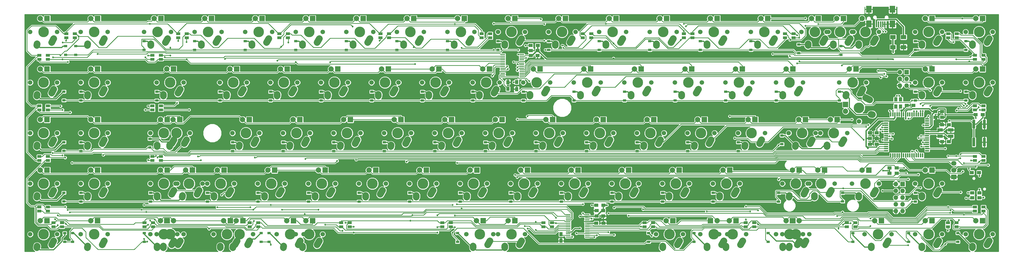
<source format=gbl>
G04 #@! TF.FileFunction,Copper,L2,Bot,Signal*
%FSLAX46Y46*%
G04 Gerber Fmt 4.6, Leading zero omitted, Abs format (unit mm)*
G04 Created by KiCad (PCBNEW 4.0.3-stable) date Saturday, December 24, 2016 'PMt' 05:52:02 PM*
%MOMM*%
%LPD*%
G01*
G04 APERTURE LIST*
%ADD10C,0.150000*%
%ADD11C,0.600000*%
%ADD12R,1.220000X0.910000*%
%ADD13C,3.987810*%
%ADD14C,1.701810*%
%ADD15C,2.500000*%
%ADD16R,2.000000X2.000000*%
%ADD17C,2.000000*%
%ADD18R,1.600000X1.000000*%
%ADD19R,1.750000X0.450000*%
%ADD20R,1.500000X1.250000*%
%ADD21R,0.500380X2.301240*%
%ADD22R,1.998980X2.499360*%
%ADD23R,1.300000X1.500000*%
%ADD24R,1.000000X3.200000*%
%ADD25R,0.550000X1.500000*%
%ADD26R,1.500000X0.550000*%
%ADD27R,2.000000X1.300000*%
%ADD28R,1.500000X1.300000*%
%ADD29R,1.250000X1.500000*%
%ADD30R,2.032000X1.727200*%
%ADD31O,2.032000X1.727200*%
%ADD32R,2.000000X1.600000*%
%ADD33R,1.727200X1.727200*%
%ADD34O,1.727200X1.727200*%
%ADD35C,0.685800*%
%ADD36C,0.254000*%
%ADD37C,0.381000*%
%ADD38C,0.508000*%
%ADD39C,0.203200*%
G04 APERTURE END LIST*
D10*
D11*
X355346000Y-90170000D03*
X307213000Y-87249000D03*
X251460000Y-95377000D03*
X377825000Y-37084000D03*
X353314000Y-74676000D03*
X363474000Y-51562000D03*
X366776000Y-43688000D03*
X348742000Y-36195000D03*
X375920000Y-78994000D03*
D12*
X338455000Y-37195000D03*
X338455000Y-33925000D03*
X339090000Y-92440000D03*
X339090000Y-89170000D03*
D13*
X347662500Y-85725000D03*
D14*
X352742500Y-85725000D03*
X342582500Y-85725000D03*
D15*
X351472953Y-88265046D02*
X350662047Y-89724954D01*
X345162224Y-90225672D02*
X345122776Y-90804328D01*
D16*
X348932500Y-80645000D03*
D17*
X346392500Y-80645000D03*
D13*
X321468750Y-85725000D03*
D14*
X326548750Y-85725000D03*
X316388750Y-85725000D03*
D15*
X325279203Y-88265046D02*
X324468297Y-89724954D01*
X318968474Y-90225672D02*
X318929026Y-90804328D01*
D16*
X322738750Y-80645000D03*
D17*
X320198750Y-80645000D03*
D13*
X328612500Y-28575000D03*
D14*
X333692500Y-28575000D03*
X323532500Y-28575000D03*
D15*
X332422953Y-31115046D02*
X331612047Y-32574954D01*
X326112224Y-33075672D02*
X326072776Y-33654328D01*
D16*
X329882500Y-23495000D03*
D17*
X327342500Y-23495000D03*
D11*
X385826000Y-36830000D03*
X247904000Y-70866000D03*
X273812000Y-71374000D03*
X350774000Y-56642000D03*
X349250000Y-43434000D03*
X383032000Y-49530000D03*
X387858000Y-49784000D03*
X391795000Y-54610000D03*
X396240000Y-66675000D03*
X396240000Y-100965000D03*
X368935000Y-93345000D03*
X381000000Y-109855000D03*
X307213000Y-37211000D03*
X231267000Y-37465000D03*
X222377000Y-57150000D03*
X214503000Y-72263000D03*
X192405000Y-45720000D03*
X196215000Y-45720000D03*
X196215000Y-57785000D03*
X172720000Y-57785000D03*
X191770000Y-57785000D03*
X158115000Y-78740000D03*
X90170000Y-73025000D03*
X97790000Y-94615000D03*
X128905000Y-83185000D03*
X204470000Y-24765000D03*
X354457000Y-59182000D03*
X373507000Y-64643000D03*
X374269000Y-74930000D03*
X361188000Y-77089000D03*
X89662000Y-102997000D03*
X63817500Y-89789000D03*
X64389000Y-41275000D03*
X64389000Y-68707000D03*
X77216000Y-87439500D03*
X78486000Y-80010000D03*
X78486000Y-70548500D03*
X78803500Y-60642500D03*
X78803500Y-49720500D03*
D13*
X83343750Y-66675000D03*
D14*
X88423750Y-66675000D03*
X78263750Y-66675000D03*
D15*
X87154203Y-69215046D02*
X86343297Y-70674954D01*
X80843474Y-71175672D02*
X80804026Y-71754328D01*
D16*
X84613750Y-61595000D03*
D17*
X82073750Y-61595000D03*
D18*
X79045000Y-38850000D03*
X79045000Y-37350000D03*
X82245000Y-38850000D03*
X82245000Y-37350000D03*
X79045000Y-57900000D03*
X79045000Y-56400000D03*
X82245000Y-57900000D03*
X82245000Y-56400000D03*
X79045000Y-76950000D03*
X79045000Y-75450000D03*
X82245000Y-76950000D03*
X82245000Y-75450000D03*
D11*
X163195000Y-57785000D03*
X124460000Y-57150000D03*
X78740000Y-41275000D03*
X34290000Y-44450000D03*
X33655000Y-24765000D03*
X45720000Y-26670000D03*
X34290000Y-102870000D03*
X53340000Y-93980000D03*
X53340000Y-79375000D03*
X53340000Y-57150000D03*
X280035000Y-106680000D03*
X366776000Y-37084000D03*
X342900000Y-25400000D03*
X377825000Y-26035000D03*
X395605000Y-36195000D03*
X381000000Y-63500000D03*
X381000000Y-60960000D03*
X379730000Y-57785000D03*
X380365000Y-71755000D03*
X373380000Y-69850000D03*
X365760000Y-63500000D03*
X332740000Y-57785000D03*
X325755000Y-29845000D03*
X306705000Y-57150000D03*
X258445000Y-57785000D03*
X182880000Y-57785000D03*
X190500000Y-106045000D03*
X153035000Y-106680000D03*
X96520000Y-106680000D03*
X114935000Y-85725000D03*
X133350000Y-85725000D03*
X153035000Y-85725000D03*
X171450000Y-85725000D03*
X190500000Y-85725000D03*
X209550000Y-85725000D03*
X228600000Y-85725000D03*
X285750000Y-87122000D03*
X266700000Y-87122000D03*
X266700000Y-109728000D03*
X221996000Y-109347000D03*
X247650000Y-99187000D03*
X235585000Y-107315000D03*
X242887500Y-95885000D03*
D18*
X388925000Y-96000000D03*
X388925000Y-94500000D03*
X392125000Y-96000000D03*
X392125000Y-94500000D03*
D11*
X391160000Y-72644000D03*
D19*
X218230000Y-37050000D03*
X218230000Y-37700000D03*
X218230000Y-38350000D03*
X218230000Y-39000000D03*
X218230000Y-39650000D03*
X218230000Y-40300000D03*
X218230000Y-40950000D03*
X218230000Y-41600000D03*
X218230000Y-42250000D03*
X218230000Y-42900000D03*
X218230000Y-43550000D03*
X218230000Y-44200000D03*
X218230000Y-44850000D03*
X218230000Y-45500000D03*
X211030000Y-45500000D03*
X211030000Y-44850000D03*
X211030000Y-44200000D03*
X211030000Y-43550000D03*
X211030000Y-42900000D03*
X211030000Y-42250000D03*
X211030000Y-41600000D03*
X211030000Y-40950000D03*
X211030000Y-40300000D03*
X211030000Y-39650000D03*
X211030000Y-39000000D03*
X211030000Y-38350000D03*
X211030000Y-37700000D03*
X211030000Y-37050000D03*
D20*
X221635000Y-37465000D03*
X224135000Y-37465000D03*
X224135000Y-35560000D03*
X221635000Y-35560000D03*
D13*
X38100000Y-28575000D03*
D14*
X43180000Y-28575000D03*
X33020000Y-28575000D03*
D15*
X41910453Y-31115046D02*
X41099547Y-32574954D01*
X35599724Y-33075672D02*
X35560276Y-33654328D01*
D16*
X39370000Y-23495000D03*
D17*
X36830000Y-23495000D03*
D12*
X46355000Y-37195000D03*
X46355000Y-33925000D03*
D13*
X57150000Y-28575000D03*
D14*
X62230000Y-28575000D03*
X52070000Y-28575000D03*
D15*
X60960453Y-31115046D02*
X60149547Y-32574954D01*
X54649724Y-33075672D02*
X54610276Y-33654328D01*
D16*
X58420000Y-23495000D03*
D17*
X55880000Y-23495000D03*
D12*
X50165000Y-37195000D03*
X50165000Y-33925000D03*
D13*
X80962500Y-28575000D03*
D14*
X86042500Y-28575000D03*
X75882500Y-28575000D03*
D15*
X84772953Y-31115046D02*
X83962047Y-32574954D01*
X78462224Y-33075672D02*
X78422776Y-33654328D01*
D16*
X82232500Y-23495000D03*
D17*
X79692500Y-23495000D03*
D12*
X75962500Y-35310000D03*
X75962500Y-32040000D03*
D13*
X100012500Y-28575000D03*
D14*
X105092500Y-28575000D03*
X94932500Y-28575000D03*
D15*
X103822953Y-31115046D02*
X103012047Y-32574954D01*
X97512224Y-33075672D02*
X97472776Y-33654328D01*
D16*
X101282500Y-23495000D03*
D17*
X98742500Y-23495000D03*
D12*
X95012500Y-35310000D03*
X95012500Y-32040000D03*
D13*
X119062500Y-28575000D03*
D14*
X124142500Y-28575000D03*
X113982500Y-28575000D03*
D15*
X122872953Y-31115046D02*
X122062047Y-32574954D01*
X116562224Y-33075672D02*
X116522776Y-33654328D01*
D16*
X120332500Y-23495000D03*
D17*
X117792500Y-23495000D03*
D12*
X114062500Y-35310000D03*
X114062500Y-32040000D03*
D13*
X138112500Y-28575000D03*
D14*
X143192500Y-28575000D03*
X133032500Y-28575000D03*
D15*
X141922953Y-31115046D02*
X141112047Y-32574954D01*
X135612224Y-33075672D02*
X135572776Y-33654328D01*
D16*
X139382500Y-23495000D03*
D17*
X136842500Y-23495000D03*
D12*
X133112500Y-35310000D03*
X133112500Y-32040000D03*
D13*
X157162500Y-28575000D03*
D14*
X162242500Y-28575000D03*
X152082500Y-28575000D03*
D15*
X160972953Y-31115046D02*
X160162047Y-32574954D01*
X154662224Y-33075672D02*
X154622776Y-33654328D01*
D16*
X158432500Y-23495000D03*
D17*
X155892500Y-23495000D03*
D12*
X152162500Y-35310000D03*
X152162500Y-32040000D03*
D13*
X176212500Y-28575000D03*
D14*
X181292500Y-28575000D03*
X171132500Y-28575000D03*
D15*
X180022953Y-31115046D02*
X179212047Y-32574954D01*
X173712224Y-33075672D02*
X173672776Y-33654328D01*
D16*
X177482500Y-23495000D03*
D17*
X174942500Y-23495000D03*
D12*
X171212500Y-35310000D03*
X171212500Y-32040000D03*
D13*
X195262500Y-28575000D03*
D14*
X200342500Y-28575000D03*
X190182500Y-28575000D03*
D15*
X199072953Y-31115046D02*
X198262047Y-32574954D01*
X192762224Y-33075672D02*
X192722776Y-33654328D01*
D16*
X196532500Y-23495000D03*
D17*
X193992500Y-23495000D03*
D12*
X190262500Y-35310000D03*
X190262500Y-32040000D03*
D13*
X214312500Y-28575000D03*
D14*
X219392500Y-28575000D03*
X209232500Y-28575000D03*
D15*
X218122953Y-31115046D02*
X217312047Y-32574954D01*
X211812224Y-33075672D02*
X211772776Y-33654328D01*
D16*
X215582500Y-23495000D03*
D17*
X213042500Y-23495000D03*
D12*
X209312500Y-35310000D03*
X209312500Y-32040000D03*
D13*
X233362500Y-28575000D03*
D14*
X238442500Y-28575000D03*
X228282500Y-28575000D03*
D15*
X237172953Y-31115046D02*
X236362047Y-32574954D01*
X230862224Y-33075672D02*
X230822776Y-33654328D01*
D16*
X234632500Y-23495000D03*
D17*
X232092500Y-23495000D03*
D12*
X228362500Y-35310000D03*
X228362500Y-32040000D03*
D13*
X252412500Y-28575000D03*
D14*
X257492500Y-28575000D03*
X247332500Y-28575000D03*
D15*
X256222953Y-31115046D02*
X255412047Y-32574954D01*
X249912224Y-33075672D02*
X249872776Y-33654328D01*
D16*
X253682500Y-23495000D03*
D17*
X251142500Y-23495000D03*
D12*
X247412500Y-35310000D03*
X247412500Y-32040000D03*
D13*
X271462500Y-28575000D03*
D14*
X276542500Y-28575000D03*
X266382500Y-28575000D03*
D15*
X275272953Y-31115046D02*
X274462047Y-32574954D01*
X268962224Y-33075672D02*
X268922776Y-33654328D01*
D16*
X272732500Y-23495000D03*
D17*
X270192500Y-23495000D03*
D12*
X266462500Y-35310000D03*
X266462500Y-32040000D03*
D13*
X290512500Y-28575000D03*
D14*
X295592500Y-28575000D03*
X285432500Y-28575000D03*
D15*
X294322953Y-31115046D02*
X293512047Y-32574954D01*
X288012224Y-33075672D02*
X287972776Y-33654328D01*
D16*
X291782500Y-23495000D03*
D17*
X289242500Y-23495000D03*
D12*
X285512500Y-35310000D03*
X285512500Y-32040000D03*
D13*
X309562500Y-28575000D03*
D14*
X314642500Y-28575000D03*
X304482500Y-28575000D03*
D15*
X313372953Y-31115046D02*
X312562047Y-32574954D01*
X307062224Y-33075672D02*
X307022776Y-33654328D01*
D16*
X310832500Y-23495000D03*
D17*
X308292500Y-23495000D03*
D12*
X304562500Y-35310000D03*
X304562500Y-32040000D03*
D13*
X338137500Y-28575000D03*
D14*
X343217500Y-28575000D03*
X333057500Y-28575000D03*
D15*
X341947953Y-31115046D02*
X341137047Y-32574954D01*
X335637224Y-33075672D02*
X335597776Y-33654328D01*
D16*
X339407500Y-23495000D03*
D17*
X336867500Y-23495000D03*
D12*
X322580000Y-36560000D03*
X322580000Y-33290000D03*
D13*
X371475000Y-28575000D03*
D14*
X376555000Y-28575000D03*
X366395000Y-28575000D03*
D15*
X375285453Y-31115046D02*
X374474547Y-32574954D01*
X368974724Y-33075672D02*
X368935276Y-33654328D01*
D16*
X372745000Y-23495000D03*
D17*
X370205000Y-23495000D03*
D12*
X366475000Y-35310000D03*
X366475000Y-32040000D03*
D13*
X390525000Y-28575000D03*
D14*
X395605000Y-28575000D03*
X385445000Y-28575000D03*
D15*
X394335453Y-31115046D02*
X393524547Y-32574954D01*
X388024724Y-33075672D02*
X387985276Y-33654328D01*
D16*
X391795000Y-23495000D03*
D17*
X389255000Y-23495000D03*
D12*
X385525000Y-35310000D03*
X385525000Y-32040000D03*
D13*
X38100000Y-47625000D03*
D14*
X43180000Y-47625000D03*
X33020000Y-47625000D03*
D15*
X41910453Y-50165046D02*
X41099547Y-51624954D01*
X35599724Y-52125672D02*
X35560276Y-52704328D01*
D16*
X39370000Y-42545000D03*
D17*
X36830000Y-42545000D03*
D12*
X45720000Y-54340000D03*
X45720000Y-51070000D03*
D13*
X57150000Y-47625000D03*
D14*
X62230000Y-47625000D03*
X52070000Y-47625000D03*
D15*
X60960453Y-50165046D02*
X60149547Y-51624954D01*
X54649724Y-52125672D02*
X54610276Y-52704328D01*
D16*
X58420000Y-42545000D03*
D17*
X55880000Y-42545000D03*
D12*
X52150000Y-54360000D03*
X52150000Y-51090000D03*
D13*
X85725000Y-47625000D03*
D14*
X90805000Y-47625000D03*
X80645000Y-47625000D03*
D15*
X89535453Y-50165046D02*
X88724547Y-51624954D01*
X83224724Y-52125672D02*
X83185276Y-52704328D01*
D16*
X86995000Y-42545000D03*
D17*
X84455000Y-42545000D03*
D12*
X80725000Y-54360000D03*
X80725000Y-51090000D03*
D13*
X109537500Y-47625000D03*
D14*
X114617500Y-47625000D03*
X104457500Y-47625000D03*
D15*
X113347953Y-50165046D02*
X112537047Y-51624954D01*
X107037224Y-52125672D02*
X106997776Y-52704328D01*
D16*
X110807500Y-42545000D03*
D17*
X108267500Y-42545000D03*
D12*
X104537500Y-54360000D03*
X104537500Y-51090000D03*
D13*
X128587500Y-47625000D03*
D14*
X133667500Y-47625000D03*
X123507500Y-47625000D03*
D15*
X132397953Y-50165046D02*
X131587047Y-51624954D01*
X126087224Y-52125672D02*
X126047776Y-52704328D01*
D16*
X129857500Y-42545000D03*
D17*
X127317500Y-42545000D03*
D12*
X123587500Y-54360000D03*
X123587500Y-51090000D03*
D13*
X147637500Y-47625000D03*
D14*
X152717500Y-47625000D03*
X142557500Y-47625000D03*
D15*
X151447953Y-50165046D02*
X150637047Y-51624954D01*
X145137224Y-52125672D02*
X145097776Y-52704328D01*
D16*
X148907500Y-42545000D03*
D17*
X146367500Y-42545000D03*
D12*
X142637500Y-54360000D03*
X142637500Y-51090000D03*
D13*
X166687500Y-47625000D03*
D14*
X171767500Y-47625000D03*
X161607500Y-47625000D03*
D15*
X170497953Y-50165046D02*
X169687047Y-51624954D01*
X164187224Y-52125672D02*
X164147776Y-52704328D01*
D16*
X167957500Y-42545000D03*
D17*
X165417500Y-42545000D03*
D12*
X161687500Y-54360000D03*
X161687500Y-51090000D03*
D13*
X185737500Y-47625000D03*
D14*
X190817500Y-47625000D03*
X180657500Y-47625000D03*
D15*
X189547953Y-50165046D02*
X188737047Y-51624954D01*
X183237224Y-52125672D02*
X183197776Y-52704328D01*
D16*
X187007500Y-42545000D03*
D17*
X184467500Y-42545000D03*
D12*
X180737500Y-54360000D03*
X180737500Y-51090000D03*
D13*
X204787500Y-47625000D03*
D14*
X209867500Y-47625000D03*
X199707500Y-47625000D03*
D15*
X208597953Y-50165046D02*
X207787047Y-51624954D01*
X202287224Y-52125672D02*
X202247776Y-52704328D01*
D16*
X206057500Y-42545000D03*
D17*
X203517500Y-42545000D03*
D12*
X199787500Y-54360000D03*
X199787500Y-51090000D03*
D13*
X223837500Y-47625000D03*
D14*
X228917500Y-47625000D03*
X218757500Y-47625000D03*
D15*
X227647953Y-50165046D02*
X226837047Y-51624954D01*
X221337224Y-52125672D02*
X221297776Y-52704328D01*
D16*
X225107500Y-42545000D03*
D17*
X222567500Y-42545000D03*
D12*
X218837500Y-54360000D03*
X218837500Y-51090000D03*
D13*
X242887500Y-47625000D03*
D14*
X247967500Y-47625000D03*
X237807500Y-47625000D03*
D15*
X246697953Y-50165046D02*
X245887047Y-51624954D01*
X240387224Y-52125672D02*
X240347776Y-52704328D01*
D16*
X244157500Y-42545000D03*
D17*
X241617500Y-42545000D03*
D12*
X237887500Y-54360000D03*
X237887500Y-51090000D03*
D13*
X261937500Y-47625000D03*
D14*
X267017500Y-47625000D03*
X256857500Y-47625000D03*
D15*
X265747953Y-50165046D02*
X264937047Y-51624954D01*
X259437224Y-52125672D02*
X259397776Y-52704328D01*
D16*
X263207500Y-42545000D03*
D17*
X260667500Y-42545000D03*
D12*
X256937500Y-54360000D03*
X256937500Y-51090000D03*
D13*
X280987500Y-47625000D03*
D14*
X286067500Y-47625000D03*
X275907500Y-47625000D03*
D15*
X284797953Y-50165046D02*
X283987047Y-51624954D01*
X278487224Y-52125672D02*
X278447776Y-52704328D01*
D16*
X282257500Y-42545000D03*
D17*
X279717500Y-42545000D03*
D12*
X275987500Y-54360000D03*
X275987500Y-51090000D03*
D13*
X300037500Y-47625000D03*
D14*
X305117500Y-47625000D03*
X294957500Y-47625000D03*
D15*
X303847953Y-50165046D02*
X303037047Y-51624954D01*
X297537224Y-52125672D02*
X297497776Y-52704328D01*
D16*
X301307500Y-42545000D03*
D17*
X298767500Y-42545000D03*
D12*
X295037500Y-54360000D03*
X295037500Y-51090000D03*
D13*
X319087500Y-47625000D03*
D14*
X324167500Y-47625000D03*
X314007500Y-47625000D03*
D15*
X322897953Y-50165046D02*
X322087047Y-51624954D01*
X316587224Y-52125672D02*
X316547776Y-52704328D01*
D16*
X320357500Y-42545000D03*
D17*
X317817500Y-42545000D03*
D12*
X314087500Y-54360000D03*
X314087500Y-51090000D03*
D13*
X342900000Y-47625000D03*
D14*
X347980000Y-47625000D03*
X337820000Y-47625000D03*
D15*
X346710453Y-50165046D02*
X345899547Y-51624954D01*
X340399724Y-52125672D02*
X340360276Y-52704328D01*
D16*
X344170000Y-42545000D03*
D17*
X341630000Y-42545000D03*
D12*
X337900000Y-54360000D03*
X337900000Y-51090000D03*
D13*
X345281250Y-57150000D03*
D14*
X345281250Y-52070000D03*
X345281250Y-62230000D03*
D15*
X347821296Y-53339547D02*
X349281204Y-54150453D01*
X349781922Y-59650276D02*
X350360578Y-59689724D01*
D16*
X340201250Y-55880000D03*
D17*
X340201250Y-58420000D03*
D13*
X371475000Y-47625000D03*
D14*
X376555000Y-47625000D03*
X366395000Y-47625000D03*
D15*
X375285453Y-50165046D02*
X374474547Y-51624954D01*
X368974724Y-52125672D02*
X368935276Y-52704328D01*
D16*
X372745000Y-42545000D03*
D17*
X370205000Y-42545000D03*
D12*
X366475000Y-54360000D03*
X366475000Y-51090000D03*
D13*
X390525000Y-47625000D03*
D14*
X395605000Y-47625000D03*
X385445000Y-47625000D03*
D15*
X394335453Y-50165046D02*
X393524547Y-51624954D01*
X388024724Y-52125672D02*
X387985276Y-52704328D01*
D16*
X391795000Y-42545000D03*
D17*
X389255000Y-42545000D03*
D12*
X385525000Y-54360000D03*
X385525000Y-51090000D03*
D13*
X38100000Y-66675000D03*
D14*
X43180000Y-66675000D03*
X33020000Y-66675000D03*
D15*
X41910453Y-69215046D02*
X41099547Y-70674954D01*
X35599724Y-71175672D02*
X35560276Y-71754328D01*
D16*
X39370000Y-61595000D03*
D17*
X36830000Y-61595000D03*
D12*
X45720000Y-73390000D03*
X45720000Y-70120000D03*
D13*
X57150000Y-66675000D03*
D14*
X62230000Y-66675000D03*
X52070000Y-66675000D03*
D15*
X60960453Y-69215046D02*
X60149547Y-70674954D01*
X54649724Y-71175672D02*
X54610276Y-71754328D01*
D16*
X58420000Y-61595000D03*
D17*
X55880000Y-61595000D03*
D12*
X52150000Y-73410000D03*
X52150000Y-70140000D03*
D13*
X88106250Y-66675000D03*
D14*
X93186250Y-66675000D03*
X83026250Y-66675000D03*
D15*
X91916703Y-69215046D02*
X91105797Y-70674954D01*
X85605974Y-71175672D02*
X85566526Y-71754328D01*
D16*
X89376250Y-61595000D03*
D17*
X86836250Y-61595000D03*
D12*
X78105000Y-72120000D03*
X78105000Y-68850000D03*
D13*
X114300000Y-66675000D03*
D14*
X119380000Y-66675000D03*
X109220000Y-66675000D03*
D15*
X118110453Y-69215046D02*
X117299547Y-70674954D01*
X111799724Y-71175672D02*
X111760276Y-71754328D01*
D16*
X115570000Y-61595000D03*
D17*
X113030000Y-61595000D03*
D12*
X109300000Y-73410000D03*
X109300000Y-70140000D03*
D13*
X133350000Y-66675000D03*
D14*
X138430000Y-66675000D03*
X128270000Y-66675000D03*
D15*
X137160453Y-69215046D02*
X136349547Y-70674954D01*
X130849724Y-71175672D02*
X130810276Y-71754328D01*
D16*
X134620000Y-61595000D03*
D17*
X132080000Y-61595000D03*
D12*
X128350000Y-73410000D03*
X128350000Y-70140000D03*
D13*
X152400000Y-66675000D03*
D14*
X157480000Y-66675000D03*
X147320000Y-66675000D03*
D15*
X156210453Y-69215046D02*
X155399547Y-70674954D01*
X149899724Y-71175672D02*
X149860276Y-71754328D01*
D16*
X153670000Y-61595000D03*
D17*
X151130000Y-61595000D03*
D12*
X147400000Y-73410000D03*
X147400000Y-70140000D03*
D13*
X171450000Y-66675000D03*
D14*
X176530000Y-66675000D03*
X166370000Y-66675000D03*
D15*
X175260453Y-69215046D02*
X174449547Y-70674954D01*
X168949724Y-71175672D02*
X168910276Y-71754328D01*
D16*
X172720000Y-61595000D03*
D17*
X170180000Y-61595000D03*
D12*
X166450000Y-73410000D03*
X166450000Y-70140000D03*
D13*
X190500000Y-66675000D03*
D14*
X195580000Y-66675000D03*
X185420000Y-66675000D03*
D15*
X194310453Y-69215046D02*
X193499547Y-70674954D01*
X187999724Y-71175672D02*
X187960276Y-71754328D01*
D16*
X191770000Y-61595000D03*
D17*
X189230000Y-61595000D03*
D12*
X185500000Y-73410000D03*
X185500000Y-70140000D03*
D13*
X209550000Y-66675000D03*
D14*
X214630000Y-66675000D03*
X204470000Y-66675000D03*
D15*
X213360453Y-69215046D02*
X212549547Y-70674954D01*
X207049724Y-71175672D02*
X207010276Y-71754328D01*
D16*
X210820000Y-61595000D03*
D17*
X208280000Y-61595000D03*
D12*
X204550000Y-73410000D03*
X204550000Y-70140000D03*
D13*
X228600000Y-66675000D03*
D14*
X233680000Y-66675000D03*
X223520000Y-66675000D03*
D15*
X232410453Y-69215046D02*
X231599547Y-70674954D01*
X226099724Y-71175672D02*
X226060276Y-71754328D01*
D16*
X229870000Y-61595000D03*
D17*
X227330000Y-61595000D03*
D12*
X223600000Y-73410000D03*
X223600000Y-70140000D03*
D13*
X247650000Y-66675000D03*
D14*
X252730000Y-66675000D03*
X242570000Y-66675000D03*
D15*
X251460453Y-69215046D02*
X250649547Y-70674954D01*
X245149724Y-71175672D02*
X245110276Y-71754328D01*
D16*
X248920000Y-61595000D03*
D17*
X246380000Y-61595000D03*
D12*
X242650000Y-73410000D03*
X242650000Y-70140000D03*
D13*
X266700000Y-66675000D03*
D14*
X271780000Y-66675000D03*
X261620000Y-66675000D03*
D15*
X270510453Y-69215046D02*
X269699547Y-70674954D01*
X264199724Y-71175672D02*
X264160276Y-71754328D01*
D16*
X267970000Y-61595000D03*
D17*
X265430000Y-61595000D03*
D12*
X261700000Y-73410000D03*
X261700000Y-70140000D03*
D13*
X285750000Y-66675000D03*
D14*
X290830000Y-66675000D03*
X280670000Y-66675000D03*
D15*
X289560453Y-69215046D02*
X288749547Y-70674954D01*
X283249724Y-71175672D02*
X283210276Y-71754328D01*
D16*
X287020000Y-61595000D03*
D17*
X284480000Y-61595000D03*
D12*
X280750000Y-73410000D03*
X280750000Y-70140000D03*
D13*
X304800000Y-66675000D03*
D14*
X309880000Y-66675000D03*
X299720000Y-66675000D03*
D15*
X308610453Y-69215046D02*
X307799547Y-70674954D01*
X302299724Y-71175672D02*
X302260276Y-71754328D01*
D16*
X306070000Y-61595000D03*
D17*
X303530000Y-61595000D03*
D12*
X299800000Y-73410000D03*
X299800000Y-70140000D03*
D13*
X335756250Y-66675000D03*
D14*
X340836250Y-66675000D03*
X330676250Y-66675000D03*
D15*
X339566703Y-69215046D02*
X338755797Y-70674954D01*
X333255974Y-71175672D02*
X333216526Y-71754328D01*
D16*
X337026250Y-61595000D03*
D17*
X334486250Y-61595000D03*
D13*
X323850000Y-66675000D03*
D14*
X328930000Y-66675000D03*
X318770000Y-66675000D03*
D15*
X327660453Y-69215046D02*
X326849547Y-70674954D01*
X321349724Y-71175672D02*
X321310276Y-71754328D01*
D16*
X325120000Y-61595000D03*
D17*
X322580000Y-61595000D03*
D12*
X316230000Y-70850000D03*
X316230000Y-67580000D03*
D13*
X38100000Y-85725000D03*
D14*
X43180000Y-85725000D03*
X33020000Y-85725000D03*
D15*
X41910453Y-88265046D02*
X41099547Y-89724954D01*
X35599724Y-90225672D02*
X35560276Y-90804328D01*
D16*
X39370000Y-80645000D03*
D17*
X36830000Y-80645000D03*
D12*
X45720000Y-92440000D03*
X45720000Y-89170000D03*
D13*
X57150000Y-85725000D03*
D14*
X62230000Y-85725000D03*
X52070000Y-85725000D03*
D15*
X60960453Y-88265046D02*
X60149547Y-89724954D01*
X54649724Y-90225672D02*
X54610276Y-90804328D01*
D16*
X58420000Y-80645000D03*
D17*
X55880000Y-80645000D03*
D12*
X52150000Y-92460000D03*
X52150000Y-89190000D03*
D13*
X92868750Y-85725000D03*
D14*
X97948750Y-85725000D03*
X87788750Y-85725000D03*
D15*
X96679203Y-88265046D02*
X95868297Y-89724954D01*
X90368474Y-90225672D02*
X90329026Y-90804328D01*
D16*
X94138750Y-80645000D03*
D17*
X91598750Y-80645000D03*
D13*
X83343750Y-85725000D03*
D14*
X88423750Y-85725000D03*
X78263750Y-85725000D03*
D15*
X87154203Y-88265046D02*
X86343297Y-89724954D01*
X80843474Y-90225672D02*
X80804026Y-90804328D01*
D16*
X84613750Y-80645000D03*
D17*
X82073750Y-80645000D03*
D12*
X78343750Y-92460000D03*
X78343750Y-89190000D03*
D13*
X104775000Y-85725000D03*
D14*
X109855000Y-85725000D03*
X99695000Y-85725000D03*
D15*
X108585453Y-88265046D02*
X107774547Y-89724954D01*
X102274724Y-90225672D02*
X102235276Y-90804328D01*
D16*
X106045000Y-80645000D03*
D17*
X103505000Y-80645000D03*
D12*
X99775000Y-92460000D03*
X99775000Y-89190000D03*
D13*
X123825000Y-85725000D03*
D14*
X128905000Y-85725000D03*
X118745000Y-85725000D03*
D15*
X127635453Y-88265046D02*
X126824547Y-89724954D01*
X121324724Y-90225672D02*
X121285276Y-90804328D01*
D16*
X125095000Y-80645000D03*
D17*
X122555000Y-80645000D03*
D12*
X118825000Y-92460000D03*
X118825000Y-89190000D03*
D13*
X142875000Y-85725000D03*
D14*
X147955000Y-85725000D03*
X137795000Y-85725000D03*
D15*
X146685453Y-88265046D02*
X145874547Y-89724954D01*
X140374724Y-90225672D02*
X140335276Y-90804328D01*
D16*
X144145000Y-80645000D03*
D17*
X141605000Y-80645000D03*
D12*
X137875000Y-92460000D03*
X137875000Y-89190000D03*
D13*
X161925000Y-85725000D03*
D14*
X167005000Y-85725000D03*
X156845000Y-85725000D03*
D15*
X165735453Y-88265046D02*
X164924547Y-89724954D01*
X159424724Y-90225672D02*
X159385276Y-90804328D01*
D16*
X163195000Y-80645000D03*
D17*
X160655000Y-80645000D03*
D12*
X156925000Y-92460000D03*
X156925000Y-89190000D03*
D13*
X180975000Y-85725000D03*
D14*
X186055000Y-85725000D03*
X175895000Y-85725000D03*
D15*
X184785453Y-88265046D02*
X183974547Y-89724954D01*
X178474724Y-90225672D02*
X178435276Y-90804328D01*
D16*
X182245000Y-80645000D03*
D17*
X179705000Y-80645000D03*
D12*
X175975000Y-92460000D03*
X175975000Y-89190000D03*
D13*
X200025000Y-85725000D03*
D14*
X205105000Y-85725000D03*
X194945000Y-85725000D03*
D15*
X203835453Y-88265046D02*
X203024547Y-89724954D01*
X197524724Y-90225672D02*
X197485276Y-90804328D01*
D16*
X201295000Y-80645000D03*
D17*
X198755000Y-80645000D03*
D12*
X195025000Y-92460000D03*
X195025000Y-89190000D03*
D13*
X219075000Y-85725000D03*
D14*
X224155000Y-85725000D03*
X213995000Y-85725000D03*
D15*
X222885453Y-88265046D02*
X222074547Y-89724954D01*
X216574724Y-90225672D02*
X216535276Y-90804328D01*
D16*
X220345000Y-80645000D03*
D17*
X217805000Y-80645000D03*
D12*
X214075000Y-92460000D03*
X214075000Y-89190000D03*
D13*
X238125000Y-85725000D03*
D14*
X243205000Y-85725000D03*
X233045000Y-85725000D03*
D15*
X241935453Y-88265046D02*
X241124547Y-89724954D01*
X235624724Y-90225672D02*
X235585276Y-90804328D01*
D16*
X239395000Y-80645000D03*
D17*
X236855000Y-80645000D03*
D12*
X233125000Y-92460000D03*
X233125000Y-89190000D03*
D13*
X257175000Y-85725000D03*
D14*
X262255000Y-85725000D03*
X252095000Y-85725000D03*
D15*
X260985453Y-88265046D02*
X260174547Y-89724954D01*
X254674724Y-90225672D02*
X254635276Y-90804328D01*
D16*
X258445000Y-80645000D03*
D17*
X255905000Y-80645000D03*
D12*
X252175000Y-92460000D03*
X252175000Y-89190000D03*
D13*
X276225000Y-85725000D03*
D14*
X281305000Y-85725000D03*
X271145000Y-85725000D03*
D15*
X280035453Y-88265046D02*
X279224547Y-89724954D01*
X273724724Y-90225672D02*
X273685276Y-90804328D01*
D16*
X277495000Y-80645000D03*
D17*
X274955000Y-80645000D03*
D12*
X271225000Y-92460000D03*
X271225000Y-89190000D03*
D13*
X295275000Y-85725000D03*
D14*
X300355000Y-85725000D03*
X290195000Y-85725000D03*
D15*
X299085453Y-88265046D02*
X298274547Y-89724954D01*
X292774724Y-90225672D02*
X292735276Y-90804328D01*
D16*
X296545000Y-80645000D03*
D17*
X294005000Y-80645000D03*
D12*
X290275000Y-92460000D03*
X290275000Y-89190000D03*
D13*
X330993750Y-85725000D03*
D14*
X336073750Y-85725000D03*
X325913750Y-85725000D03*
D15*
X334804203Y-88265046D02*
X333993297Y-89724954D01*
X328493474Y-90225672D02*
X328454026Y-90804328D01*
D16*
X332263750Y-80645000D03*
D17*
X329723750Y-80645000D03*
D12*
X314960000Y-92460000D03*
X314960000Y-89190000D03*
D13*
X371475000Y-85725000D03*
D14*
X376555000Y-85725000D03*
X366395000Y-85725000D03*
D15*
X375285453Y-88265046D02*
X374474547Y-89724954D01*
X368974724Y-90225672D02*
X368935276Y-90804328D01*
D16*
X372745000Y-80645000D03*
D17*
X370205000Y-80645000D03*
D12*
X366475000Y-92460000D03*
X366475000Y-89190000D03*
D13*
X38100000Y-104775000D03*
D14*
X43180000Y-104775000D03*
X33020000Y-104775000D03*
D15*
X41910453Y-107315046D02*
X41099547Y-108774954D01*
X35599724Y-109275672D02*
X35560276Y-109854328D01*
D16*
X39370000Y-99695000D03*
D17*
X36830000Y-99695000D03*
D12*
X46000000Y-107635000D03*
X46000000Y-104365000D03*
D13*
X57150000Y-104775000D03*
D14*
X62230000Y-104775000D03*
X52070000Y-104775000D03*
D15*
X60960453Y-107315046D02*
X60149547Y-108774954D01*
X54649724Y-109275672D02*
X54610276Y-109854328D01*
D16*
X58420000Y-99695000D03*
D17*
X55880000Y-99695000D03*
D12*
X49000000Y-107635000D03*
X49000000Y-104365000D03*
D13*
X83343750Y-104775000D03*
D14*
X88423750Y-104775000D03*
X78263750Y-104775000D03*
D15*
X87154203Y-107315046D02*
X86343297Y-108774954D01*
X80843474Y-109275672D02*
X80804026Y-109854328D01*
D16*
X84613750Y-99695000D03*
D17*
X82073750Y-99695000D03*
D12*
X76000000Y-107635000D03*
X76000000Y-104365000D03*
D13*
X107156250Y-104775000D03*
D14*
X112236250Y-104775000D03*
X102076250Y-104775000D03*
D15*
X110966703Y-107315046D02*
X110155797Y-108774954D01*
X104655974Y-109275672D02*
X104616526Y-109854328D01*
D16*
X108426250Y-99695000D03*
D17*
X105886250Y-99695000D03*
D12*
X120015000Y-107635000D03*
X120015000Y-104365000D03*
D13*
X111918750Y-104775000D03*
D14*
X116998750Y-104775000D03*
X106838750Y-104775000D03*
D15*
X115729203Y-107315046D02*
X114918297Y-108774954D01*
X109418474Y-109275672D02*
X109379026Y-109854328D01*
D16*
X113188750Y-99695000D03*
D17*
X110648750Y-99695000D03*
D13*
X130968750Y-104775000D03*
D14*
X136048750Y-104775000D03*
X125888750Y-104775000D03*
D15*
X134779203Y-107315046D02*
X133968297Y-108774954D01*
X128468474Y-109275672D02*
X128429026Y-109854328D01*
D16*
X132238750Y-99695000D03*
D17*
X129698750Y-99695000D03*
D12*
X123000000Y-107635000D03*
X123000000Y-104365000D03*
D13*
X138112500Y-104775000D03*
D14*
X143192500Y-104775000D03*
X133032500Y-104775000D03*
D15*
X141922953Y-107315046D02*
X141112047Y-108774954D01*
X135612224Y-109275672D02*
X135572776Y-109854328D01*
D16*
X139382500Y-99695000D03*
D17*
X136842500Y-99695000D03*
D13*
X202406250Y-104775000D03*
D14*
X207486250Y-104775000D03*
X197326250Y-104775000D03*
D15*
X206216703Y-107315046D02*
X205405797Y-108774954D01*
X199905974Y-109275672D02*
X199866526Y-109854328D01*
D16*
X203676250Y-99695000D03*
D17*
X201136250Y-99695000D03*
D12*
X194000000Y-107635000D03*
X194000000Y-104365000D03*
D13*
X214312500Y-104775000D03*
D14*
X219392500Y-104775000D03*
X209232500Y-104775000D03*
D15*
X218122953Y-107315046D02*
X217312047Y-108774954D01*
X211812224Y-109275672D02*
X211772776Y-109854328D01*
D16*
X215582500Y-99695000D03*
D17*
X213042500Y-99695000D03*
D13*
X273843750Y-104775000D03*
D14*
X278923750Y-104775000D03*
X268763750Y-104775000D03*
D15*
X277654203Y-107315046D02*
X276843297Y-108774954D01*
X271343474Y-109275672D02*
X271304026Y-109854328D01*
D16*
X275113750Y-99695000D03*
D17*
X272573750Y-99695000D03*
D12*
X266000000Y-107635000D03*
X266000000Y-104365000D03*
X283131250Y-107635000D03*
X283131250Y-104365000D03*
D13*
X297656250Y-104775000D03*
D14*
X302736250Y-104775000D03*
X292576250Y-104775000D03*
D15*
X301466703Y-107315046D02*
X300655797Y-108774954D01*
X295155974Y-109275672D02*
X295116526Y-109854328D01*
D16*
X298926250Y-99695000D03*
D17*
X296386250Y-99695000D03*
D12*
X311000000Y-107635000D03*
X311000000Y-104365000D03*
D13*
X319087500Y-104775000D03*
D14*
X324167500Y-104775000D03*
X314007500Y-104775000D03*
D15*
X322897953Y-107315046D02*
X322087047Y-108774954D01*
X316587224Y-109275672D02*
X316547776Y-109854328D01*
D16*
X320357500Y-99695000D03*
D17*
X317817500Y-99695000D03*
D13*
X352425000Y-104775000D03*
D14*
X357505000Y-104775000D03*
X347345000Y-104775000D03*
D15*
X356235453Y-107315046D02*
X355424547Y-108774954D01*
X349924724Y-109275672D02*
X349885276Y-109854328D01*
D16*
X353695000Y-99695000D03*
D17*
X351155000Y-99695000D03*
D12*
X343000000Y-107635000D03*
X343000000Y-104365000D03*
D13*
X371475000Y-104775000D03*
D14*
X376555000Y-104775000D03*
X366395000Y-104775000D03*
D15*
X375285453Y-107315046D02*
X374474547Y-108774954D01*
X368974724Y-109275672D02*
X368935276Y-109854328D01*
D16*
X372745000Y-99695000D03*
D17*
X370205000Y-99695000D03*
D12*
X364000000Y-107635000D03*
X364000000Y-104365000D03*
D13*
X390525000Y-104775000D03*
D14*
X395605000Y-104775000D03*
X385445000Y-104775000D03*
D15*
X394335453Y-107315046D02*
X393524547Y-108774954D01*
X388024724Y-109275672D02*
X387985276Y-109854328D01*
D16*
X391795000Y-99695000D03*
D17*
X389255000Y-99695000D03*
D12*
X382500000Y-107635000D03*
X382500000Y-104365000D03*
D13*
X85725000Y-104775000D03*
D14*
X90805000Y-104775000D03*
X80645000Y-104775000D03*
D15*
X88724547Y-108774954D02*
X89535453Y-107315046D01*
X83185276Y-109854328D02*
X83224724Y-109275672D01*
D17*
X86995000Y-99695000D03*
D16*
X84455000Y-99695000D03*
D13*
X290512500Y-104775000D03*
D14*
X295592500Y-104775000D03*
X285432500Y-104775000D03*
D15*
X293512047Y-108774954D02*
X294322953Y-107315046D01*
X287972776Y-109854328D02*
X288012224Y-109275672D01*
D17*
X291782500Y-99695000D03*
D16*
X289242500Y-99695000D03*
D13*
X321468750Y-104775000D03*
D14*
X326548750Y-104775000D03*
X316388750Y-104775000D03*
D15*
X324468297Y-108774954D02*
X325279203Y-107315046D01*
X318929026Y-109854328D02*
X318968474Y-109275672D01*
D17*
X322738750Y-99695000D03*
D16*
X320198750Y-99695000D03*
D20*
X379075000Y-69850000D03*
X376575000Y-69850000D03*
X379075000Y-63500000D03*
X376575000Y-63500000D03*
X351897000Y-66548000D03*
X349397000Y-66548000D03*
D21*
X351824800Y-25649320D03*
X352624900Y-25649320D03*
X353425000Y-25649320D03*
X354225100Y-25649320D03*
X355025200Y-25649320D03*
D22*
X348974920Y-25550260D03*
X348974920Y-20051160D03*
X357875080Y-25550260D03*
X357875080Y-20051160D03*
D23*
X359100000Y-56700000D03*
X359100000Y-54000000D03*
X360950000Y-56700000D03*
X360950000Y-54000000D03*
D24*
X392525000Y-63275000D03*
X392525000Y-70075000D03*
X388525000Y-70075000D03*
X388525000Y-63275000D03*
D25*
X357220000Y-59610000D03*
X358020000Y-59610000D03*
X358820000Y-59610000D03*
X359620000Y-59610000D03*
X360420000Y-59610000D03*
X361220000Y-59610000D03*
X362020000Y-59610000D03*
X362820000Y-59610000D03*
X363620000Y-59610000D03*
X364420000Y-59610000D03*
X365220000Y-59610000D03*
X366020000Y-59610000D03*
X366820000Y-59610000D03*
X367620000Y-59610000D03*
X368420000Y-59610000D03*
X369220000Y-59610000D03*
D26*
X370920000Y-61310000D03*
X370920000Y-62110000D03*
X370920000Y-62910000D03*
X370920000Y-63710000D03*
X370920000Y-64510000D03*
X370920000Y-65310000D03*
X370920000Y-66110000D03*
X370920000Y-66910000D03*
X370920000Y-67710000D03*
X370920000Y-68510000D03*
X370920000Y-69310000D03*
X370920000Y-70110000D03*
X370920000Y-70910000D03*
X370920000Y-71710000D03*
X370920000Y-72510000D03*
X370920000Y-73310000D03*
D25*
X369220000Y-75010000D03*
X368420000Y-75010000D03*
X367620000Y-75010000D03*
X366820000Y-75010000D03*
X366020000Y-75010000D03*
X365220000Y-75010000D03*
X364420000Y-75010000D03*
X363620000Y-75010000D03*
X362820000Y-75010000D03*
X362020000Y-75010000D03*
X361220000Y-75010000D03*
X360420000Y-75010000D03*
X359620000Y-75010000D03*
X358820000Y-75010000D03*
X358020000Y-75010000D03*
X357220000Y-75010000D03*
D26*
X355520000Y-73310000D03*
X355520000Y-72510000D03*
X355520000Y-71710000D03*
X355520000Y-70910000D03*
X355520000Y-70110000D03*
X355520000Y-69310000D03*
X355520000Y-68510000D03*
X355520000Y-67710000D03*
X355520000Y-66910000D03*
X355520000Y-66110000D03*
X355520000Y-65310000D03*
X355520000Y-64510000D03*
X355520000Y-63710000D03*
X355520000Y-62910000D03*
X355520000Y-62110000D03*
X355520000Y-61310000D03*
D19*
X242868000Y-97375000D03*
X242868000Y-98025000D03*
X242868000Y-98675000D03*
X242868000Y-99325000D03*
X242868000Y-99975000D03*
X242868000Y-100625000D03*
X242868000Y-101275000D03*
X242868000Y-101925000D03*
X242868000Y-102575000D03*
X242868000Y-103225000D03*
X242868000Y-103875000D03*
X242868000Y-104525000D03*
X242868000Y-105175000D03*
X242868000Y-105825000D03*
X235668000Y-105825000D03*
X235668000Y-105175000D03*
X235668000Y-104525000D03*
X235668000Y-103875000D03*
X235668000Y-103225000D03*
X235668000Y-102575000D03*
X235668000Y-101925000D03*
X235668000Y-101275000D03*
X235668000Y-100625000D03*
X235668000Y-99975000D03*
X235668000Y-99325000D03*
X235668000Y-98675000D03*
X235668000Y-98025000D03*
X235668000Y-97375000D03*
D27*
X379825000Y-67875000D03*
X375825000Y-67875000D03*
X375825000Y-65475000D03*
X379825000Y-65475000D03*
D28*
X390605000Y-91059000D03*
X387905000Y-91059000D03*
D20*
X365740000Y-56261000D03*
X363240000Y-56261000D03*
X351897000Y-70866000D03*
X349397000Y-70866000D03*
X349397000Y-68707000D03*
X351897000Y-68707000D03*
X374035000Y-58547000D03*
X376535000Y-58547000D03*
X376535000Y-60706000D03*
X374035000Y-60706000D03*
X246400000Y-97917000D03*
X248900000Y-97917000D03*
X248900000Y-95885000D03*
X246400000Y-95885000D03*
D29*
X233000000Y-104750000D03*
X233000000Y-107250000D03*
D28*
X389175000Y-59690000D03*
X391875000Y-59690000D03*
X356790000Y-81788000D03*
X359490000Y-81788000D03*
X356790000Y-79756000D03*
X359490000Y-79756000D03*
X390478000Y-81534000D03*
X387778000Y-81534000D03*
X390605000Y-89154000D03*
X387905000Y-89154000D03*
X221535000Y-33655000D03*
X224235000Y-33655000D03*
D23*
X216281000Y-47418000D03*
X216281000Y-50118000D03*
D28*
X246300000Y-93853000D03*
X249000000Y-93853000D03*
X246300000Y-100584000D03*
X249000000Y-100584000D03*
D11*
X357568500Y-62928500D03*
D29*
X212979000Y-50018000D03*
X212979000Y-47518000D03*
D18*
X226365000Y-101969000D03*
X226365000Y-100469000D03*
X229565000Y-101969000D03*
X229565000Y-100469000D03*
X188265000Y-101969000D03*
X188265000Y-100469000D03*
X191465000Y-101969000D03*
X191465000Y-100469000D03*
X150165000Y-101969000D03*
X150165000Y-100469000D03*
X153365000Y-101969000D03*
X153365000Y-100469000D03*
X115748000Y-101969000D03*
X115748000Y-100469000D03*
X118948000Y-101969000D03*
X118948000Y-100469000D03*
X76124000Y-101969000D03*
X76124000Y-100469000D03*
X79324000Y-101969000D03*
X79324000Y-100469000D03*
X41834000Y-101969000D03*
X41834000Y-100469000D03*
X45034000Y-101969000D03*
X45034000Y-100469000D03*
X36500000Y-96000000D03*
X36500000Y-94500000D03*
X39700000Y-96000000D03*
X39700000Y-94500000D03*
X36500000Y-76950000D03*
X36500000Y-75450000D03*
X39700000Y-76950000D03*
X39700000Y-75450000D03*
X165024000Y-30722000D03*
X165024000Y-29222000D03*
X168224000Y-30722000D03*
X168224000Y-29222000D03*
X126924000Y-30722000D03*
X126924000Y-29222000D03*
X130124000Y-30722000D03*
X130124000Y-29222000D03*
X88824000Y-30722000D03*
X88824000Y-29222000D03*
X92024000Y-30722000D03*
X92024000Y-29222000D03*
X46660000Y-30722000D03*
X46660000Y-29222000D03*
X49860000Y-30722000D03*
X49860000Y-29222000D03*
X36500000Y-38850000D03*
X36500000Y-37350000D03*
X39700000Y-38850000D03*
X39700000Y-37350000D03*
X36500000Y-57900000D03*
X36500000Y-56400000D03*
X39700000Y-57900000D03*
X39700000Y-56400000D03*
X203124000Y-30722000D03*
X203124000Y-29222000D03*
X206324000Y-30722000D03*
X206324000Y-29222000D03*
X264465000Y-101969000D03*
X264465000Y-100469000D03*
X267665000Y-101969000D03*
X267665000Y-100469000D03*
X302565000Y-101969000D03*
X302565000Y-100469000D03*
X305765000Y-101969000D03*
X305765000Y-100469000D03*
X340665000Y-101969000D03*
X340665000Y-100469000D03*
X343865000Y-101969000D03*
X343865000Y-100469000D03*
X378765000Y-101969000D03*
X378765000Y-100469000D03*
X381965000Y-101969000D03*
X381965000Y-100469000D03*
X388925000Y-76950000D03*
X388925000Y-75450000D03*
X392125000Y-76950000D03*
X392125000Y-75450000D03*
X388925000Y-57900000D03*
X388925000Y-56400000D03*
X392125000Y-57900000D03*
X392125000Y-56400000D03*
X388925000Y-38850000D03*
X388925000Y-37350000D03*
X392125000Y-38850000D03*
X392125000Y-37350000D03*
X378892000Y-30722000D03*
X378892000Y-29222000D03*
X382092000Y-30722000D03*
X382092000Y-29222000D03*
X317424000Y-30722000D03*
X317424000Y-29222000D03*
X320624000Y-30722000D03*
X320624000Y-29222000D03*
X279324000Y-30722000D03*
X279324000Y-29222000D03*
X282524000Y-30722000D03*
X282524000Y-29222000D03*
X241224000Y-30722000D03*
X241224000Y-29222000D03*
X244424000Y-30722000D03*
X244424000Y-29222000D03*
D30*
X381000000Y-83185000D03*
D31*
X381000000Y-80645000D03*
X381000000Y-78105000D03*
D32*
X358045000Y-34290000D03*
X362045000Y-34290000D03*
X362045000Y-30480000D03*
X358045000Y-30480000D03*
D13*
X347662500Y-28575000D03*
D14*
X352742500Y-28575000D03*
X342582500Y-28575000D03*
D15*
X350662047Y-32574954D02*
X351472953Y-31115046D01*
X345122776Y-33654328D02*
X345162224Y-33075672D01*
D17*
X346392500Y-23495000D03*
D33*
X361696000Y-85852000D03*
D34*
X359156000Y-85852000D03*
X361696000Y-88392000D03*
X359156000Y-88392000D03*
X361696000Y-90932000D03*
X359156000Y-90932000D03*
X361696000Y-93472000D03*
X359156000Y-93472000D03*
X361696000Y-96012000D03*
X359156000Y-96012000D03*
D33*
X363220000Y-43688000D03*
D34*
X360680000Y-43688000D03*
X363220000Y-46228000D03*
X360680000Y-46228000D03*
X363220000Y-48768000D03*
X360680000Y-48768000D03*
D35*
X226699073Y-25564471D03*
X227080000Y-35310000D03*
X207645000Y-25400000D03*
X207645000Y-35310000D03*
X367538000Y-35310000D03*
X369760500Y-69278500D03*
X365188500Y-54356000D03*
X369252500Y-70104000D03*
X367588800Y-82296000D03*
X312755699Y-36871627D03*
X314960000Y-84124800D03*
X314934600Y-71281400D03*
X369760500Y-70929500D03*
X368688770Y-71717186D03*
X365252000Y-92460000D03*
X75946000Y-93726000D03*
X75946000Y-106553000D03*
X77089000Y-107569000D03*
X192151000Y-104140000D03*
X192151000Y-93726000D03*
X123698000Y-108712000D03*
X123698000Y-93726000D03*
X377736106Y-108458000D03*
X377736106Y-72478894D03*
X115951000Y-94615000D03*
X103505000Y-94615000D03*
X141605000Y-95504000D03*
X127889000Y-95504000D03*
X267168750Y-105410000D03*
X304292000Y-96219792D03*
X287909000Y-96219792D03*
X41505000Y-74168000D03*
X60555000Y-74930000D03*
X96273750Y-75438000D03*
X105156000Y-89916000D03*
X117705000Y-75882500D03*
X136755000Y-76390500D03*
X155795959Y-76719166D03*
X174855000Y-77406500D03*
X193905000Y-77914500D03*
X354838000Y-44386500D03*
X356806500Y-58293000D03*
X226723246Y-31849034D03*
X358013000Y-58293000D03*
X355600000Y-45275500D03*
X353441000Y-45720000D03*
X354266500Y-63690500D03*
X348834149Y-63586349D03*
X353979304Y-64550859D03*
X347936476Y-64259605D03*
X353388005Y-65328220D03*
X298450000Y-68580000D03*
X347026215Y-69210950D03*
X354076000Y-66103500D03*
X339344000Y-87490810D03*
X364540800Y-91567000D03*
X366880235Y-73257504D03*
X363791500Y-84061878D03*
X365221119Y-73574992D03*
X363791500Y-108902500D03*
X223012000Y-38671500D03*
X212979000Y-43561000D03*
X212979000Y-46228000D03*
X354076000Y-88392000D03*
X358114233Y-38886178D03*
X358140000Y-36195000D03*
X352448468Y-43180000D03*
X252806200Y-38531800D03*
X250308800Y-93802200D03*
X348615000Y-72378196D03*
X354330000Y-80772000D03*
X352448468Y-61310000D03*
X352425001Y-38798489D03*
X389255000Y-79375000D03*
X240157000Y-102552500D03*
X358378000Y-61310000D03*
X362839000Y-61214000D03*
X389255000Y-60960000D03*
X240157000Y-98044000D03*
X359527988Y-52587009D03*
X354393500Y-28448000D03*
X360426000Y-52578000D03*
X355282500Y-28448000D03*
X367027108Y-58415960D03*
X363855000Y-61214000D03*
X364744000Y-47752000D03*
X366014000Y-58420000D03*
X368427000Y-87249000D03*
X372110000Y-50546000D03*
X379285500Y-62039500D03*
X369443000Y-63690500D03*
X216481149Y-83261200D03*
X363042200Y-81762600D03*
X368601346Y-67732704D03*
X219329000Y-101727000D03*
X212725000Y-41529000D03*
X215709737Y-82448400D03*
X362305600Y-79756000D03*
X367726012Y-68536583D03*
X220472000Y-102616000D03*
X212979000Y-42545000D03*
X390652000Y-82804000D03*
X386658645Y-80070071D03*
X385381500Y-55626000D03*
X368427000Y-55626000D03*
X368427000Y-58356500D03*
X392176000Y-90932000D03*
X385572000Y-91186000D03*
X384746500Y-56324500D03*
X369316000Y-56324500D03*
X369316000Y-58356500D03*
X390652000Y-87884000D03*
X386334000Y-89154000D03*
X371403008Y-60199985D03*
X385984749Y-56324500D03*
X372110000Y-56388000D03*
X219819079Y-38377851D03*
X219583000Y-33655000D03*
X215138000Y-39878000D03*
X215138000Y-47498000D03*
X244602000Y-93853000D03*
X244602000Y-98933000D03*
X216916000Y-35369500D03*
X216916000Y-37020500D03*
X41654017Y-38115722D03*
X207111606Y-45085000D03*
X58420000Y-36830000D03*
X83740500Y-38036500D03*
X106383725Y-38735000D03*
X126096017Y-39370000D03*
X146050000Y-40005000D03*
X393930000Y-78740000D03*
X383501890Y-50863500D03*
X383406639Y-76183817D03*
X383603500Y-88963500D03*
X338836000Y-41148000D03*
X216535000Y-40640000D03*
X384340101Y-81114899D03*
X384175000Y-23495000D03*
X216535000Y-41910000D03*
X329882500Y-25590500D03*
X342580478Y-61544200D03*
X216535000Y-61468000D03*
X216535000Y-43053000D03*
X325056500Y-26289000D03*
X325056500Y-23431500D03*
X296545000Y-60325000D03*
X258445000Y-97790000D03*
X221004140Y-47117000D03*
X220345000Y-60325000D03*
X225425000Y-23749000D03*
X78105000Y-25491951D03*
X77470000Y-37465000D03*
X77470000Y-56515000D03*
X77470000Y-76835000D03*
X241236500Y-96872500D03*
X241236500Y-93472000D03*
X192976500Y-25563005D03*
X193802000Y-93472000D03*
X339044065Y-96446848D03*
X339242400Y-101193600D03*
X302651643Y-94349407D03*
X381889000Y-38850000D03*
X381889000Y-75311000D03*
X382016000Y-58166000D03*
X378841000Y-75311000D03*
X302641000Y-99187000D03*
X342138000Y-100584000D03*
X378841000Y-99568000D03*
X378841000Y-94488000D03*
X307200207Y-95778185D03*
X383536289Y-74606653D03*
X382651000Y-57404000D03*
X382905000Y-99441000D03*
X263136339Y-101908250D03*
X263906000Y-95377000D03*
X307213000Y-101092000D03*
X349598329Y-98808085D03*
X349580200Y-101701600D03*
X390551000Y-77470000D03*
X390779000Y-57912000D03*
X384810000Y-97409000D03*
X384810000Y-77978000D03*
X337062218Y-97884603D03*
X337566000Y-102641400D03*
X379756179Y-95821511D03*
X380873000Y-32385000D03*
X250825000Y-104013000D03*
X379595315Y-96689390D03*
X250825000Y-96901000D03*
X378714000Y-103378000D03*
X252984000Y-105029000D03*
X252984000Y-94742000D03*
X238823500Y-104457500D03*
X233934000Y-34544000D03*
X252816743Y-32893000D03*
X246507000Y-105156000D03*
X322707000Y-30734000D03*
X322780222Y-39653992D03*
X386842000Y-39624000D03*
X280035000Y-26416000D03*
X278123000Y-31623000D03*
X387477000Y-76962000D03*
X249936000Y-25527000D03*
X321945000Y-40386000D03*
X321945000Y-29845000D03*
X245618000Y-105854500D03*
X319309245Y-31584735D03*
X319134847Y-37601484D03*
X233426000Y-33655000D03*
X237236000Y-105791000D03*
X387248000Y-37973000D03*
X279273000Y-25527000D03*
X279273000Y-28194000D03*
X390398000Y-56896000D03*
X80374300Y-75238871D03*
X80010000Y-99272068D03*
X176212500Y-99645149D03*
X164655500Y-31877000D03*
X45161200Y-75023758D03*
X42367200Y-99110800D03*
X223520000Y-100076000D03*
X223520000Y-103124000D03*
X154500000Y-26500000D03*
X80985246Y-75933129D03*
X78168500Y-99568000D03*
X46205225Y-75914809D03*
X46457000Y-100838000D03*
X46228000Y-94488000D03*
X151752696Y-100478007D03*
X150690828Y-103468324D03*
X97384866Y-76898500D03*
X100393500Y-102743000D03*
X88773000Y-31940500D03*
X186420361Y-97667504D03*
X186436000Y-104140000D03*
X154940000Y-101969000D03*
X154940000Y-104140000D03*
X186436000Y-102108000D03*
X231140000Y-98552000D03*
X231140000Y-100625000D03*
X48780504Y-77900398D03*
X144171600Y-101190022D03*
X148653500Y-77152500D03*
X46545500Y-31877000D03*
X193040000Y-97698039D03*
X193040000Y-102108000D03*
X74993500Y-95567500D03*
X76390500Y-38163500D03*
X47180500Y-39878000D03*
X47117000Y-95631000D03*
X117284500Y-99758500D03*
X117094000Y-95567500D03*
X117094000Y-95567500D03*
X76771500Y-96372991D03*
X76390500Y-57912000D03*
X77455156Y-101190083D03*
X48069500Y-58864500D03*
X48006000Y-96520000D03*
X195516500Y-95123000D03*
X195516500Y-34607500D03*
X177519036Y-34316964D03*
X178054000Y-40640000D03*
X92900500Y-57912000D03*
X176974500Y-97536000D03*
X130251200Y-32562800D03*
X133096000Y-39928800D03*
X91948000Y-32359600D03*
X91998800Y-38912800D03*
X45262800Y-32562800D03*
X45212000Y-38862000D03*
X45212000Y-57912000D03*
X43434000Y-97637600D03*
X43434000Y-101346000D03*
X85853771Y-37452831D03*
X88392000Y-55308500D03*
X85852000Y-34480500D03*
X136481589Y-97180879D03*
X127571500Y-34163000D03*
X44450000Y-37350000D03*
X44450000Y-56515000D03*
X51308000Y-30289500D03*
X354076000Y-69215000D03*
X357666419Y-68834000D03*
X356870000Y-67818000D03*
X358078483Y-66943905D03*
D36*
X363998359Y-37631641D02*
X346329000Y-37631641D01*
X322580000Y-36560000D02*
X323444000Y-36560000D01*
X345107158Y-36409799D02*
X346329000Y-37631641D01*
X323444000Y-36560000D02*
X323594201Y-36409799D01*
X323594201Y-36409799D02*
X345107158Y-36409799D01*
X366475000Y-35310000D02*
X366320000Y-35310000D01*
X366320000Y-35310000D02*
X363998359Y-37631641D01*
X304562500Y-35310000D02*
X317500000Y-35310000D01*
X317500000Y-35310000D02*
X320466000Y-35310000D01*
X320466000Y-35310000D02*
X321716000Y-36560000D01*
X321716000Y-36560000D02*
X322580000Y-36560000D01*
X75962500Y-35310000D02*
X75962500Y-34601000D01*
X75962500Y-34601000D02*
X75022299Y-33660799D01*
X75022299Y-33660799D02*
X75022299Y-31320839D01*
X75022299Y-31320839D02*
X75088339Y-31254799D01*
X79655847Y-31254799D02*
X83863431Y-35462383D01*
X93970836Y-35462383D02*
X94123219Y-35310000D01*
X75088339Y-31254799D02*
X79655847Y-31254799D01*
X83863431Y-35462383D02*
X93970836Y-35462383D01*
X94123219Y-35310000D02*
X95012500Y-35310000D01*
X75962500Y-35310000D02*
X56664818Y-35310000D01*
X56664818Y-35310000D02*
X54779818Y-37195000D01*
X54779818Y-37195000D02*
X50165000Y-37195000D01*
X46355000Y-37195000D02*
X50165000Y-37195000D01*
X190262500Y-35310000D02*
X190367028Y-35414528D01*
X190367028Y-35414528D02*
X207540472Y-35414528D01*
X207540472Y-35414528D02*
X207645000Y-35310000D01*
X207645000Y-25400000D02*
X226534602Y-25400000D01*
X226534602Y-25400000D02*
X226699073Y-25564471D01*
X207645000Y-35310000D02*
X209312500Y-35310000D01*
X209312500Y-35310000D02*
X209157500Y-35310000D01*
X227080000Y-35310000D02*
X228362500Y-35310000D01*
X367538000Y-35310000D02*
X385525000Y-35310000D01*
X366475000Y-35310000D02*
X367538000Y-35310000D01*
X370920000Y-69310000D02*
X369792000Y-69310000D01*
X369792000Y-69310000D02*
X369760500Y-69278500D01*
X285512500Y-35310000D02*
X304562500Y-35310000D01*
X266462500Y-35310000D02*
X285512500Y-35310000D01*
X247412500Y-35310000D02*
X266462500Y-35310000D01*
X228362500Y-35310000D02*
X247412500Y-35310000D01*
X171212500Y-35310000D02*
X190262500Y-35310000D01*
X152162500Y-35310000D02*
X171212500Y-35310000D01*
X133112500Y-35310000D02*
X152162500Y-35310000D01*
X114062500Y-35310000D02*
X133112500Y-35310000D01*
X95012500Y-35310000D02*
X114062500Y-35310000D01*
D37*
X35580000Y-33365000D02*
X36654532Y-34439532D01*
X36654532Y-34439532D02*
X44849468Y-34439532D01*
X44849468Y-34439532D02*
X45364000Y-33925000D01*
X45364000Y-33925000D02*
X46355000Y-33925000D01*
X50165000Y-33925000D02*
X54070000Y-33925000D01*
X54070000Y-33925000D02*
X54630000Y-33365000D01*
X75962500Y-32040000D02*
X77117500Y-32040000D01*
X77117500Y-32040000D02*
X78442500Y-33365000D01*
X95012500Y-32040000D02*
X96167500Y-32040000D01*
X96167500Y-32040000D02*
X97492500Y-33365000D01*
X114062500Y-32040000D02*
X115217500Y-32040000D01*
X115217500Y-32040000D02*
X116542500Y-33365000D01*
X133112500Y-32040000D02*
X134267500Y-32040000D01*
X134267500Y-32040000D02*
X135592500Y-33365000D01*
X152162500Y-32040000D02*
X153317500Y-32040000D01*
X153317500Y-32040000D02*
X154642500Y-33365000D01*
X171212500Y-32040000D02*
X172367500Y-32040000D01*
X172367500Y-32040000D02*
X173692500Y-33365000D01*
X190262500Y-32040000D02*
X191417500Y-32040000D01*
X191417500Y-32040000D02*
X192742500Y-33365000D01*
X209312500Y-32040000D02*
X210467500Y-32040000D01*
X210467500Y-32040000D02*
X211792500Y-33365000D01*
X228362500Y-32040000D02*
X229517500Y-32040000D01*
X229517500Y-32040000D02*
X230842500Y-33365000D01*
X247412500Y-32040000D02*
X248567500Y-32040000D01*
X248567500Y-32040000D02*
X249892500Y-33365000D01*
X266462500Y-32040000D02*
X267617500Y-32040000D01*
X267617500Y-32040000D02*
X268942500Y-33365000D01*
X285512500Y-32040000D02*
X286667500Y-32040000D01*
X286667500Y-32040000D02*
X287992500Y-33365000D01*
X304562500Y-32040000D02*
X305717500Y-32040000D01*
X305717500Y-32040000D02*
X307042500Y-33365000D01*
X322580000Y-33290000D02*
X326017500Y-33290000D01*
X326017500Y-33290000D02*
X326092500Y-33365000D01*
X326092500Y-33365000D02*
X327167032Y-34439532D01*
X327167032Y-34439532D02*
X333190067Y-34439532D01*
X333190067Y-34439532D02*
X334264599Y-33365000D01*
X334264599Y-33365000D02*
X335617500Y-33365000D01*
X366475000Y-32040000D02*
X367630000Y-32040000D01*
X367630000Y-32040000D02*
X368955000Y-33365000D01*
X385525000Y-32040000D02*
X386680000Y-32040000D01*
X386680000Y-32040000D02*
X388005000Y-33365000D01*
D36*
X365188500Y-54356000D02*
X364464299Y-55080201D01*
X364464299Y-55080201D02*
X351588919Y-55080201D01*
X351588919Y-55080201D02*
X350679036Y-55990084D01*
X350679036Y-55990084D02*
X347606607Y-55990084D01*
X342297449Y-51721449D02*
X342297449Y-50870555D01*
X336638894Y-52389894D02*
X337900000Y-53651000D01*
X347606607Y-55990084D02*
X346033523Y-54417000D01*
X337900000Y-53651000D02*
X337900000Y-54360000D01*
X346033523Y-54417000D02*
X344993000Y-54417000D01*
X344993000Y-54417000D02*
X342297449Y-51721449D01*
X342297449Y-50870555D02*
X341376000Y-49949106D01*
X341376000Y-49949106D02*
X337381532Y-49949106D01*
X337381532Y-49949106D02*
X336638894Y-50691744D01*
X336638894Y-50691744D02*
X336638894Y-52389894D01*
X218837500Y-54360000D02*
X227563893Y-54360000D01*
X227563893Y-54360000D02*
X229380879Y-52543014D01*
X229380879Y-52543014D02*
X236439569Y-52543014D01*
X236439569Y-52543014D02*
X237887500Y-53990945D01*
X237887500Y-53990945D02*
X237887500Y-54360000D01*
X45720000Y-54340000D02*
X52130000Y-54340000D01*
X52130000Y-54340000D02*
X52150000Y-54360000D01*
X366475000Y-54360000D02*
X365192500Y-54360000D01*
X365192500Y-54360000D02*
X365188500Y-54356000D01*
X366475000Y-54360000D02*
X367411000Y-54360000D01*
X367411000Y-54360000D02*
X385525000Y-54360000D01*
X369258500Y-70110000D02*
X369252500Y-70104000D01*
X370920000Y-70110000D02*
X369258500Y-70110000D01*
X337900000Y-54360000D02*
X314087500Y-54360000D01*
X295037500Y-54360000D02*
X314087500Y-54360000D01*
X275987500Y-54360000D02*
X295037500Y-54360000D01*
X256937500Y-54360000D02*
X275987500Y-54360000D01*
X237887500Y-54360000D02*
X256937500Y-54360000D01*
X199787500Y-54360000D02*
X218837500Y-54360000D01*
X180737500Y-54360000D02*
X183776536Y-54360000D01*
X183776536Y-54360000D02*
X199787500Y-54360000D01*
X161687500Y-54360000D02*
X180737500Y-54360000D01*
X142637500Y-54360000D02*
X161687500Y-54360000D01*
X123587500Y-54360000D02*
X142637500Y-54360000D01*
X104537500Y-54360000D02*
X123587500Y-54360000D01*
X80725000Y-54360000D02*
X104537500Y-54360000D01*
X52150000Y-54360000D02*
X80725000Y-54360000D01*
D37*
X35580000Y-52415000D02*
X36913144Y-53748144D01*
X45424276Y-51070000D02*
X45720000Y-51070000D01*
X36913144Y-53748144D02*
X42746132Y-53748144D01*
X42746132Y-53748144D02*
X45424276Y-51070000D01*
X52150000Y-51090000D02*
X53305000Y-51090000D01*
X53305000Y-51090000D02*
X54630000Y-52415000D01*
X80725000Y-51090000D02*
X81880000Y-51090000D01*
X81880000Y-51090000D02*
X83205000Y-52415000D01*
X104537500Y-51090000D02*
X105692500Y-51090000D01*
X105692500Y-51090000D02*
X107017500Y-52415000D01*
X123587500Y-51090000D02*
X124742500Y-51090000D01*
X124742500Y-51090000D02*
X126067500Y-52415000D01*
X142637500Y-51090000D02*
X143792500Y-51090000D01*
X143792500Y-51090000D02*
X145117500Y-52415000D01*
X161687500Y-51090000D02*
X162842500Y-51090000D01*
X162842500Y-51090000D02*
X164167500Y-52415000D01*
X180737500Y-51090000D02*
X181892500Y-51090000D01*
X181892500Y-51090000D02*
X183217500Y-52415000D01*
X199787500Y-51090000D02*
X200942500Y-51090000D01*
X200942500Y-51090000D02*
X202267500Y-52415000D01*
X218837500Y-51090000D02*
X219992500Y-51090000D01*
X219992500Y-51090000D02*
X221317500Y-52415000D01*
X237887500Y-51090000D02*
X239042500Y-51090000D01*
X239042500Y-51090000D02*
X240367500Y-52415000D01*
X256937500Y-51090000D02*
X258092500Y-51090000D01*
X258092500Y-51090000D02*
X259417500Y-52415000D01*
X275987500Y-51090000D02*
X277142500Y-51090000D01*
X277142500Y-51090000D02*
X278467500Y-52415000D01*
X295037500Y-51090000D02*
X296192500Y-51090000D01*
X296192500Y-51090000D02*
X297517500Y-52415000D01*
X314087500Y-51090000D02*
X315242500Y-51090000D01*
X315242500Y-51090000D02*
X316567500Y-52415000D01*
X350071250Y-59670000D02*
X344267592Y-59670000D01*
X344267592Y-59670000D02*
X341594951Y-56997359D01*
X341594951Y-56997359D02*
X341594951Y-53629951D01*
X341594951Y-53629951D02*
X341454532Y-53489532D01*
X341454532Y-53489532D02*
X340380000Y-52415000D01*
X337900000Y-51090000D02*
X339055000Y-51090000D01*
X339055000Y-51090000D02*
X340380000Y-52415000D01*
X366475000Y-51090000D02*
X367630000Y-51090000D01*
X367630000Y-51090000D02*
X368955000Y-52415000D01*
X385525000Y-51090000D02*
X386680000Y-51090000D01*
X386680000Y-51090000D02*
X388005000Y-52415000D01*
D36*
X314960000Y-84124800D02*
X315696022Y-83388778D01*
X315696022Y-83388778D02*
X359883584Y-83388778D01*
X359883584Y-83388778D02*
X360836661Y-82435701D01*
X360836661Y-82435701D02*
X367449099Y-82435701D01*
X367449099Y-82435701D02*
X367588800Y-82296000D01*
X320565758Y-36871627D02*
X313240632Y-36871627D01*
X321039332Y-37345201D02*
X320565758Y-36871627D01*
X338455000Y-37195000D02*
X337591000Y-37195000D01*
X313240632Y-36871627D02*
X312755699Y-36871627D01*
X337591000Y-37195000D02*
X337440799Y-37345201D01*
X337440799Y-37345201D02*
X321039332Y-37345201D01*
X315366000Y-70850000D02*
X314934600Y-71281400D01*
X314934600Y-71281400D02*
X312806000Y-73410000D01*
X316230000Y-70850000D02*
X315366000Y-70850000D01*
X312806000Y-73410000D02*
X300664000Y-73410000D01*
X300664000Y-73410000D02*
X299800000Y-73410000D01*
X369760500Y-70929500D02*
X370900500Y-70929500D01*
X92521736Y-74333080D02*
X93444815Y-73410001D01*
X84189457Y-74333080D02*
X92521736Y-74333080D01*
X78260000Y-72120000D02*
X79550000Y-73410000D01*
X79550000Y-73410000D02*
X83266377Y-73410000D01*
X93444815Y-73410001D02*
X108436000Y-73410000D01*
X78105000Y-72120000D02*
X78260000Y-72120000D01*
X83266377Y-73410000D02*
X84189457Y-74333080D01*
X108436000Y-73410000D02*
X109300000Y-73410000D01*
X78105000Y-72120000D02*
X77241000Y-72120000D01*
X77241000Y-72120000D02*
X76606000Y-72755000D01*
X76606000Y-72755000D02*
X56813986Y-72755000D01*
X56813986Y-72755000D02*
X56158986Y-73410000D01*
X53014000Y-73410000D02*
X52150000Y-73410000D01*
X56158986Y-73410000D02*
X53014000Y-73410000D01*
X45720000Y-73390000D02*
X52130000Y-73390000D01*
X52130000Y-73390000D02*
X52150000Y-73410000D01*
X370900500Y-70929500D02*
X370920000Y-70910000D01*
X280750000Y-73410000D02*
X299800000Y-73410000D01*
X261700000Y-73410000D02*
X280750000Y-73410000D01*
X242650000Y-73410000D02*
X261700000Y-73410000D01*
X223600000Y-73410000D02*
X242650000Y-73410000D01*
X204550000Y-73410000D02*
X223600000Y-73410000D01*
X185500000Y-73410000D02*
X204550000Y-73410000D01*
X166450000Y-73410000D02*
X185500000Y-73410000D01*
X147400000Y-73410000D02*
X166450000Y-73410000D01*
X128350000Y-73410000D02*
X147400000Y-73410000D01*
X109300000Y-73410000D02*
X128350000Y-73410000D01*
D37*
X35580000Y-71465000D02*
X37140000Y-73025000D01*
X45280464Y-70120000D02*
X45720000Y-70120000D01*
X37140000Y-73025000D02*
X42375464Y-73025000D01*
X42375464Y-73025000D02*
X45280464Y-70120000D01*
X52150000Y-70140000D02*
X53305000Y-70140000D01*
X53305000Y-70140000D02*
X54630000Y-71465000D01*
X78105000Y-68850000D02*
X81504520Y-68850000D01*
X81504520Y-68850000D02*
X82599520Y-69945000D01*
X82599520Y-69945000D02*
X85218865Y-69945000D01*
X86748750Y-70302500D02*
X85586250Y-71465000D01*
X85218865Y-69945000D02*
X86748750Y-69945000D01*
X109300000Y-70140000D02*
X110455000Y-70140000D01*
X110455000Y-70140000D02*
X111780000Y-71465000D01*
X128350000Y-70140000D02*
X129505000Y-70140000D01*
X129505000Y-70140000D02*
X130830000Y-71465000D01*
X147400000Y-70140000D02*
X148555000Y-70140000D01*
X148555000Y-70140000D02*
X149880000Y-71465000D01*
X166450000Y-70140000D02*
X167605000Y-70140000D01*
X167605000Y-70140000D02*
X168930000Y-71465000D01*
X185500000Y-70140000D02*
X186655000Y-70140000D01*
X186655000Y-70140000D02*
X187980000Y-71465000D01*
X204550000Y-70140000D02*
X205705000Y-70140000D01*
X205705000Y-70140000D02*
X207030000Y-71465000D01*
X223600000Y-70140000D02*
X224755000Y-70140000D01*
X224755000Y-70140000D02*
X226080000Y-71465000D01*
X242650000Y-70140000D02*
X243805000Y-70140000D01*
X243805000Y-70140000D02*
X245130000Y-71465000D01*
X261700000Y-70140000D02*
X262855000Y-70140000D01*
X262855000Y-70140000D02*
X264180000Y-71465000D01*
X280750000Y-70140000D02*
X281905000Y-70140000D01*
X281905000Y-70140000D02*
X283230000Y-71465000D01*
X299800000Y-70140000D02*
X300955000Y-70140000D01*
X300955000Y-70140000D02*
X302280000Y-71465000D01*
X331883349Y-71465000D02*
X333236250Y-71465000D01*
X321330000Y-71465000D02*
X322682901Y-71465000D01*
X322682901Y-71465000D02*
X323748498Y-72530597D01*
X323748498Y-72530597D02*
X330817752Y-72530597D01*
X330817752Y-72530597D02*
X331883349Y-71465000D01*
X316230000Y-67580000D02*
X317445000Y-67580000D01*
X317445000Y-67580000D02*
X321330000Y-71465000D01*
D36*
X365252000Y-92460000D02*
X362893801Y-94818199D01*
X362893801Y-94818199D02*
X352344799Y-94818199D01*
X338149799Y-88450839D02*
X338149799Y-90790799D01*
X338149799Y-90790799D02*
X339090000Y-91731000D01*
X352344799Y-94818199D02*
X345911399Y-88384799D01*
X345911399Y-88384799D02*
X338215839Y-88384799D01*
X338215839Y-88384799D02*
X338149799Y-88450839D01*
X339090000Y-91731000D02*
X339090000Y-92440000D01*
X333392439Y-92440000D02*
X329396900Y-88444461D01*
X327804750Y-88444461D02*
X326620084Y-89629127D01*
X325540255Y-91463788D02*
X323138629Y-91463788D01*
X314019799Y-88470839D02*
X314019799Y-90810799D01*
X323138629Y-91463788D02*
X320079640Y-88404799D01*
X320079640Y-88404799D02*
X314085839Y-88404799D01*
X339090000Y-92440000D02*
X333392439Y-92440000D01*
X329396900Y-88444461D02*
X327804750Y-88444461D01*
X326620084Y-89629127D02*
X326620084Y-90383959D01*
X326620084Y-90383959D02*
X325540255Y-91463788D01*
X314085839Y-88404799D02*
X314019799Y-88470839D01*
X314019799Y-90810799D02*
X314960000Y-91751000D01*
X314960000Y-91751000D02*
X314960000Y-92460000D01*
X290275000Y-92460000D02*
X314960000Y-92460000D01*
X45720000Y-92440000D02*
X52130000Y-92440000D01*
X52130000Y-92440000D02*
X52150000Y-92460000D01*
X368695956Y-71710000D02*
X368688770Y-71717186D01*
X370920000Y-71710000D02*
X368695956Y-71710000D01*
X365252000Y-92460000D02*
X366475000Y-92460000D01*
X252175000Y-92460000D02*
X271225000Y-92460000D01*
X271225000Y-92460000D02*
X290275000Y-92460000D01*
X99775000Y-92460000D02*
X118825000Y-92460000D01*
X118825000Y-92460000D02*
X137875000Y-92460000D01*
X137875000Y-92460000D02*
X138739000Y-92460000D01*
X138739000Y-92460000D02*
X156925000Y-92460000D01*
X156925000Y-92460000D02*
X175975000Y-92460000D01*
X195025000Y-92460000D02*
X175975000Y-92460000D01*
X214075000Y-92460000D02*
X195025000Y-92460000D01*
X233125000Y-92460000D02*
X215956516Y-92460000D01*
X215956516Y-92460000D02*
X214075000Y-92460000D01*
X252175000Y-92460000D02*
X233125000Y-92460000D01*
X78343750Y-92460000D02*
X99775000Y-92460000D01*
X52150000Y-92460000D02*
X78343750Y-92460000D01*
D37*
X35580000Y-90515000D02*
X37039492Y-91974492D01*
X37039492Y-91974492D02*
X43109209Y-91974492D01*
X43109209Y-91974492D02*
X45720000Y-89363701D01*
X45720000Y-89363701D02*
X45720000Y-89170000D01*
X52150000Y-89190000D02*
X53305000Y-89190000D01*
X53305000Y-89190000D02*
X54630000Y-90515000D01*
X90348750Y-90515000D02*
X88924460Y-91939290D01*
X88924460Y-91939290D02*
X82248040Y-91939290D01*
X82248040Y-91939290D02*
X81898282Y-91589532D01*
X81898282Y-91589532D02*
X80823750Y-90515000D01*
X78343750Y-89190000D02*
X79498750Y-89190000D01*
X79498750Y-89190000D02*
X80823750Y-90515000D01*
X99775000Y-89190000D02*
X100930000Y-89190000D01*
X100930000Y-89190000D02*
X102255000Y-90515000D01*
X118825000Y-89190000D02*
X119980000Y-89190000D01*
X119980000Y-89190000D02*
X121305000Y-90515000D01*
X137875000Y-89190000D02*
X139030000Y-89190000D01*
X139030000Y-89190000D02*
X140355000Y-90515000D01*
X156925000Y-89190000D02*
X158080000Y-89190000D01*
X158080000Y-89190000D02*
X159405000Y-90515000D01*
X175975000Y-89190000D02*
X177130000Y-89190000D01*
X177130000Y-89190000D02*
X178455000Y-90515000D01*
X195025000Y-89190000D02*
X196180000Y-89190000D01*
X196180000Y-89190000D02*
X197505000Y-90515000D01*
X214075000Y-89190000D02*
X215230000Y-89190000D01*
X215230000Y-89190000D02*
X216555000Y-90515000D01*
X233125000Y-89190000D02*
X234280000Y-89190000D01*
X234280000Y-89190000D02*
X235605000Y-90515000D01*
X252175000Y-89190000D02*
X253330000Y-89190000D01*
X253330000Y-89190000D02*
X254655000Y-90515000D01*
X271225000Y-89190000D02*
X272380000Y-89190000D01*
X272380000Y-89190000D02*
X273705000Y-90515000D01*
X290275000Y-89190000D02*
X291430000Y-89190000D01*
X291430000Y-89190000D02*
X292755000Y-90515000D01*
X318948750Y-90515000D02*
X320606887Y-90515000D01*
X320606887Y-90515000D02*
X322076386Y-91984499D01*
X322076386Y-91984499D02*
X327004251Y-91984499D01*
X327004251Y-91984499D02*
X327375140Y-91613610D01*
X327375140Y-91613610D02*
X328473750Y-90515000D01*
X314960000Y-89190000D02*
X317623750Y-89190000D01*
X317623750Y-89190000D02*
X318948750Y-90515000D01*
X366475000Y-89190000D02*
X367630000Y-89190000D01*
X367630000Y-89190000D02*
X368955000Y-90515000D01*
D36*
X356938068Y-103593894D02*
X359094894Y-103593894D01*
X353432856Y-107099106D02*
X356938068Y-103593894D01*
X351417144Y-107099106D02*
X353432856Y-107099106D01*
X359094894Y-103593894D02*
X363136000Y-107635000D01*
X342125839Y-103579799D02*
X347897837Y-103579799D01*
X342059799Y-103645839D02*
X342125839Y-103579799D01*
X363136000Y-107635000D02*
X364000000Y-107635000D01*
X342059799Y-105985799D02*
X342059799Y-103645839D01*
X343000000Y-106926000D02*
X342059799Y-105985799D01*
X347897837Y-103579799D02*
X351417144Y-107099106D01*
X343000000Y-107635000D02*
X343000000Y-106926000D01*
X283131250Y-107635000D02*
X283131250Y-106926000D01*
X282191049Y-105985799D02*
X282191049Y-103645839D01*
X301278698Y-103251000D02*
X306618259Y-103251000D01*
X283131250Y-106926000D02*
X282191049Y-105985799D01*
X300453911Y-102426213D02*
X301278698Y-103251000D01*
X306618259Y-103251000D02*
X307418365Y-102450894D01*
X282191049Y-103645839D02*
X282712888Y-103124000D01*
X282712888Y-103124000D02*
X286204074Y-103124000D01*
X286204074Y-103124000D02*
X286901861Y-102426213D01*
X286901861Y-102426213D02*
X300453911Y-102426213D01*
X307418365Y-102450894D02*
X310007000Y-102450894D01*
X310007000Y-102450894D02*
X335992302Y-102450894D01*
X311000000Y-107635000D02*
X310845000Y-107635000D01*
X310007000Y-106797000D02*
X310007000Y-102450894D01*
X310845000Y-107635000D02*
X310007000Y-106797000D01*
X342136000Y-107635000D02*
X343000000Y-107635000D01*
X335992302Y-102450894D02*
X341176408Y-107635000D01*
X341176408Y-107635000D02*
X342136000Y-107635000D01*
X75946000Y-93726000D02*
X123698000Y-93726000D01*
X76000000Y-107635000D02*
X76000000Y-106607000D01*
X76000000Y-106607000D02*
X75946000Y-106553000D01*
X76000000Y-107635000D02*
X77023000Y-107635000D01*
X77023000Y-107635000D02*
X77089000Y-107569000D01*
X49000000Y-107635000D02*
X49000000Y-106926000D01*
X75136000Y-107635000D02*
X76000000Y-107635000D01*
X49000000Y-106926000D02*
X48059799Y-105985799D01*
X58528200Y-110536026D02*
X72234974Y-110536026D01*
X48059799Y-105985799D02*
X48059799Y-103645839D01*
X53983901Y-103894901D02*
X53983901Y-105991727D01*
X48059799Y-103645839D02*
X49254744Y-102450894D01*
X49254744Y-102450894D02*
X52539894Y-102450894D01*
X52539894Y-102450894D02*
X53983901Y-103894901D01*
X53983901Y-105991727D02*
X58528200Y-110536026D01*
X72234974Y-110536026D02*
X75136000Y-107635000D01*
X192151000Y-104140000D02*
X193840106Y-102450894D01*
X193840106Y-102450894D02*
X218816432Y-102450894D01*
X218816432Y-102450894D02*
X224695739Y-108330201D01*
X224695739Y-108330201D02*
X264440799Y-108330201D01*
X264440799Y-108330201D02*
X265136000Y-107635000D01*
X265136000Y-107635000D02*
X266000000Y-107635000D01*
X192151000Y-104140000D02*
X192151000Y-105077000D01*
X192151000Y-105077000D02*
X193059799Y-105985799D01*
X123698000Y-93726000D02*
X192151000Y-93726000D01*
X123698000Y-108712000D02*
X123698000Y-108333000D01*
X123698000Y-108333000D02*
X123000000Y-107635000D01*
X382500000Y-107635000D02*
X378559106Y-107635000D01*
X378559106Y-107635000D02*
X377736106Y-108458000D01*
X373245503Y-110700701D02*
X374777000Y-110700701D01*
X374777000Y-110700701D02*
X375493405Y-110700701D01*
X375493405Y-110700701D02*
X377736106Y-108458000D01*
X364000000Y-107635000D02*
X364000000Y-106926000D01*
X364000000Y-106926000D02*
X363059799Y-105985799D01*
X363059799Y-103645839D02*
X363125839Y-103579799D01*
X363059799Y-105985799D02*
X363059799Y-103645839D01*
X363125839Y-103579799D02*
X367104799Y-103579799D01*
X367104799Y-103579799D02*
X368698174Y-105173174D01*
X368698174Y-105173174D02*
X368698174Y-106153372D01*
X368698174Y-106153372D02*
X373245503Y-110700701D01*
X266000000Y-107635000D02*
X266249019Y-107385981D01*
X266249019Y-107385981D02*
X272365889Y-107385981D01*
X272365889Y-107385981D02*
X275713367Y-110733459D01*
X275713367Y-110733459D02*
X279168791Y-110733459D01*
X282267250Y-107635000D02*
X283131250Y-107635000D01*
X279168791Y-110733459D02*
X282267250Y-107635000D01*
X194000000Y-107635000D02*
X194000000Y-106926000D01*
X194000000Y-106926000D02*
X193059799Y-105985799D01*
X120015000Y-107635000D02*
X123000000Y-107635000D01*
X46000000Y-107635000D02*
X46864000Y-107635000D01*
X46864000Y-107635000D02*
X49000000Y-107635000D01*
X374897000Y-72510000D02*
X377705000Y-72510000D01*
X377705000Y-72510000D02*
X377736106Y-72478894D01*
X370920000Y-72510000D02*
X374897000Y-72510000D01*
X374897000Y-72510000D02*
X374904000Y-72517000D01*
D37*
X35580000Y-109565000D02*
X36654532Y-110639532D01*
X44996299Y-106204701D02*
X46000000Y-105201000D01*
X36654532Y-110639532D02*
X41760468Y-110639532D01*
X41760468Y-110639532D02*
X44996299Y-107403701D01*
X44996299Y-107403701D02*
X44996299Y-106204701D01*
X46000000Y-105201000D02*
X46000000Y-104365000D01*
X54630000Y-109565000D02*
X49430000Y-104365000D01*
X49430000Y-104365000D02*
X49000000Y-104365000D01*
X80823750Y-109565000D02*
X76000000Y-104741250D01*
X76000000Y-104741250D02*
X76000000Y-104365000D01*
D36*
X80823750Y-109565000D02*
X83205000Y-109565000D01*
X103505000Y-94615000D02*
X115951000Y-94615000D01*
D37*
X115323750Y-108045000D02*
X116827940Y-106540810D01*
X116827940Y-106540810D02*
X117684190Y-106540810D01*
X117684190Y-106540810D02*
X119860000Y-104365000D01*
X119860000Y-104365000D02*
X120015000Y-104365000D01*
D36*
X127889000Y-95504000D02*
X141605000Y-95504000D01*
D37*
X128448750Y-109565000D02*
X123248750Y-104365000D01*
X123248750Y-104365000D02*
X123000000Y-104365000D01*
X199886250Y-109565000D02*
X201014450Y-110693200D01*
X210664300Y-110693200D02*
X210693890Y-110663610D01*
X201014450Y-110693200D02*
X210664300Y-110693200D01*
X210693890Y-110663610D02*
X211792500Y-109565000D01*
X194000000Y-104365000D02*
X194155000Y-104365000D01*
X199355000Y-109565000D02*
X199886250Y-109565000D01*
X194155000Y-104365000D02*
X199355000Y-109565000D01*
X267168750Y-105410000D02*
X266123750Y-104365000D01*
X266123750Y-104365000D02*
X266000000Y-104365000D01*
D36*
X288393933Y-96219792D02*
X304292000Y-96219792D01*
X287909000Y-96219792D02*
X288393933Y-96219792D01*
D37*
X287992500Y-109565000D02*
X283131250Y-104703750D01*
X283131250Y-104703750D02*
X283131250Y-104365000D01*
X322492500Y-108045000D02*
X320962615Y-108045000D01*
X320202974Y-107285359D02*
X314075359Y-107285359D01*
X314075359Y-107285359D02*
X311155000Y-104365000D01*
X311155000Y-104365000D02*
X311000000Y-104365000D01*
X320962615Y-108045000D02*
X320202974Y-107285359D01*
D36*
X322492500Y-108045000D02*
X324873750Y-108045000D01*
D37*
X349905000Y-109565000D02*
X347364000Y-109565000D01*
X347364000Y-109565000D02*
X343000000Y-105201000D01*
X343000000Y-105201000D02*
X343000000Y-104365000D01*
X368955000Y-109565000D02*
X364000000Y-104610000D01*
X364000000Y-104610000D02*
X364000000Y-104365000D01*
X388005000Y-109565000D02*
X382805000Y-104365000D01*
X382805000Y-104365000D02*
X382500000Y-104365000D01*
D36*
X83191890Y-73982105D02*
X84000075Y-74790291D01*
X42017134Y-74195201D02*
X56492404Y-74195201D01*
X93306207Y-74195203D02*
X93522929Y-74195203D01*
X93522929Y-74195203D02*
X93522931Y-74195201D01*
X352977201Y-71710000D02*
X355520000Y-71710000D01*
X92711119Y-74790291D02*
X93306207Y-74195203D01*
X41505000Y-74168000D02*
X41989933Y-74168000D01*
X351220225Y-73466976D02*
X352977201Y-71710000D01*
X41989933Y-74168000D02*
X42017134Y-74195201D01*
X56492404Y-74195201D02*
X56705500Y-73982105D01*
X56705500Y-73982105D02*
X83191890Y-73982105D01*
X93522931Y-74195201D02*
X312916809Y-74195201D01*
X84000075Y-74790291D02*
X92711119Y-74790291D01*
X312916809Y-74195201D02*
X313645034Y-73466976D01*
X313645034Y-73466976D02*
X351220225Y-73466976D01*
X352823794Y-72510000D02*
X351409607Y-73924187D01*
X83810693Y-75247502D02*
X83112192Y-74549000D01*
X313834416Y-73924187D02*
X313106189Y-74652414D01*
X83112192Y-74549000D02*
X60936000Y-74549000D01*
X60897899Y-74587101D02*
X60555000Y-74930000D01*
X313106189Y-74652414D02*
X93495589Y-74652414D01*
X351409607Y-73924187D02*
X313834416Y-73924187D01*
X355520000Y-72510000D02*
X352823794Y-72510000D01*
X60936000Y-74549000D02*
X60897899Y-74587101D01*
X92900501Y-75247502D02*
X83810693Y-75247502D01*
X93495589Y-74652414D02*
X92900501Y-75247502D01*
X313295571Y-75109625D02*
X97087058Y-75109625D01*
X97087058Y-75109625D02*
X96758683Y-75438000D01*
X352670387Y-73310000D02*
X351598989Y-74381398D01*
X96758683Y-75438000D02*
X96273750Y-75438000D01*
X314023798Y-74381398D02*
X313295571Y-75109625D01*
X351598989Y-74381398D02*
X314023798Y-74381398D01*
X355520000Y-73310000D02*
X352670387Y-73310000D01*
X80823750Y-71465000D02*
X81898282Y-72539532D01*
X81898282Y-72539532D02*
X83171647Y-72539532D01*
X83171647Y-72539532D02*
X84507985Y-73875870D01*
X84507985Y-73875870D02*
X87580380Y-73875870D01*
X87580380Y-73875870D02*
X91511250Y-69945000D01*
X86748750Y-108045000D02*
X89130000Y-108045000D01*
X86748750Y-88995000D02*
X87144994Y-88995000D01*
X87144994Y-88995000D02*
X87829414Y-88310580D01*
X87829414Y-88310580D02*
X95754824Y-88310580D01*
X95754824Y-88310580D02*
X96273750Y-88829506D01*
X96273750Y-88829506D02*
X96273750Y-88995000D01*
X355346000Y-75632991D02*
X356362000Y-75632991D01*
X356362000Y-75632991D02*
X356421009Y-75632991D01*
X357220000Y-75010000D02*
X357220000Y-75342000D01*
X357220000Y-75342000D02*
X356929009Y-75632991D01*
X356929009Y-75632991D02*
X356362000Y-75632991D01*
X346650991Y-75632991D02*
X355346000Y-75632991D01*
X345186000Y-74838609D02*
X345856609Y-74838609D01*
X314213180Y-74838609D02*
X345186000Y-74838609D01*
X345856609Y-74838609D02*
X346650991Y-75632991D01*
X117705000Y-75882500D02*
X118189933Y-75882500D01*
X118189933Y-75882500D02*
X118505597Y-75566836D01*
X118505597Y-75566836D02*
X313484953Y-75566836D01*
X313484953Y-75566836D02*
X314213180Y-74838609D01*
X105156000Y-89916000D02*
X106077000Y-88995000D01*
X106077000Y-88995000D02*
X108180000Y-88995000D01*
X110561250Y-108045000D02*
X110561250Y-108402500D01*
X110561250Y-108402500D02*
X109398750Y-109565000D01*
X314402562Y-75295820D02*
X313674335Y-76024047D01*
X357943799Y-76090201D02*
X346215585Y-76090201D01*
X313674335Y-76024047D02*
X137121453Y-76024047D01*
X346215585Y-76090201D02*
X345421204Y-75295820D01*
X137121453Y-76024047D02*
X137097899Y-76047601D01*
X358020000Y-75010000D02*
X358020000Y-76014000D01*
X345421204Y-75295820D02*
X314402562Y-75295820D01*
X358020000Y-76014000D02*
X357943799Y-76090201D01*
X137097899Y-76047601D02*
X136755000Y-76390500D01*
X134373750Y-108045000D02*
X134373750Y-108346250D01*
X134373750Y-108346250D02*
X135592500Y-109565000D01*
X345231823Y-75753031D02*
X314591944Y-75753031D01*
X358820000Y-76014000D02*
X358286588Y-76547412D01*
X346026203Y-76547412D02*
X345231823Y-75753031D01*
X156280892Y-76719166D02*
X155795959Y-76719166D01*
X313863717Y-76481258D02*
X156518800Y-76481258D01*
X314591944Y-75753031D02*
X313863717Y-76481258D01*
X358286588Y-76547412D02*
X346026203Y-76547412D01*
X156518800Y-76481258D02*
X156280892Y-76719166D01*
X358820000Y-75010000D02*
X358820000Y-76014000D01*
X314053099Y-76938469D02*
X175323031Y-76938469D01*
X359620000Y-75010000D02*
X359620000Y-76014000D01*
X314781326Y-76210242D02*
X314053099Y-76938469D01*
X359620000Y-76014000D02*
X358629377Y-77004623D01*
X175197899Y-77063601D02*
X174855000Y-77406500D01*
X358629377Y-77004623D02*
X345836821Y-77004623D01*
X345042441Y-76210242D02*
X314781326Y-76210242D01*
X175323031Y-76938469D02*
X175197899Y-77063601D01*
X345836821Y-77004623D02*
X345042441Y-76210242D01*
X194389933Y-77914500D02*
X193905000Y-77914500D01*
X314970708Y-76667453D02*
X313723661Y-77914500D01*
X344853059Y-76667453D02*
X314970708Y-76667453D01*
X345647439Y-77461834D02*
X344853059Y-76667453D01*
X358972166Y-77461834D02*
X345647439Y-77461834D01*
X360420000Y-76014000D02*
X358972166Y-77461834D01*
X360420000Y-75010000D02*
X360420000Y-76014000D01*
X313723661Y-77914500D02*
X194389933Y-77914500D01*
X205811250Y-108045000D02*
X206276371Y-108045000D01*
X206276371Y-108045000D02*
X206875115Y-107446256D01*
X206875115Y-107446256D02*
X217450675Y-107446256D01*
X217450675Y-107446256D02*
X217717500Y-107713081D01*
X217717500Y-107713081D02*
X217717500Y-108045000D01*
X208192500Y-50895000D02*
X209017482Y-51719982D01*
X209017482Y-51719982D02*
X216548156Y-51719982D01*
X216548156Y-51719982D02*
X218319032Y-49949106D01*
X218319032Y-49949106D02*
X224897321Y-49949106D01*
X230459953Y-44386474D02*
X354266474Y-44386474D01*
X224897321Y-49949106D02*
X230459953Y-44386474D01*
X354266474Y-44386474D02*
X354266500Y-44386500D01*
X354266500Y-44386500D02*
X354838000Y-44386500D01*
X357220000Y-59610000D02*
X357220000Y-58706500D01*
X357220000Y-58706500D02*
X356806500Y-58293000D01*
X217717500Y-31845000D02*
X226719212Y-31845000D01*
X226719212Y-31845000D02*
X226723246Y-31849034D01*
X358013000Y-58293000D02*
X358013000Y-59603000D01*
X358013000Y-59603000D02*
X358020000Y-59610000D01*
X350710500Y-44843684D02*
X354077092Y-44843684D01*
X354077092Y-44843684D02*
X354508908Y-45275500D01*
X354508908Y-45275500D02*
X355600000Y-45275500D01*
X265569684Y-44843684D02*
X350710500Y-44843684D01*
X227242500Y-50895000D02*
X228746690Y-49390810D01*
X234293652Y-49390810D02*
X238840778Y-44843684D01*
X228746690Y-49390810D02*
X234293652Y-49390810D01*
X238840778Y-44843684D02*
X265569684Y-44843684D01*
X353441000Y-45720000D02*
X353021894Y-45300894D01*
X353021894Y-45300894D02*
X257433568Y-45300894D01*
X247796690Y-49390810D02*
X246292500Y-50895000D01*
X257433568Y-45300894D02*
X253343652Y-49390810D01*
X253343652Y-49390810D02*
X247796690Y-49390810D01*
X355520000Y-63710000D02*
X354286000Y-63710000D01*
X354286000Y-63710000D02*
X354266500Y-63690500D01*
X348349216Y-63586349D02*
X348834149Y-63586349D01*
X342773297Y-63586349D02*
X348349216Y-63586349D01*
X342569359Y-63382411D02*
X342773297Y-63586349D01*
X278197474Y-63382411D02*
X342569359Y-63382411D01*
X271634885Y-69945000D02*
X278197474Y-63382411D01*
X270105000Y-69945000D02*
X271634885Y-69945000D01*
X354020163Y-64510000D02*
X353979304Y-64550859D01*
X355520000Y-64510000D02*
X354020163Y-64510000D01*
X347451543Y-64259605D02*
X347936476Y-64259605D01*
X342799960Y-64259605D02*
X347451543Y-64259605D01*
X342379976Y-63839621D02*
X342799960Y-64259605D01*
X341249000Y-63839621D02*
X342379976Y-63839621D01*
X295413417Y-63839621D02*
X341249000Y-63839621D01*
X341249000Y-63839621D02*
X341353879Y-63839621D01*
X289155000Y-69945000D02*
X289635090Y-69464910D01*
X289635090Y-69464910D02*
X289788128Y-69464910D01*
X289788128Y-69464910D02*
X295413417Y-63839621D01*
X353406225Y-65310000D02*
X353388005Y-65328220D01*
X355520000Y-65310000D02*
X353406225Y-65310000D01*
X308205000Y-69945000D02*
X304650301Y-69945000D01*
X304650301Y-69945000D02*
X303285301Y-68580000D01*
X303285301Y-68580000D02*
X298450000Y-68580000D01*
X308205000Y-69945000D02*
X311055000Y-69945000D01*
X311055000Y-69945000D02*
X316649106Y-64350894D01*
X316649106Y-64350894D02*
X342166159Y-64350894D01*
X342166159Y-64350894D02*
X346683316Y-68868051D01*
X346683316Y-68868051D02*
X347026215Y-69210950D01*
X355520000Y-66110000D02*
X354082500Y-66110000D01*
X354082500Y-66110000D02*
X354076000Y-66103500D01*
X293917500Y-108045000D02*
X293917500Y-108346250D01*
X293917500Y-108346250D02*
X295136250Y-109565000D01*
X293530411Y-107454799D02*
X293917500Y-107841888D01*
X293917500Y-107841888D02*
X293917500Y-108045000D01*
X364540800Y-91567000D02*
X363829601Y-92278199D01*
X363829601Y-92278199D02*
X350718333Y-92278199D01*
X350718333Y-92278199D02*
X345930944Y-87490810D01*
X345930944Y-87490810D02*
X339344000Y-87490810D01*
X324873750Y-88995000D02*
X325978431Y-87890319D01*
X325978431Y-87890319D02*
X329489350Y-87890319D01*
X329489350Y-87890319D02*
X330594031Y-88995000D01*
X330594031Y-88995000D02*
X332868865Y-88995000D01*
X332868865Y-88995000D02*
X334398750Y-88995000D01*
X335902940Y-87490810D02*
X339344000Y-87490810D01*
X334398750Y-88995000D02*
X335902940Y-87490810D01*
X367223134Y-73600403D02*
X366880235Y-73257504D01*
X367620000Y-75010000D02*
X367620000Y-73997269D01*
X367620000Y-73997269D02*
X367223134Y-73600403D01*
X339161250Y-69945000D02*
X335083045Y-69945000D01*
X335083045Y-69945000D02*
X334016847Y-68878802D01*
X334016847Y-68878802D02*
X328321198Y-68878802D01*
X328321198Y-68878802D02*
X327255000Y-69945000D01*
X316567500Y-109565000D02*
X318948750Y-109565000D01*
X316567500Y-109565000D02*
X316567500Y-109207500D01*
X351067500Y-88995000D02*
X351067500Y-85651962D01*
X351067500Y-85651962D02*
X352657584Y-84061878D01*
X352657584Y-84061878D02*
X357530507Y-84061878D01*
X357530507Y-84061878D02*
X363791500Y-84061878D01*
X332698013Y-31293691D02*
X337185000Y-31293691D01*
X337185000Y-31293691D02*
X340909177Y-31293691D01*
X343380747Y-35692425D02*
X338563063Y-35692425D01*
X338563063Y-35692425D02*
X337514799Y-34644161D01*
X337514799Y-34644161D02*
X337514799Y-31623490D01*
X337514799Y-31623490D02*
X337185000Y-31293691D01*
X349563310Y-33349190D02*
X351067500Y-31845000D01*
X343380747Y-35692425D02*
X346183213Y-35692425D01*
X346183213Y-35692425D02*
X347710850Y-34164788D01*
X347710850Y-34164788D02*
X348747712Y-34164788D01*
X348747712Y-34164788D02*
X349563310Y-33349190D01*
X332017500Y-31845000D02*
X332146704Y-31845000D01*
X332146704Y-31845000D02*
X332698013Y-31293691D01*
X340909177Y-31293691D02*
X341460486Y-31845000D01*
X341460486Y-31845000D02*
X341542500Y-31845000D01*
X366095712Y-73574992D02*
X365706052Y-73574992D01*
X366820000Y-74299280D02*
X366095712Y-73574992D01*
X366820000Y-75010000D02*
X366820000Y-74299280D01*
X365706052Y-73574992D02*
X365221119Y-73574992D01*
X355089847Y-107595255D02*
X355539592Y-108045000D01*
X355539592Y-108045000D02*
X355830000Y-108045000D01*
X363791500Y-108902500D02*
X356687500Y-108902500D01*
X356687500Y-108902500D02*
X355830000Y-108045000D01*
X348575250Y-53721000D02*
X348551250Y-53745000D01*
D37*
X346305000Y-50895000D02*
X348551250Y-53141250D01*
X348551250Y-53141250D02*
X348551250Y-53745000D01*
X370920000Y-66910000D02*
X372051000Y-66910000D01*
X372051000Y-66910000D02*
X372129701Y-66831299D01*
X372129701Y-66831299D02*
X377400299Y-66831299D01*
X377400299Y-66831299D02*
X378444000Y-67875000D01*
X378444000Y-67875000D02*
X379825000Y-67875000D01*
X379825000Y-67875000D02*
X379825000Y-69100000D01*
X379825000Y-69100000D02*
X379075000Y-69850000D01*
X360747000Y-73406000D02*
X361632106Y-72520894D01*
X361632106Y-72520894D02*
X368464556Y-72520894D01*
X368464556Y-72520894D02*
X370332000Y-74388338D01*
X370332000Y-74388338D02*
X370332000Y-75565000D01*
X244811768Y-99975000D02*
X245218768Y-99568000D01*
X245218768Y-99568000D02*
X245857417Y-98929351D01*
X249000000Y-99553000D02*
X248993649Y-99546649D01*
X249000000Y-100584000D02*
X249000000Y-99553000D01*
X248993649Y-99546649D02*
X245240119Y-99546649D01*
X245240119Y-99546649D02*
X245218768Y-99568000D01*
X242868000Y-99975000D02*
X244811768Y-99975000D01*
X245857417Y-98929351D02*
X247762649Y-98929351D01*
X247762649Y-98929351D02*
X248775000Y-97917000D01*
X248775000Y-97917000D02*
X248900000Y-97917000D01*
D36*
X218230000Y-39650000D02*
X219526515Y-39650000D01*
X219526515Y-39650000D02*
X220762664Y-38413851D01*
X220762664Y-38413851D02*
X223061149Y-38413851D01*
X223061149Y-38413851D02*
X224010000Y-37465000D01*
X224010000Y-37465000D02*
X224135000Y-37465000D01*
D38*
X374035000Y-60706000D02*
X374035000Y-60960000D01*
X374035000Y-60960000D02*
X376575000Y-63500000D01*
X370920000Y-65310000D02*
X373528468Y-65310000D01*
X373528468Y-65310000D02*
X375338468Y-63500000D01*
X375338468Y-63500000D02*
X376575000Y-63500000D01*
D37*
X360747000Y-73406000D02*
X357451000Y-70110000D01*
X361220000Y-73879000D02*
X360747000Y-73406000D01*
D36*
X214471249Y-43275249D02*
X214185498Y-43561000D01*
X214185498Y-43561000D02*
X212979000Y-43561000D01*
X218230000Y-39650000D02*
X217197068Y-39650000D01*
X217197068Y-39650000D02*
X216758317Y-39211249D01*
X216758317Y-39211249D02*
X214817959Y-39211249D01*
X214471249Y-39557959D02*
X214471249Y-43275249D01*
X214817959Y-39211249D02*
X214471249Y-39557959D01*
X212979000Y-43561000D02*
X211041000Y-43561000D01*
X211041000Y-43561000D02*
X211030000Y-43550000D01*
X212979000Y-47518000D02*
X212979000Y-46228000D01*
X212979000Y-47518000D02*
X212979000Y-47643000D01*
X212979000Y-47643000D02*
X215454000Y-50118000D01*
X215454000Y-50118000D02*
X216281000Y-50118000D01*
D37*
X374035000Y-60706000D02*
X374376000Y-60706000D01*
X374376000Y-60706000D02*
X376535000Y-58547000D01*
X361220000Y-75010000D02*
X361220000Y-73879000D01*
X357451000Y-70110000D02*
X356651000Y-70110000D01*
X349397000Y-70866000D02*
X349738000Y-70866000D01*
X349738000Y-70866000D02*
X351897000Y-68707000D01*
X349397000Y-66484500D02*
X349522000Y-66484500D01*
X349522000Y-66484500D02*
X353896500Y-62110000D01*
X353896500Y-62110000D02*
X354389000Y-62110000D01*
X354389000Y-62110000D02*
X355520000Y-62110000D01*
X351897000Y-68707000D02*
X351619500Y-68707000D01*
X351619500Y-68707000D02*
X349397000Y-66484500D01*
X361220000Y-59610000D02*
X361220000Y-58479000D01*
X361220000Y-58479000D02*
X363276500Y-56422500D01*
X363276500Y-56422500D02*
X363115000Y-56261000D01*
X363115000Y-56261000D02*
X363240000Y-56261000D01*
X359851000Y-65278000D02*
X359851000Y-62110000D01*
X370920000Y-65310000D02*
X359883000Y-65310000D01*
X359883000Y-65310000D02*
X359851000Y-65278000D01*
X355520000Y-70110000D02*
X356651000Y-70110000D01*
X355520000Y-62110000D02*
X359851000Y-62110000D01*
X359851000Y-62110000D02*
X361220000Y-60741000D01*
X361220000Y-60741000D02*
X361220000Y-59610000D01*
X351897000Y-68707000D02*
X352022000Y-68707000D01*
X352022000Y-68707000D02*
X353425000Y-70110000D01*
X353425000Y-70110000D02*
X354389000Y-70110000D01*
X354389000Y-70110000D02*
X355520000Y-70110000D01*
X375825000Y-65475000D02*
X377206000Y-65475000D01*
X377206000Y-65475000D02*
X379075000Y-63606000D01*
X379075000Y-63606000D02*
X379075000Y-63500000D01*
X370920000Y-66110000D02*
X375190000Y-66110000D01*
X375190000Y-66110000D02*
X375825000Y-65475000D01*
D36*
X362020000Y-59610000D02*
X362020000Y-58542606D01*
X362020000Y-58542606D02*
X363285606Y-57277000D01*
X363285606Y-57277000D02*
X364599000Y-57277000D01*
X364599000Y-57277000D02*
X365615000Y-56261000D01*
X365615000Y-56261000D02*
X365740000Y-56261000D01*
D37*
X351897000Y-66548000D02*
X351897000Y-64969830D01*
X351897000Y-64969830D02*
X353956830Y-62910000D01*
X353956830Y-62910000D02*
X354389000Y-62910000D01*
X354389000Y-62910000D02*
X355520000Y-62910000D01*
X359156000Y-88392000D02*
X354076000Y-88392000D01*
D38*
X358026544Y-38798489D02*
X358114233Y-38886178D01*
X352425001Y-38798489D02*
X358026544Y-38798489D01*
X358140000Y-36195000D02*
X358140000Y-34385000D01*
X358140000Y-34385000D02*
X358045000Y-34290000D01*
X358045000Y-30480000D02*
X358045000Y-34290000D01*
D37*
X360680000Y-43688000D02*
X355660125Y-43688000D01*
X355660125Y-43688000D02*
X355152125Y-43180000D01*
X355152125Y-43180000D02*
X352448468Y-43180000D01*
D38*
X227539849Y-38839849D02*
X252780800Y-38839849D01*
X252780800Y-38839849D02*
X352425001Y-38839849D01*
X252806200Y-38531800D02*
X252780800Y-38557200D01*
X252780800Y-38557200D02*
X252780800Y-38839849D01*
X250258000Y-93853000D02*
X250308800Y-93802200D01*
X348272101Y-72035297D02*
X348615000Y-72378196D01*
X347966921Y-71569576D02*
X347966921Y-71730117D01*
X347966921Y-71730117D02*
X348272101Y-72035297D01*
X249000000Y-93853000D02*
X250258000Y-93853000D01*
D37*
X356790000Y-79756000D02*
X356790000Y-80899000D01*
X356790000Y-80899000D02*
X356790000Y-81673363D01*
X354330000Y-80772000D02*
X356663000Y-80772000D01*
X356663000Y-80772000D02*
X356790000Y-80899000D01*
D38*
X347966921Y-71569576D02*
X348152345Y-71755000D01*
X348152345Y-71755000D02*
X348309820Y-71912475D01*
X348272101Y-71874756D02*
X348152345Y-71755000D01*
D37*
X348332039Y-71884701D02*
X348332039Y-71890256D01*
X348332039Y-71890256D02*
X348309820Y-71912475D01*
X351884299Y-71884701D02*
X348332039Y-71884701D01*
X351897000Y-71872000D02*
X351884299Y-71884701D01*
D38*
X347966921Y-68580000D02*
X347966921Y-71569576D01*
X347966921Y-65791547D02*
X347966921Y-68580000D01*
X348093921Y-68707000D02*
X347966921Y-68580000D01*
X352448468Y-61310000D02*
X347966921Y-65791547D01*
X352806000Y-61310000D02*
X352448468Y-61310000D01*
X352425001Y-38839849D02*
X352425001Y-38798489D01*
D37*
X382457580Y-79339820D02*
X389219820Y-79339820D01*
X381000000Y-80645000D02*
X381152400Y-80645000D01*
X381152400Y-80645000D02*
X382457580Y-79339820D01*
X389219820Y-79339820D02*
X389255000Y-79375000D01*
D38*
X372777000Y-58547000D02*
X374035000Y-58547000D01*
X362820000Y-59610000D02*
X362820000Y-58573468D01*
X362820000Y-58573468D02*
X363538608Y-57854860D01*
X364915856Y-57854860D02*
X365273550Y-57497166D01*
X363538608Y-57854860D02*
X364915856Y-57854860D01*
X365273550Y-57497166D02*
X371727166Y-57497166D01*
X371727166Y-57497166D02*
X372777000Y-58547000D01*
D37*
X249468525Y-93460417D02*
X249075942Y-93853000D01*
X249075942Y-93853000D02*
X249000000Y-93853000D01*
X240157000Y-98044000D02*
X242849000Y-98044000D01*
X242849000Y-98044000D02*
X242868000Y-98025000D01*
X235668000Y-103875000D02*
X236924000Y-103875000D01*
X238246500Y-102552500D02*
X240157000Y-102552500D01*
X236924000Y-103875000D02*
X238246500Y-102552500D01*
D36*
X235668000Y-103875000D02*
X235755550Y-103787450D01*
D38*
X224135000Y-35560000D02*
X224260000Y-35560000D01*
X224260000Y-35560000D02*
X227539849Y-38839849D01*
X362820000Y-59610000D02*
X362820000Y-61195000D01*
X362820000Y-61195000D02*
X362839000Y-61214000D01*
X355520000Y-61310000D02*
X352806000Y-61310000D01*
D37*
X389175000Y-59690000D02*
X389175000Y-60880000D01*
X389175000Y-60880000D02*
X389255000Y-60960000D01*
X248900000Y-95885000D02*
X248900000Y-93953000D01*
X248900000Y-93953000D02*
X249000000Y-93853000D01*
D38*
X248900000Y-95885000D02*
X248432000Y-95885000D01*
X248432000Y-95885000D02*
X246400000Y-97917000D01*
D37*
X242868000Y-98025000D02*
X246292000Y-98025000D01*
X246292000Y-98025000D02*
X246400000Y-97917000D01*
D38*
X224235000Y-33655000D02*
X224235000Y-35460000D01*
X224235000Y-35460000D02*
X224135000Y-35560000D01*
X221635000Y-37465000D02*
X222105000Y-37465000D01*
X222105000Y-37465000D02*
X224010000Y-35560000D01*
X224010000Y-35560000D02*
X224135000Y-35560000D01*
X370920000Y-64510000D02*
X371956532Y-64510000D01*
X371956532Y-64510000D02*
X372777000Y-63689532D01*
X372777000Y-63689532D02*
X372777000Y-59680000D01*
X372777000Y-59680000D02*
X373910000Y-58547000D01*
X373910000Y-58547000D02*
X374035000Y-58547000D01*
X349397000Y-68707000D02*
X348093921Y-68707000D01*
X355520000Y-61310000D02*
X358378000Y-61310000D01*
X358378000Y-61310000D02*
X358820000Y-60868000D01*
X358820000Y-60868000D02*
X358820000Y-59610000D01*
D36*
X221635000Y-37465000D02*
X219522360Y-37465000D01*
X219522360Y-37465000D02*
X219287360Y-37700000D01*
X219287360Y-37700000D02*
X218230000Y-37700000D01*
D37*
X389255000Y-59610000D02*
X389175000Y-59690000D01*
X377678701Y-60693299D02*
X377678701Y-59690000D01*
X377678701Y-59690000D02*
X377678701Y-57607039D01*
X389175000Y-59690000D02*
X377678701Y-59690000D01*
X376535000Y-60706000D02*
X377444000Y-60706000D01*
X377444000Y-60706000D02*
X377666000Y-60706000D01*
X377666000Y-60706000D02*
X377678701Y-60693299D01*
X377678701Y-57607039D02*
X377599961Y-57528299D01*
X374160000Y-58547000D02*
X374035000Y-58547000D01*
X377599961Y-57528299D02*
X375178701Y-57528299D01*
X375178701Y-57528299D02*
X374160000Y-58547000D01*
X351897000Y-70866000D02*
X351897000Y-71872000D01*
X349397000Y-68707000D02*
X349272000Y-68707000D01*
X351897000Y-70866000D02*
X355476000Y-70866000D01*
X355476000Y-70866000D02*
X355520000Y-70910000D01*
X351897000Y-70866000D02*
X351556000Y-70866000D01*
D36*
X212979000Y-50018000D02*
X212979000Y-49893000D01*
X211501786Y-48415786D02*
X211501786Y-47393318D01*
X212979000Y-49893000D02*
X211501786Y-48415786D01*
X209831149Y-45984081D02*
X209831149Y-44919851D01*
X211501786Y-47393318D02*
X210157319Y-46048851D01*
X210157319Y-46048851D02*
X209895919Y-46048851D01*
X209831149Y-44919851D02*
X209901000Y-44850000D01*
X209895919Y-46048851D02*
X209831149Y-45984081D01*
X209901000Y-44850000D02*
X211030000Y-44850000D01*
X235668000Y-105175000D02*
X233173000Y-105175000D01*
X233173000Y-105175000D02*
X233172000Y-105176000D01*
D38*
X351824800Y-25649320D02*
X351824800Y-24237078D01*
X351824800Y-24237078D02*
X352110547Y-23951331D01*
X352110547Y-23951331D02*
X356413307Y-23951331D01*
X356413307Y-23951331D02*
X356514909Y-23849729D01*
X362045000Y-26659478D02*
X362045000Y-29172000D01*
X356514909Y-23849729D02*
X359235251Y-23849729D01*
X359235251Y-23849729D02*
X362045000Y-26659478D01*
X362045000Y-29172000D02*
X362045000Y-30480000D01*
D39*
X354393500Y-28448000D02*
X354464926Y-28519426D01*
X354464926Y-28519426D02*
X354511103Y-28519426D01*
X354511103Y-28519426D02*
X354511103Y-28369645D01*
X354511103Y-28369645D02*
X353239849Y-27098391D01*
X353239849Y-27098391D02*
X352936049Y-27098391D01*
X352936049Y-27098391D02*
X352624900Y-26787242D01*
X352624900Y-26787242D02*
X352624900Y-25649320D01*
X359100000Y-53014997D02*
X359185089Y-52929908D01*
X359100000Y-54000000D02*
X359100000Y-53014997D01*
X359185089Y-52929908D02*
X359527988Y-52587009D01*
X355282500Y-28448000D02*
X355282500Y-28402537D01*
X355282500Y-28402537D02*
X354160546Y-27280583D01*
X354160546Y-27280583D02*
X354016676Y-27280583D01*
X354016676Y-27280583D02*
X353425000Y-26688907D01*
X353425000Y-26688907D02*
X353425000Y-25649320D01*
X360950000Y-54000000D02*
X360950000Y-53102000D01*
X360950000Y-53102000D02*
X360426000Y-52578000D01*
D36*
X366820000Y-59610000D02*
X366820000Y-58623068D01*
X366820000Y-58623068D02*
X367027108Y-58415960D01*
X365220000Y-59610000D02*
X365220000Y-60614000D01*
X365220000Y-60614000D02*
X364620000Y-61214000D01*
X364620000Y-61214000D02*
X363855000Y-61214000D01*
X364744000Y-47752000D02*
X364413801Y-47421801D01*
X364413801Y-47421801D02*
X361873801Y-47421801D01*
X361873801Y-47421801D02*
X361543599Y-47091599D01*
X361543599Y-47091599D02*
X360680000Y-46228000D01*
X366020000Y-59610000D02*
X366020000Y-58426000D01*
X366020000Y-58426000D02*
X366014000Y-58420000D01*
X368427000Y-87249000D02*
X366756638Y-87249000D01*
X360019599Y-90068401D02*
X359156000Y-90932000D01*
X366756638Y-87249000D02*
X364267439Y-89738199D01*
X364267439Y-89738199D02*
X360349801Y-89738199D01*
X360349801Y-89738199D02*
X360019599Y-90068401D01*
X363220000Y-48768000D02*
X364401106Y-49949106D01*
X364401106Y-49949106D02*
X371513106Y-49949106D01*
X371513106Y-49949106D02*
X372110000Y-50546000D01*
X379285500Y-62039500D02*
X387289500Y-62039500D01*
X387289500Y-62039500D02*
X388525000Y-63275000D01*
X370920000Y-63710000D02*
X369462500Y-63710000D01*
X369462500Y-63710000D02*
X369443000Y-63690500D01*
D37*
X388525000Y-63275000D02*
X389406000Y-63275000D01*
X389406000Y-63275000D02*
X391875000Y-60806000D01*
X391875000Y-60806000D02*
X391875000Y-60721000D01*
X391875000Y-60721000D02*
X391875000Y-59690000D01*
X388525000Y-70075000D02*
X388525000Y-63275000D01*
D36*
X328422000Y-82931568D02*
X216953532Y-82931568D01*
X216953532Y-82931568D02*
X216623900Y-83261200D01*
X216623900Y-83261200D02*
X216481149Y-83261200D01*
X328422000Y-82931568D02*
X328295000Y-82931568D01*
X358246432Y-82931568D02*
X328422000Y-82931568D01*
X363042200Y-81762600D02*
X359515400Y-81762600D01*
X359515400Y-81762600D02*
X359490000Y-81788000D01*
X359490000Y-81788000D02*
X359390000Y-81788000D01*
X359390000Y-81788000D02*
X358246432Y-82931568D01*
X370920000Y-67710000D02*
X368624050Y-67710000D01*
X368624050Y-67710000D02*
X368601346Y-67732704D01*
X221014452Y-101727000D02*
X219329000Y-101727000D01*
X230622226Y-103978548D02*
X223266000Y-103978548D01*
X223266000Y-103978548D02*
X221014452Y-101727000D01*
X232025774Y-102575000D02*
X230622226Y-103978548D01*
X235668000Y-102575000D02*
X232025774Y-102575000D01*
X211030000Y-42250000D02*
X212004000Y-42250000D01*
X212004000Y-42250000D02*
X212725000Y-41529000D01*
X355333059Y-78782149D02*
X351634500Y-82480708D01*
X359490000Y-79756000D02*
X359390000Y-79756000D01*
X359390000Y-79756000D02*
X358416149Y-78782149D01*
X351634500Y-82480708D02*
X215742045Y-82480708D01*
X215742045Y-82480708D02*
X215709737Y-82448400D01*
X358416149Y-78782149D02*
X355333059Y-78782149D01*
X362305600Y-79756000D02*
X359490000Y-79756000D01*
X370920000Y-68510000D02*
X367752595Y-68510000D01*
X367752595Y-68510000D02*
X367726012Y-68536583D01*
X230799012Y-104439374D02*
X223012000Y-104439374D01*
X220472000Y-102616000D02*
X221188626Y-102616000D01*
X221188626Y-102616000D02*
X223012000Y-104439374D01*
X232013386Y-103225000D02*
X230799012Y-104439374D01*
X235668000Y-103225000D02*
X232013386Y-103225000D01*
X211030000Y-42900000D02*
X212624000Y-42900000D01*
X212624000Y-42900000D02*
X212979000Y-42545000D01*
D39*
X359620000Y-59610000D02*
X359620000Y-57220000D01*
X359620000Y-57220000D02*
X359100000Y-56700000D01*
X360420000Y-59610000D02*
X360420000Y-57230000D01*
X360420000Y-57230000D02*
X360950000Y-56700000D01*
D36*
X390652000Y-82804000D02*
X390652000Y-81708000D01*
X390652000Y-81708000D02*
X390478000Y-81534000D01*
X387678000Y-81534000D02*
X386658645Y-80514645D01*
X387778000Y-81534000D02*
X387678000Y-81534000D01*
X386658645Y-80514645D02*
X386658645Y-80070071D01*
X368859008Y-55193992D02*
X384048000Y-55193992D01*
X384048000Y-55193992D02*
X384949492Y-55193992D01*
X384949492Y-55193992D02*
X385381500Y-55626000D01*
X368427000Y-55626000D02*
X368859008Y-55193992D01*
X368420000Y-59610000D02*
X368420000Y-58363500D01*
X368420000Y-58363500D02*
X368427000Y-58356500D01*
X390605000Y-91059000D02*
X392049000Y-91059000D01*
X392049000Y-91059000D02*
X392176000Y-90932000D01*
X385572000Y-91186000D02*
X387778000Y-91186000D01*
X387778000Y-91186000D02*
X387905000Y-91059000D01*
X384403601Y-55981601D02*
X384746500Y-56324500D01*
X384066853Y-55644853D02*
X384403601Y-55981601D01*
X369316000Y-56324500D02*
X369995647Y-55644853D01*
X369995647Y-55644853D02*
X384066853Y-55644853D01*
X369220000Y-59610000D02*
X369220000Y-58452500D01*
X369220000Y-58452500D02*
X369316000Y-58356500D01*
X390605000Y-89154000D02*
X390605000Y-87931000D01*
X390605000Y-87931000D02*
X390652000Y-87884000D01*
X386334000Y-89154000D02*
X387905000Y-89154000D01*
X371060109Y-60542884D02*
X371403008Y-60199985D01*
X370920000Y-60682993D02*
X371060109Y-60542884D01*
X370920000Y-61310000D02*
X370920000Y-60682993D01*
X384324966Y-56991251D02*
X385317998Y-56991251D01*
X372110000Y-56388000D02*
X372402286Y-56095714D01*
X385317998Y-56991251D02*
X385984749Y-56324500D01*
X372402286Y-56095714D02*
X383429429Y-56095714D01*
X383429429Y-56095714D02*
X384324966Y-56991251D01*
X219791228Y-38350000D02*
X219819079Y-38377851D01*
X218230000Y-38350000D02*
X219791228Y-38350000D01*
X219583000Y-33655000D02*
X221535000Y-33655000D01*
X215138000Y-39878000D02*
X216775068Y-39878000D01*
X216775068Y-39878000D02*
X217197068Y-40300000D01*
X217197068Y-40300000D02*
X218230000Y-40300000D01*
X216281000Y-47418000D02*
X215218000Y-47418000D01*
X215218000Y-47418000D02*
X215138000Y-47498000D01*
X244602000Y-93853000D02*
X246300000Y-93853000D01*
X242868000Y-98675000D02*
X244344000Y-98675000D01*
X244344000Y-98675000D02*
X244602000Y-98933000D01*
D37*
X242868000Y-100625000D02*
X246259000Y-100625000D01*
X246259000Y-100625000D02*
X246300000Y-100584000D01*
D36*
X41654017Y-38115722D02*
X54505688Y-38115722D01*
X54505688Y-38115722D02*
X56504239Y-36117171D01*
X56504239Y-36117171D02*
X76814691Y-36117171D01*
X77038731Y-35919593D02*
X84130422Y-35919593D01*
X76814691Y-36117171D02*
X77025500Y-35906362D01*
X84328000Y-36117171D02*
X210293458Y-36117171D01*
X77025500Y-35906362D02*
X77038731Y-35919593D01*
X84130422Y-35919593D02*
X84328000Y-36117171D01*
X210293458Y-36117171D02*
X211041129Y-35369500D01*
X211041129Y-35369500D02*
X216916000Y-35369500D01*
X216916000Y-37020500D02*
X218200500Y-37020500D01*
X218200500Y-37020500D02*
X218230000Y-37050000D01*
X55880000Y-23495000D02*
X57210201Y-24825201D01*
X57210201Y-24825201D02*
X76954094Y-24825201D01*
X76954094Y-24825201D02*
X77284296Y-24494999D01*
X78692501Y-24494999D02*
X79692500Y-23495000D01*
X77284296Y-24494999D02*
X78692501Y-24494999D01*
X211030000Y-41600000D02*
X208427095Y-41600000D01*
X208427095Y-41600000D02*
X207848725Y-42178370D01*
X207848725Y-42178370D02*
X207848725Y-44347881D01*
X207848725Y-44347881D02*
X207111606Y-45085000D01*
X203676250Y-99695000D02*
X204930250Y-99695000D01*
X204930250Y-99695000D02*
X206260451Y-98364799D01*
X215582500Y-98441000D02*
X215582500Y-99695000D01*
X206260451Y-98364799D02*
X215506299Y-98364799D01*
X215506299Y-98364799D02*
X215582500Y-98441000D01*
X174942500Y-23495000D02*
X176272701Y-24825201D01*
X176272701Y-24825201D02*
X196456299Y-24825201D01*
X196456299Y-24825201D02*
X196532500Y-24749000D01*
X196532500Y-24749000D02*
X196532500Y-23495000D01*
X155892500Y-23495000D02*
X157222701Y-24825201D01*
X173612299Y-24825201D02*
X173942501Y-24494999D01*
X157222701Y-24825201D02*
X173612299Y-24825201D01*
X173942501Y-24494999D02*
X174942500Y-23495000D01*
X136842500Y-23495000D02*
X138172701Y-24825201D01*
X138172701Y-24825201D02*
X154562299Y-24825201D01*
X154562299Y-24825201D02*
X154892501Y-24494999D01*
X154892501Y-24494999D02*
X155892500Y-23495000D01*
X117792500Y-23495000D02*
X119122701Y-24825201D01*
X119122701Y-24825201D02*
X135512299Y-24825201D01*
X135512299Y-24825201D02*
X135842501Y-24494999D01*
X135842501Y-24494999D02*
X136842500Y-23495000D01*
X98742500Y-23495000D02*
X100072701Y-24825201D01*
X100072701Y-24825201D02*
X116462299Y-24825201D01*
X116462299Y-24825201D02*
X116792501Y-24494999D01*
X116792501Y-24494999D02*
X117792500Y-23495000D01*
X79692500Y-23495000D02*
X81022701Y-24825201D01*
X81022701Y-24825201D02*
X97412299Y-24825201D01*
X97412299Y-24825201D02*
X97742501Y-24494999D01*
X97742501Y-24494999D02*
X98742500Y-23495000D01*
X36830000Y-23495000D02*
X38160201Y-24825201D01*
X38160201Y-24825201D02*
X54549799Y-24825201D01*
X54549799Y-24825201D02*
X54880001Y-24494999D01*
X54880001Y-24494999D02*
X55880000Y-23495000D01*
X208589531Y-36568031D02*
X208978500Y-36568031D01*
X211030000Y-37050000D02*
X210380000Y-37050000D01*
X210380000Y-37050000D02*
X209898031Y-36568031D01*
X209898031Y-36568031D02*
X208978500Y-36568031D01*
X193294000Y-36568031D02*
X208589531Y-36568031D01*
X176903031Y-36568031D02*
X193294000Y-36568031D01*
X84141248Y-36568031D02*
X176903031Y-36568031D01*
X83947857Y-36374640D02*
X84141248Y-36568031D01*
X58420000Y-36830000D02*
X76886871Y-36830000D01*
X76886871Y-36830000D02*
X77342231Y-36374640D01*
X77342231Y-36374640D02*
X83947857Y-36374640D01*
X58420000Y-36830000D02*
X58681969Y-36568031D01*
X89376250Y-61595000D02*
X89376250Y-60341000D01*
X84683601Y-60271149D02*
X84613750Y-60341000D01*
X89376250Y-60341000D02*
X89306399Y-60271149D01*
X89306399Y-60271149D02*
X84683601Y-60271149D01*
X84613750Y-60341000D02*
X84613750Y-61595000D01*
X83740500Y-38036500D02*
X83950049Y-38246049D01*
X83950049Y-38246049D02*
X105885884Y-38246049D01*
X105885884Y-38246049D02*
X106431933Y-37700000D01*
X106431933Y-37700000D02*
X107124500Y-37700000D01*
X107124500Y-37700000D02*
X211030000Y-37700000D01*
X84613750Y-80645000D02*
X85867750Y-80645000D01*
X94138750Y-79391000D02*
X94138750Y-80645000D01*
X85867750Y-80645000D02*
X87197951Y-79314799D01*
X87197951Y-79314799D02*
X94062549Y-79314799D01*
X94062549Y-79314799D02*
X94138750Y-79391000D01*
X136842500Y-99695000D02*
X138172701Y-98364799D01*
X138172701Y-98364799D02*
X199806049Y-98364799D01*
X199806049Y-98364799D02*
X200136251Y-98695001D01*
X200136251Y-98695001D02*
X201136250Y-99695000D01*
X129698750Y-99695000D02*
X128555750Y-98552000D01*
X115585750Y-98552000D02*
X114442750Y-99695000D01*
X128555750Y-98552000D02*
X115585750Y-98552000D01*
X114442750Y-99695000D02*
X113188750Y-99695000D01*
X211030000Y-38350000D02*
X106768725Y-38350000D01*
X106768725Y-38350000D02*
X106383725Y-38735000D01*
X201136250Y-99695000D02*
X202466451Y-101025201D01*
X202466451Y-101025201D02*
X211712299Y-101025201D01*
X211712299Y-101025201D02*
X212042501Y-100694999D01*
X212042501Y-100694999D02*
X213042500Y-99695000D01*
X129698750Y-99695000D02*
X131028951Y-98364799D01*
X131028951Y-98364799D02*
X135512299Y-98364799D01*
X135512299Y-98364799D02*
X135842501Y-98695001D01*
X135842501Y-98695001D02*
X136842500Y-99695000D01*
X108426250Y-99695000D02*
X108426250Y-98441000D01*
X108426250Y-98441000D02*
X108502451Y-98364799D01*
X108502451Y-98364799D02*
X113112549Y-98364799D01*
X113112549Y-98364799D02*
X113188750Y-98441000D01*
X113188750Y-98441000D02*
X113188750Y-99695000D01*
X55880000Y-99695000D02*
X47100613Y-99695000D01*
X37829999Y-98652069D02*
X37829999Y-98695001D01*
X47100613Y-99695000D02*
X46599902Y-99194289D01*
X42588302Y-98345110D02*
X38136958Y-98345110D01*
X46599902Y-99194289D02*
X43437481Y-99194289D01*
X43437481Y-99194289D02*
X42588302Y-98345110D01*
X38136958Y-98345110D02*
X37829999Y-98652069D01*
X37829999Y-98695001D02*
X36830000Y-99695000D01*
X82073750Y-99695000D02*
X80749899Y-98371149D01*
X80749899Y-98371149D02*
X57203851Y-98371149D01*
X56879999Y-98695001D02*
X55880000Y-99695000D01*
X57203851Y-98371149D02*
X56879999Y-98695001D01*
X86995000Y-99695000D02*
X85995001Y-98695001D01*
X85872831Y-98371149D02*
X83195919Y-98371149D01*
X85995001Y-98695001D02*
X85995001Y-98493319D01*
X85995001Y-98493319D02*
X85872831Y-98371149D01*
X83073749Y-98695001D02*
X82073750Y-99695000D01*
X83195919Y-98371149D02*
X83073749Y-98493319D01*
X83073749Y-98493319D02*
X83073749Y-98695001D01*
X211030000Y-39000000D02*
X126466017Y-39000000D01*
X126466017Y-39000000D02*
X126096017Y-39370000D01*
X139382500Y-99695000D02*
X139382500Y-100949000D01*
X139382500Y-100949000D02*
X139306299Y-101025201D01*
X139306299Y-101025201D02*
X134822951Y-101025201D01*
X134822951Y-101025201D02*
X133492750Y-99695000D01*
X133492750Y-99695000D02*
X132238750Y-99695000D01*
X86995000Y-99695000D02*
X105886250Y-99695000D01*
X105886250Y-99695000D02*
X107216451Y-101025201D01*
X107216451Y-101025201D02*
X109690411Y-101025201D01*
X109690411Y-101025201D02*
X110648750Y-100066862D01*
X110648750Y-100066862D02*
X110648750Y-99695000D01*
X125095000Y-80645000D02*
X141605000Y-80645000D01*
X141605000Y-80645000D02*
X142935201Y-81975201D01*
X142935201Y-81975201D02*
X159324799Y-81975201D01*
X159324799Y-81975201D02*
X159655001Y-81644999D01*
X159655001Y-81644999D02*
X160655000Y-80645000D01*
X160655000Y-80645000D02*
X161985201Y-81975201D01*
X161985201Y-81975201D02*
X178374799Y-81975201D01*
X178374799Y-81975201D02*
X178705001Y-81644999D01*
X178705001Y-81644999D02*
X179705000Y-80645000D01*
X179705000Y-80645000D02*
X181035201Y-81975201D01*
X181035201Y-81975201D02*
X197424799Y-81975201D01*
X197424799Y-81975201D02*
X197755001Y-81644999D01*
X197755001Y-81644999D02*
X198755000Y-80645000D01*
X211030000Y-39650000D02*
X146405000Y-39650000D01*
X146405000Y-39650000D02*
X146050000Y-40005000D01*
X122555000Y-80645000D02*
X123885201Y-79314799D01*
X123885201Y-79314799D02*
X144068799Y-79314799D01*
X144068799Y-79314799D02*
X144145000Y-79391000D01*
X144145000Y-79391000D02*
X144145000Y-80645000D01*
X103505000Y-80645000D02*
X104835201Y-81975201D01*
X104835201Y-81975201D02*
X121224799Y-81975201D01*
X121224799Y-81975201D02*
X121555001Y-81644999D01*
X121555001Y-81644999D02*
X122555000Y-80645000D01*
X91598750Y-80645000D02*
X92928951Y-81975201D01*
X92928951Y-81975201D02*
X102174799Y-81975201D01*
X102174799Y-81975201D02*
X102505001Y-81644999D01*
X102505001Y-81644999D02*
X103505000Y-80645000D01*
X82073750Y-80645000D02*
X83403951Y-81975201D01*
X90598751Y-81644999D02*
X91598750Y-80645000D01*
X83403951Y-81975201D02*
X90268549Y-81975201D01*
X90268549Y-81975201D02*
X90598751Y-81644999D01*
X153670000Y-61595000D02*
X170180000Y-61595000D01*
X170180000Y-61595000D02*
X171510201Y-62925201D01*
X171510201Y-62925201D02*
X187899799Y-62925201D01*
X187899799Y-62925201D02*
X188230001Y-62594999D01*
X188230001Y-62594999D02*
X189230000Y-61595000D01*
X189230000Y-61595000D02*
X190560201Y-62925201D01*
X190560201Y-62925201D02*
X206949799Y-62925201D01*
X206949799Y-62925201D02*
X207280001Y-62594999D01*
X207280001Y-62594999D02*
X208280000Y-61595000D01*
X55880000Y-80645000D02*
X57210201Y-81975201D01*
X57210201Y-81975201D02*
X80743549Y-81975201D01*
X81073751Y-81644999D02*
X82073750Y-80645000D01*
X80743549Y-81975201D02*
X81073751Y-81644999D01*
X36830000Y-80645000D02*
X38160201Y-81975201D01*
X38160201Y-81975201D02*
X54549799Y-81975201D01*
X54549799Y-81975201D02*
X54880001Y-81644999D01*
X54880001Y-81644999D02*
X55880000Y-80645000D01*
X93345000Y-60325000D02*
X111760000Y-60325000D01*
X111760000Y-60325000D02*
X113030000Y-61595000D01*
X90751149Y-62918851D02*
X93345000Y-60325000D01*
X86836250Y-61595000D02*
X88160101Y-62918851D01*
X88160101Y-62918851D02*
X90751149Y-62918851D01*
X82073750Y-61595000D02*
X83397601Y-62918851D01*
X83397601Y-62918851D02*
X85872831Y-62918851D01*
X85872831Y-62918851D02*
X86836250Y-61955432D01*
X86836250Y-61955432D02*
X86836250Y-61595000D01*
X57210201Y-62925201D02*
X79375000Y-62925201D01*
X79375000Y-62925201D02*
X80743549Y-62925201D01*
X80743549Y-62925201D02*
X82073750Y-61595000D01*
X36830000Y-61595000D02*
X38153851Y-60271149D01*
X38153851Y-60271149D02*
X54556149Y-60271149D01*
X54880001Y-60595001D02*
X55880000Y-61595000D01*
X54556149Y-60271149D02*
X54880001Y-60595001D01*
X211030000Y-40300000D02*
X205762500Y-40300000D01*
X205762500Y-40300000D02*
X203517500Y-42545000D01*
X184467500Y-42545000D02*
X185797701Y-41214799D01*
X185797701Y-41214799D02*
X202187299Y-41214799D01*
X202187299Y-41214799D02*
X202517501Y-41545001D01*
X202517501Y-41545001D02*
X203517500Y-42545000D01*
X184467500Y-42545000D02*
X167957500Y-42545000D01*
X113030000Y-61595000D02*
X114360201Y-62925201D01*
X114360201Y-62925201D02*
X130749799Y-62925201D01*
X130749799Y-62925201D02*
X131080001Y-62594999D01*
X131080001Y-62594999D02*
X132080000Y-61595000D01*
X151130000Y-61595000D02*
X152460201Y-60264799D01*
X152460201Y-60264799D02*
X172643799Y-60264799D01*
X172643799Y-60264799D02*
X172720000Y-60341000D01*
X172720000Y-60341000D02*
X172720000Y-61595000D01*
X132080000Y-61595000D02*
X133410201Y-62925201D01*
X133410201Y-62925201D02*
X149799799Y-62925201D01*
X150130001Y-62594999D02*
X151130000Y-61595000D01*
X149799799Y-62925201D02*
X150130001Y-62594999D01*
X55880000Y-61595000D02*
X57210201Y-62925201D01*
X207316581Y-43868851D02*
X207381351Y-43804081D01*
X207381351Y-43804081D02*
X207381351Y-41538649D01*
X207381351Y-41538649D02*
X207970000Y-40950000D01*
X207970000Y-40950000D02*
X209901000Y-40950000D01*
X209901000Y-40950000D02*
X211030000Y-40950000D01*
X188261500Y-42545000D02*
X187007500Y-42545000D01*
X207316581Y-43868851D02*
X189585351Y-43868851D01*
X189585351Y-43868851D02*
X188261500Y-42545000D01*
X165417500Y-42545000D02*
X166747701Y-43875201D01*
X166747701Y-43875201D02*
X185677299Y-43875201D01*
X185677299Y-43875201D02*
X187007500Y-42545000D01*
X146367500Y-42545000D02*
X147697701Y-43875201D01*
X147697701Y-43875201D02*
X164087299Y-43875201D01*
X164087299Y-43875201D02*
X164417501Y-43544999D01*
X164417501Y-43544999D02*
X165417500Y-42545000D01*
X127317500Y-42545000D02*
X128647701Y-43875201D01*
X128647701Y-43875201D02*
X145037299Y-43875201D01*
X145037299Y-43875201D02*
X145367501Y-43544999D01*
X145367501Y-43544999D02*
X146367500Y-42545000D01*
X108267500Y-42545000D02*
X109597701Y-43875201D01*
X109597701Y-43875201D02*
X125987299Y-43875201D01*
X125987299Y-43875201D02*
X126317501Y-43544999D01*
X126317501Y-43544999D02*
X127317500Y-42545000D01*
X84455000Y-42545000D02*
X85785201Y-43875201D01*
X85785201Y-43875201D02*
X106937299Y-43875201D01*
X106937299Y-43875201D02*
X107267501Y-43544999D01*
X107267501Y-43544999D02*
X108267500Y-42545000D01*
X177482500Y-23495000D02*
X193992500Y-23495000D01*
X55880000Y-42545000D02*
X57210201Y-43875201D01*
X83124799Y-43875201D02*
X83455001Y-43544999D01*
X57210201Y-43875201D02*
X83124799Y-43875201D01*
X83455001Y-43544999D02*
X84455000Y-42545000D01*
X36830000Y-42545000D02*
X38160201Y-43875201D01*
X38160201Y-43875201D02*
X54549799Y-43875201D01*
X54549799Y-43875201D02*
X54880001Y-43544999D01*
X54880001Y-43544999D02*
X55880000Y-42545000D01*
X362820000Y-75010000D02*
X362820000Y-76014000D01*
X362820000Y-76014000D02*
X364224475Y-77418475D01*
X379730000Y-78105000D02*
X381000000Y-78105000D01*
X364224475Y-77418475D02*
X379043475Y-77418475D01*
X379043475Y-77418475D02*
X379730000Y-78105000D01*
X366117190Y-76911190D02*
X382524000Y-76911190D01*
X382524000Y-76911190D02*
X384314709Y-78701899D01*
X384314709Y-78701899D02*
X393891899Y-78701899D01*
X393891899Y-78701899D02*
X393930000Y-78740000D01*
X365220000Y-75010000D02*
X365220000Y-76014000D01*
X365220000Y-76014000D02*
X366117190Y-76911190D01*
X374880000Y-50895000D02*
X383470390Y-50895000D01*
X383470390Y-50895000D02*
X383501890Y-50863500D01*
X382657730Y-76447793D02*
X382921706Y-76183817D01*
X382921706Y-76183817D02*
X383406639Y-76183817D01*
X366453793Y-76447793D02*
X382657730Y-76447793D01*
X366020000Y-76014000D02*
X366453793Y-76447793D01*
X366020000Y-75010000D02*
X366020000Y-76014000D01*
X383603500Y-88963500D02*
X374911500Y-88963500D01*
X374911500Y-88963500D02*
X374880000Y-88995000D01*
X327342500Y-23495000D02*
X328666351Y-24818851D01*
X328666351Y-24818851D02*
X335543649Y-24818851D01*
X335543649Y-24818851D02*
X335867501Y-24494999D01*
X335867501Y-24494999D02*
X336867500Y-23495000D01*
X324739000Y-24825201D02*
X309622701Y-24825201D01*
X324739000Y-24825201D02*
X326012299Y-24825201D01*
X326012299Y-24825201D02*
X327342500Y-23495000D01*
X391271000Y-40767000D02*
X339979000Y-40767000D01*
X338836000Y-41148000D02*
X339217000Y-40767000D01*
X339217000Y-40767000D02*
X339979000Y-40767000D01*
X391795000Y-42545000D02*
X391795000Y-41291000D01*
X391795000Y-41291000D02*
X391271000Y-40767000D01*
X218230000Y-40950000D02*
X216845000Y-40950000D01*
X216845000Y-40950000D02*
X216535000Y-40640000D01*
X370205000Y-23495000D02*
X371528851Y-24818851D01*
X371528851Y-24818851D02*
X391725149Y-24818851D01*
X391725149Y-24818851D02*
X391795000Y-24749000D01*
X391795000Y-24749000D02*
X391795000Y-23495000D01*
X308292500Y-23495000D02*
X306962299Y-24825201D01*
X306962299Y-24825201D02*
X290572701Y-24825201D01*
X290572701Y-24825201D02*
X290242499Y-24494999D01*
X290242499Y-24494999D02*
X289242500Y-23495000D01*
X309622701Y-24825201D02*
X309292499Y-24494999D01*
X309292499Y-24494999D02*
X308292500Y-23495000D01*
X270192500Y-23495000D02*
X271522701Y-24825201D01*
X271522701Y-24825201D02*
X287912299Y-24825201D01*
X287912299Y-24825201D02*
X288242501Y-24494999D01*
X288242501Y-24494999D02*
X289242500Y-23495000D01*
X251142500Y-23495000D02*
X252472701Y-24825201D01*
X252472701Y-24825201D02*
X268862299Y-24825201D01*
X268862299Y-24825201D02*
X269192501Y-24494999D01*
X269192501Y-24494999D02*
X270192500Y-23495000D01*
X232092500Y-23495000D02*
X233422701Y-24825201D01*
X233422701Y-24825201D02*
X249812299Y-24825201D01*
X249812299Y-24825201D02*
X250142501Y-24494999D01*
X250142501Y-24494999D02*
X251142500Y-23495000D01*
X213042500Y-23495000D02*
X214372701Y-24825201D01*
X214372701Y-24825201D02*
X230762299Y-24825201D01*
X230762299Y-24825201D02*
X231092501Y-24494999D01*
X231092501Y-24494999D02*
X232092500Y-23495000D01*
X372745000Y-80645000D02*
X378167559Y-80645000D01*
X378167559Y-80645000D02*
X379355019Y-81832460D01*
X379355019Y-81832460D02*
X383622540Y-81832460D01*
X383622540Y-81832460D02*
X384340101Y-81114899D01*
X389255000Y-23495000D02*
X384175000Y-23495000D01*
X384175000Y-23495000D02*
X372745000Y-23495000D01*
X218230000Y-41600000D02*
X216845000Y-41600000D01*
X216845000Y-41600000D02*
X216535000Y-41910000D01*
X341630000Y-42545000D02*
X342953851Y-41221149D01*
X342953851Y-41221149D02*
X372675149Y-41221149D01*
X372675149Y-41221149D02*
X372745000Y-41291000D01*
X372745000Y-41291000D02*
X372745000Y-42545000D01*
X317817500Y-42545000D02*
X316487299Y-43875201D01*
X316487299Y-43875201D02*
X300097701Y-43875201D01*
X300097701Y-43875201D02*
X299767499Y-43544999D01*
X299767499Y-43544999D02*
X298767500Y-42545000D01*
X341630000Y-42545000D02*
X340299799Y-43875201D01*
X340299799Y-43875201D02*
X319147701Y-43875201D01*
X319147701Y-43875201D02*
X318817499Y-43544999D01*
X318817499Y-43544999D02*
X317817500Y-42545000D01*
X279717500Y-42545000D02*
X281047701Y-43875201D01*
X281047701Y-43875201D02*
X297437299Y-43875201D01*
X297437299Y-43875201D02*
X297767501Y-43544999D01*
X297767501Y-43544999D02*
X298767500Y-42545000D01*
X260667500Y-42545000D02*
X261997701Y-43875201D01*
X261997701Y-43875201D02*
X278387299Y-43875201D01*
X278387299Y-43875201D02*
X278717501Y-43544999D01*
X278717501Y-43544999D02*
X279717500Y-42545000D01*
X222567500Y-42545000D02*
X223897701Y-43875201D01*
X223897701Y-43875201D02*
X240287299Y-43875201D01*
X240287299Y-43875201D02*
X240617501Y-43544999D01*
X240617501Y-43544999D02*
X241617500Y-42545000D01*
X241617500Y-42545000D02*
X242947701Y-43875201D01*
X242947701Y-43875201D02*
X259337299Y-43875201D01*
X259337299Y-43875201D02*
X259667501Y-43544999D01*
X259667501Y-43544999D02*
X260667500Y-42545000D01*
X344170000Y-42545000D02*
X345424000Y-42545000D01*
X369332009Y-41672009D02*
X370205000Y-42545000D01*
X345424000Y-42545000D02*
X346296991Y-41672009D01*
X346296991Y-41672009D02*
X369332009Y-41672009D01*
X329882500Y-25590500D02*
X338566000Y-25590500D01*
X338566000Y-25590500D02*
X339407500Y-24749000D01*
X339407500Y-24749000D02*
X339407500Y-23495000D01*
X337026250Y-61595000D02*
X342529678Y-61595000D01*
X342529678Y-61595000D02*
X342580478Y-61544200D01*
X216535000Y-61468000D02*
X227203000Y-61468000D01*
X227203000Y-61468000D02*
X227330000Y-61595000D01*
X218230000Y-42250000D02*
X217197068Y-42250000D01*
X217197068Y-42250000D02*
X216535000Y-42912068D01*
X216535000Y-42912068D02*
X216535000Y-43053000D01*
X370205000Y-42545000D02*
X371528851Y-43868851D01*
X371528851Y-43868851D02*
X387931149Y-43868851D01*
X387931149Y-43868851D02*
X388255001Y-43544999D01*
X388255001Y-43544999D02*
X389255000Y-42545000D01*
X322580000Y-61595000D02*
X323910201Y-62925201D01*
X323910201Y-62925201D02*
X336950049Y-62925201D01*
X336950049Y-62925201D02*
X337026250Y-62849000D01*
X337026250Y-62849000D02*
X337026250Y-61595000D01*
X303530000Y-61595000D02*
X302199799Y-62925201D01*
X302199799Y-62925201D02*
X285810201Y-62925201D01*
X285810201Y-62925201D02*
X285479999Y-62594999D01*
X285479999Y-62594999D02*
X284480000Y-61595000D01*
X322580000Y-61595000D02*
X321249799Y-62925201D01*
X321249799Y-62925201D02*
X304860201Y-62925201D01*
X304860201Y-62925201D02*
X304529999Y-62594999D01*
X304529999Y-62594999D02*
X303530000Y-61595000D01*
X265430000Y-61595000D02*
X266760201Y-62925201D01*
X266760201Y-62925201D02*
X283149799Y-62925201D01*
X283149799Y-62925201D02*
X283480001Y-62594999D01*
X283480001Y-62594999D02*
X284480000Y-61595000D01*
X246380000Y-61595000D02*
X247710201Y-62925201D01*
X247710201Y-62925201D02*
X264099799Y-62925201D01*
X264430001Y-62594999D02*
X265430000Y-61595000D01*
X264099799Y-62925201D02*
X264430001Y-62594999D01*
X227330000Y-61595000D02*
X228660201Y-62925201D01*
X228660201Y-62925201D02*
X245049799Y-62925201D01*
X245049799Y-62925201D02*
X245380001Y-62594999D01*
X245380001Y-62594999D02*
X246380000Y-61595000D01*
X325056500Y-26289000D02*
X325085369Y-26289000D01*
X329562452Y-26257244D02*
X329562459Y-26257251D01*
X325085369Y-26289000D02*
X325117125Y-26257244D01*
X339250024Y-26257244D02*
X339250031Y-26257251D01*
X345392501Y-24494999D02*
X346392500Y-23495000D01*
X325117125Y-26257244D02*
X329562452Y-26257244D01*
X329562459Y-26257251D02*
X337024969Y-26257251D01*
X337024969Y-26257251D02*
X337024976Y-26257244D01*
X343630249Y-26257251D02*
X345392501Y-24494999D01*
X337024976Y-26257244D02*
X339250024Y-26257244D01*
X339250031Y-26257251D02*
X343630249Y-26257251D01*
X310832500Y-23495000D02*
X324993000Y-23495000D01*
X324993000Y-23495000D02*
X325056500Y-23431500D01*
X294005000Y-80645000D02*
X295328851Y-81968851D01*
X295328851Y-81968851D02*
X322668899Y-81968851D01*
X322668899Y-81968851D02*
X322738750Y-81899000D01*
X322738750Y-81899000D02*
X322738750Y-80645000D01*
X322738750Y-80645000D02*
X323992750Y-80645000D01*
X323992750Y-80645000D02*
X325316601Y-81968851D01*
X325316601Y-81968851D02*
X332193899Y-81968851D01*
X332193899Y-81968851D02*
X332263750Y-81899000D01*
X332263750Y-81899000D02*
X332263750Y-80645000D01*
X218230000Y-42900000D02*
X219359000Y-42900000D01*
X219359000Y-42900000D02*
X219440213Y-42818787D01*
X219440213Y-42818787D02*
X219440213Y-41162539D01*
X320357500Y-41291000D02*
X320357500Y-42545000D01*
X219440213Y-41162539D02*
X221185043Y-39417709D01*
X221185043Y-39417709D02*
X318484209Y-39417709D01*
X318484209Y-39417709D02*
X320357500Y-41291000D01*
X325120000Y-61595000D02*
X334486250Y-61595000D01*
X274955000Y-80645000D02*
X276285201Y-81975201D01*
X276285201Y-81975201D02*
X292674799Y-81975201D01*
X292674799Y-81975201D02*
X293005001Y-81644999D01*
X293005001Y-81644999D02*
X294005000Y-80645000D01*
X255905000Y-80645000D02*
X257235201Y-81975201D01*
X257235201Y-81975201D02*
X273624799Y-81975201D01*
X273624799Y-81975201D02*
X273955001Y-81644999D01*
X273955001Y-81644999D02*
X274955000Y-80645000D01*
X236855000Y-80645000D02*
X238185201Y-81975201D01*
X254574799Y-81975201D02*
X254905001Y-81644999D01*
X238185201Y-81975201D02*
X254574799Y-81975201D01*
X254905001Y-81644999D02*
X255905000Y-80645000D01*
X217805000Y-80645000D02*
X219135201Y-81975201D01*
X235524799Y-81975201D02*
X235855001Y-81644999D01*
X219135201Y-81975201D02*
X235524799Y-81975201D01*
X235855001Y-81644999D02*
X236855000Y-80645000D01*
X329723750Y-80645000D02*
X331047601Y-79321149D01*
X345914200Y-81003742D02*
X346272942Y-80645000D01*
X331047601Y-79321149D02*
X339125384Y-79321149D01*
X339125384Y-79321149D02*
X340807977Y-81003742D01*
X346272942Y-80645000D02*
X346392500Y-80645000D01*
X340807977Y-81003742D02*
X345914200Y-81003742D01*
X370205000Y-80645000D02*
X364181392Y-80645000D01*
X364181392Y-80645000D02*
X361641392Y-78105000D01*
X361641392Y-78105000D02*
X348932500Y-78105000D01*
X348932500Y-78105000D02*
X346392500Y-80645000D01*
X320198750Y-80645000D02*
X319673096Y-81170654D01*
X319673096Y-81170654D02*
X297070654Y-81170654D01*
X297070654Y-81170654D02*
X296545000Y-80645000D01*
X320198750Y-80645000D02*
X321522601Y-79321149D01*
X321522601Y-79321149D02*
X328399899Y-79321149D01*
X328399899Y-79321149D02*
X328723751Y-79645001D01*
X328723751Y-79645001D02*
X329723750Y-80645000D01*
X272573750Y-99695000D02*
X273903951Y-101025201D01*
X273903951Y-101025201D02*
X276733885Y-101025201D01*
X278064086Y-99695000D02*
X289242500Y-99695000D01*
X276733885Y-101025201D02*
X278064086Y-99695000D01*
X218230000Y-43550000D02*
X219359000Y-43550000D01*
X301307500Y-41291000D02*
X301307500Y-42545000D01*
X219359000Y-43550000D02*
X219891071Y-43017929D01*
X219891071Y-43017929D02*
X219891072Y-41349292D01*
X219891072Y-41349292D02*
X221371795Y-39868569D01*
X299885069Y-39868569D02*
X301307500Y-41291000D01*
X221371795Y-39868569D02*
X299885069Y-39868569D01*
X306070000Y-60341000D02*
X306000149Y-60271149D01*
X306070000Y-61595000D02*
X306070000Y-60341000D01*
X306000149Y-60271149D02*
X296598851Y-60271149D01*
X296598851Y-60271149D02*
X296545000Y-60325000D01*
X218230000Y-44200000D02*
X219359000Y-44200000D01*
X219359000Y-44200000D02*
X220341930Y-43217070D01*
X220341930Y-43217070D02*
X220341931Y-41536045D01*
X220341931Y-41536045D02*
X221558547Y-40319429D01*
X221558547Y-40319429D02*
X281285929Y-40319429D01*
X281285929Y-40319429D02*
X282257500Y-41291000D01*
X282257500Y-41291000D02*
X282257500Y-42545000D01*
X296386250Y-99695000D02*
X297716451Y-98364799D01*
X297716451Y-98364799D02*
X316487299Y-98364799D01*
X316487299Y-98364799D02*
X317817500Y-99695000D01*
X317817500Y-99695000D02*
X317716659Y-99594159D01*
X317716659Y-99594159D02*
X318946020Y-98364798D01*
X318946020Y-98364798D02*
X321610230Y-98364798D01*
X321610230Y-98364798D02*
X322839591Y-99594159D01*
X322839591Y-99594159D02*
X322738750Y-99695000D01*
X351155000Y-99695000D02*
X345611544Y-99695000D01*
X339181188Y-98695001D02*
X338353764Y-99522425D01*
X345611544Y-99695000D02*
X344611545Y-98695001D01*
X344611545Y-98695001D02*
X339181188Y-98695001D01*
X338353764Y-99522425D02*
X323235348Y-99522425D01*
X323235348Y-99522425D02*
X323062773Y-99695000D01*
X323062773Y-99695000D02*
X322738750Y-99695000D01*
X291782500Y-99695000D02*
X289877500Y-97790000D01*
X289877500Y-97790000D02*
X284956250Y-97790000D01*
X370205000Y-99695000D02*
X371528851Y-98371149D01*
X371528851Y-98371149D02*
X387931149Y-98371149D01*
X387931149Y-98371149D02*
X388255001Y-98695001D01*
X388255001Y-98695001D02*
X389255000Y-99695000D01*
X218230000Y-44850000D02*
X219359000Y-44850000D01*
X219359000Y-44850000D02*
X220792790Y-43416210D01*
X220792790Y-43416210D02*
X220792790Y-41722798D01*
X220792790Y-41722798D02*
X221745299Y-40770289D01*
X221745299Y-40770289D02*
X262686789Y-40770289D01*
X262686789Y-40770289D02*
X263207500Y-41291000D01*
X263207500Y-41291000D02*
X263207500Y-42545000D01*
X351155000Y-99695000D02*
X352478851Y-101018851D01*
X369205001Y-100694999D02*
X370205000Y-99695000D01*
X352478851Y-101018851D02*
X368881149Y-101018851D01*
X368881149Y-101018851D02*
X369205001Y-100694999D01*
X284956250Y-97790000D02*
X258445000Y-97790000D01*
X291782500Y-99695000D02*
X296386250Y-99695000D01*
X218230000Y-45500000D02*
X219359000Y-45500000D01*
X219359000Y-45500000D02*
X221243649Y-43615351D01*
X221243649Y-43615351D02*
X221243649Y-41909551D01*
X221243649Y-41909551D02*
X221932051Y-41221149D01*
X221932051Y-41221149D02*
X244087649Y-41221149D01*
X244157500Y-41291000D02*
X244157500Y-42545000D01*
X244087649Y-41221149D02*
X244157500Y-41291000D01*
X219202000Y-46048851D02*
X219489653Y-46048851D01*
X217120101Y-46048851D02*
X219202000Y-46048851D01*
X219202000Y-46048851D02*
X219935991Y-46048851D01*
X219935991Y-46048851D02*
X221004140Y-47117000D01*
X229870000Y-61595000D02*
X229870000Y-60341000D01*
X229870000Y-60341000D02*
X229511101Y-59982101D01*
X229511101Y-59982101D02*
X220687899Y-59982101D01*
X220687899Y-59982101D02*
X220345000Y-60325000D01*
X211030000Y-45500000D02*
X216571250Y-45500000D01*
X216571250Y-45500000D02*
X217120101Y-46048851D01*
X215582500Y-23495000D02*
X225171000Y-23495000D01*
X225171000Y-23495000D02*
X225425000Y-23749000D01*
X126924000Y-29222000D02*
X127130061Y-29222000D01*
X127130061Y-29222000D02*
X130982427Y-25369634D01*
X130982427Y-25369634D02*
X160871634Y-25369634D01*
X160871634Y-25369634D02*
X164724000Y-29222000D01*
X164724000Y-29222000D02*
X165024000Y-29222000D01*
X49643440Y-25484560D02*
X78105000Y-25491951D01*
X78105000Y-25491951D02*
X84786560Y-25484560D01*
X77470000Y-37465000D02*
X78930000Y-37465000D01*
X78930000Y-37465000D02*
X79045000Y-37350000D01*
X77470000Y-56515000D02*
X78930000Y-56515000D01*
X78930000Y-56515000D02*
X79045000Y-56400000D01*
X79045000Y-76950000D02*
X77585000Y-76950000D01*
X77585000Y-76950000D02*
X77470000Y-76835000D01*
X241739000Y-97375000D02*
X241236500Y-96872500D01*
X237825102Y-93461102D02*
X241225602Y-93461102D01*
X241225602Y-93461102D02*
X241236500Y-93472000D01*
X167928995Y-25563005D02*
X192976500Y-25563005D01*
X192976500Y-25563005D02*
X200618202Y-25563005D01*
X194691000Y-93461102D02*
X193812898Y-93461102D01*
X193812898Y-93461102D02*
X193802000Y-93472000D01*
X242868000Y-97375000D02*
X241739000Y-97375000D01*
X237825102Y-93461102D02*
X194691000Y-93461102D01*
X88824000Y-29222000D02*
X88824000Y-28468000D01*
X88824000Y-28468000D02*
X91912616Y-25379384D01*
X91912616Y-25379384D02*
X122781384Y-25379384D01*
X122781384Y-25379384D02*
X126624000Y-29222000D01*
X126624000Y-29222000D02*
X126924000Y-29222000D01*
X46660000Y-29222000D02*
X46660000Y-28468000D01*
X46660000Y-28468000D02*
X49643440Y-25484560D01*
X84786560Y-25484560D02*
X88524000Y-29222000D01*
X88524000Y-29222000D02*
X88824000Y-29222000D01*
X165024000Y-29222000D02*
X165024000Y-28468000D01*
X165024000Y-28468000D02*
X167928995Y-25563005D01*
X200618202Y-25563005D02*
X203124000Y-28068803D01*
X203124000Y-28068803D02*
X203124000Y-29222000D01*
X36500000Y-37350000D02*
X33480638Y-37350000D01*
X31845244Y-35714606D02*
X31845244Y-28011116D01*
X33480638Y-37350000D02*
X31845244Y-35714606D01*
X31845244Y-28011116D02*
X33599116Y-26257244D01*
X33599116Y-26257244D02*
X42641244Y-26257244D01*
X42641244Y-26257244D02*
X45606000Y-29222000D01*
X45606000Y-29222000D02*
X46660000Y-29222000D01*
X36500000Y-56400000D02*
X33480638Y-56400000D01*
X33480638Y-56400000D02*
X31845244Y-54764606D01*
X31845244Y-54764606D02*
X31845244Y-41704756D01*
X31845244Y-41704756D02*
X36200000Y-37350000D01*
X36200000Y-37350000D02*
X36500000Y-37350000D01*
X36500000Y-76950000D02*
X34980638Y-76950000D01*
X34980638Y-76950000D02*
X31845244Y-73814606D01*
X31845244Y-73814606D02*
X31845244Y-60754756D01*
X31845244Y-60754756D02*
X36200000Y-56400000D01*
X36200000Y-56400000D02*
X36500000Y-56400000D01*
X302651643Y-94349407D02*
X307868660Y-94349407D01*
X307868660Y-94349407D02*
X310531469Y-97012216D01*
X310531469Y-97012216D02*
X335706502Y-97012216D01*
X335706502Y-97012216D02*
X335966040Y-96752678D01*
X335966040Y-96752678D02*
X338715185Y-96752678D01*
X338861400Y-96606463D02*
X338861400Y-96316035D01*
X338715185Y-96752678D02*
X338861400Y-96606463D01*
X338913252Y-96316035D02*
X339044065Y-96446848D01*
X338861400Y-96316035D02*
X338913252Y-96316035D01*
X338861400Y-96316035D02*
X339413215Y-96867850D01*
X339413215Y-96867850D02*
X348463113Y-96867850D01*
X357965726Y-98666280D02*
X366661720Y-98666280D01*
X348463113Y-96867850D02*
X348764442Y-96566521D01*
X348764442Y-96566521D02*
X355865967Y-96566521D01*
X355865967Y-96566521D02*
X357965726Y-98666280D01*
X366661720Y-98666280D02*
X370840000Y-94488000D01*
X370840000Y-94488000D02*
X378841000Y-94488000D01*
X340665000Y-100469000D02*
X339967000Y-100469000D01*
X339967000Y-100469000D02*
X339242400Y-101193600D01*
X388925000Y-38850000D02*
X381889000Y-38850000D01*
X388925000Y-56400000D02*
X387932223Y-56400000D01*
X387932223Y-56400000D02*
X386205454Y-58126769D01*
X386205454Y-58126769D02*
X382017900Y-58126769D01*
X382017900Y-58126769D02*
X381997335Y-58147335D01*
X381997335Y-58147335D02*
X382016000Y-58166000D01*
X388486000Y-75311000D02*
X381889000Y-75311000D01*
X381889000Y-75311000D02*
X378841000Y-75311000D01*
X388925000Y-75450000D02*
X388625000Y-75450000D01*
X388625000Y-75450000D02*
X388486000Y-75311000D01*
X302641000Y-99187000D02*
X302641000Y-100393000D01*
X302641000Y-100393000D02*
X302565000Y-100469000D01*
X342138000Y-100584000D02*
X340780000Y-100584000D01*
X340780000Y-100584000D02*
X340665000Y-100469000D01*
X378841000Y-99568000D02*
X378841000Y-100393000D01*
X378841000Y-100393000D02*
X378765000Y-100469000D01*
X388925000Y-94500000D02*
X378853000Y-94500000D01*
X378853000Y-94500000D02*
X378841000Y-94488000D01*
X300735182Y-100469000D02*
X300185331Y-101018851D01*
X300185331Y-101018851D02*
X286387405Y-101018851D01*
X270564599Y-99645149D02*
X266342851Y-99645149D01*
X286387405Y-101018851D02*
X285930196Y-101476060D01*
X302565000Y-100469000D02*
X300735182Y-100469000D01*
X285930196Y-101476060D02*
X272395510Y-101476060D01*
X266342851Y-99645149D02*
X265519000Y-100469000D01*
X265519000Y-100469000D02*
X264465000Y-100469000D01*
X272395510Y-101476060D02*
X270564599Y-99645149D01*
X242868000Y-101275000D02*
X245008068Y-101275000D01*
X245008068Y-101275000D02*
X245290919Y-101557851D01*
X245290919Y-101557851D02*
X262322149Y-101557851D01*
X262322149Y-101557851D02*
X263411000Y-100469000D01*
X263411000Y-100469000D02*
X264465000Y-100469000D01*
X307200207Y-95778185D02*
X307200207Y-95676621D01*
X264560615Y-95546682D02*
X264390933Y-95377000D01*
X307200207Y-95676621D02*
X307070268Y-95546682D01*
X307070268Y-95546682D02*
X264560615Y-95546682D01*
X264390933Y-95377000D02*
X263906000Y-95377000D01*
X392125000Y-75450000D02*
X391825000Y-75450000D01*
X383879188Y-74263754D02*
X383536289Y-74606653D01*
X383933283Y-74209659D02*
X383879188Y-74263754D01*
X390584659Y-74209659D02*
X383933283Y-74209659D01*
X391825000Y-75450000D02*
X390584659Y-74209659D01*
X382651000Y-57404000D02*
X382719463Y-57472463D01*
X382719463Y-57472463D02*
X385969605Y-57472463D01*
X385969605Y-57472463D02*
X387865919Y-55576149D01*
X387865919Y-55576149D02*
X390247149Y-55576149D01*
X390247149Y-55576149D02*
X391071000Y-56400000D01*
X391071000Y-56400000D02*
X392125000Y-56400000D01*
X382905000Y-99441000D02*
X382905000Y-99529000D01*
X382905000Y-99529000D02*
X381965000Y-100469000D01*
X263136339Y-101908250D02*
X262609362Y-101908250D01*
X262609362Y-101908250D02*
X262508901Y-102008711D01*
X262508901Y-102008711D02*
X244080711Y-102008711D01*
X243997000Y-101925000D02*
X242868000Y-101925000D01*
X244080711Y-102008711D02*
X243997000Y-101925000D01*
X263136339Y-101908250D02*
X263371289Y-102008711D01*
X307315000Y-100965000D02*
X306819000Y-100469000D01*
X307829334Y-101479334D02*
X307315000Y-100965000D01*
X307315000Y-100990000D02*
X307213000Y-101092000D01*
X307315000Y-100965000D02*
X307315000Y-100990000D01*
X381965000Y-100469000D02*
X381965000Y-100446092D01*
X381965000Y-100446092D02*
X380389684Y-98870776D01*
X342741149Y-102728081D02*
X342741149Y-101292851D01*
X380389684Y-98870776D02*
X376152156Y-98870776D01*
X376152156Y-98870776D02*
X372565688Y-102457244D01*
X372565688Y-102457244D02*
X345259688Y-102457244D01*
X345259688Y-102457244D02*
X344924081Y-102792851D01*
X344924081Y-102792851D02*
X342805919Y-102792851D01*
X342805919Y-102792851D02*
X342741149Y-102728081D01*
X342741149Y-101292851D02*
X343565000Y-100469000D01*
X381965000Y-100469000D02*
X381665000Y-100469000D01*
X381665000Y-100469000D02*
X380841149Y-101292851D01*
X380841149Y-101292851D02*
X380841149Y-102728081D01*
X380841149Y-102728081D02*
X380905919Y-102792851D01*
X380905919Y-102792851D02*
X383024081Y-102792851D01*
X383024081Y-102792851D02*
X383397072Y-102419860D01*
X383397072Y-102419860D02*
X392290685Y-102419859D01*
X392290685Y-102419859D02*
X393569711Y-101140833D01*
X393569711Y-101140833D02*
X393569711Y-95644711D01*
X393569711Y-95644711D02*
X392425000Y-94500000D01*
X392425000Y-94500000D02*
X392125000Y-94500000D01*
X343565000Y-100469000D02*
X343865000Y-100469000D01*
X343565000Y-100469000D02*
X342741149Y-99645149D01*
X339668371Y-99645149D02*
X337834186Y-101479334D01*
X342741149Y-99645149D02*
X339668371Y-99645149D01*
X337834186Y-101479334D02*
X307829334Y-101479334D01*
X306819000Y-100469000D02*
X305765000Y-100469000D01*
X263371289Y-102008711D02*
X263411000Y-101969000D01*
X263411000Y-101969000D02*
X264465000Y-101969000D01*
X384810000Y-97409000D02*
X370531700Y-97409000D01*
X370531700Y-97409000D02*
X367372709Y-100567991D01*
X367372709Y-100567991D02*
X357288842Y-100567991D01*
X357288842Y-100567991D02*
X355092000Y-98371149D01*
X355092000Y-98371149D02*
X350035265Y-98371149D01*
X350035265Y-98371149D02*
X349598329Y-98808085D01*
X343865000Y-101969000D02*
X349312800Y-101969000D01*
X349312800Y-101969000D02*
X349580200Y-101701600D01*
X302565000Y-101969000D02*
X302865000Y-101969000D01*
X337494950Y-101018851D02*
X339319512Y-99194289D01*
X339319512Y-99194289D02*
X344473221Y-99194289D01*
X302865000Y-101969000D02*
X303688851Y-101145149D01*
X303688851Y-101145149D02*
X303688851Y-100662217D01*
X308197783Y-101018851D02*
X337494950Y-101018851D01*
X303688851Y-100662217D02*
X304705919Y-99645149D01*
X304705919Y-99645149D02*
X306824081Y-99645149D01*
X306824081Y-99645149D02*
X308197783Y-101018851D01*
X344473221Y-99194289D02*
X344988851Y-99709919D01*
X344988851Y-99709919D02*
X344988851Y-101145149D01*
X344988851Y-101145149D02*
X344165000Y-101969000D01*
X344165000Y-101969000D02*
X343865000Y-101969000D01*
X391071000Y-76950000D02*
X390551000Y-77470000D01*
X390551000Y-77470000D02*
X390043000Y-77978000D01*
X392125000Y-57900000D02*
X390791000Y-57900000D01*
X390791000Y-57900000D02*
X390779000Y-57912000D01*
X384810000Y-97409000D02*
X391470000Y-97409000D01*
X392125000Y-76950000D02*
X391071000Y-76950000D01*
X390043000Y-77978000D02*
X384810000Y-77978000D01*
X392125000Y-96754000D02*
X392125000Y-96000000D01*
X391470000Y-97409000D02*
X392125000Y-96754000D01*
X266541149Y-101775783D02*
X266541149Y-101292851D01*
X242868000Y-102575000D02*
X262476691Y-102575000D01*
X262476691Y-102575000D02*
X262694542Y-102792851D01*
X267365000Y-100469000D02*
X267665000Y-100469000D01*
X262694542Y-102792851D02*
X265524081Y-102792851D01*
X265524081Y-102792851D02*
X266541149Y-101775783D01*
X266541149Y-101292851D02*
X267365000Y-100469000D01*
X381965000Y-101969000D02*
X392103932Y-101969000D01*
X392103932Y-101969000D02*
X393118851Y-100954081D01*
X393118851Y-100954081D02*
X393118851Y-97747851D01*
X393118851Y-97747851D02*
X392125000Y-96754000D01*
X286116948Y-101926921D02*
X270176920Y-101926920D01*
X270176920Y-101926920D02*
X268719000Y-100469000D01*
X268719000Y-100469000D02*
X267665000Y-100469000D01*
X302565000Y-101969000D02*
X301511000Y-101969000D01*
X301511000Y-101969000D02*
X301060141Y-101518141D01*
X301060141Y-101518141D02*
X286525727Y-101518141D01*
X286525727Y-101518141D02*
X286116948Y-101926921D01*
X349137946Y-97468243D02*
X348836617Y-97769572D01*
X337177249Y-97769572D02*
X337062218Y-97884603D01*
X348836617Y-97769572D02*
X337177249Y-97769572D01*
X357592221Y-99568000D02*
X355492464Y-97468243D01*
X355492464Y-97468243D02*
X349137946Y-97468243D01*
X367097475Y-99568000D02*
X357592221Y-99568000D01*
X379756179Y-95821511D02*
X370843965Y-95821511D01*
X370843965Y-95821511D02*
X367097475Y-99568000D01*
X305765000Y-101969000D02*
X337489800Y-101969000D01*
X337489800Y-101969000D02*
X340665000Y-101969000D01*
X337566000Y-102641400D02*
X337566000Y-102045200D01*
X337566000Y-102045200D02*
X337489800Y-101969000D01*
X340614000Y-102020000D02*
X340665000Y-101969000D01*
X378892000Y-30722000D02*
X378892000Y-31476000D01*
X378892000Y-31476000D02*
X379801000Y-32385000D01*
X379801000Y-32385000D02*
X380873000Y-32385000D01*
X267365000Y-101969000D02*
X267665000Y-101969000D01*
X266090289Y-103243711D02*
X267365000Y-101969000D01*
X262507790Y-103243712D02*
X266090289Y-103243711D01*
X262489078Y-103225000D02*
X262507790Y-103243712D01*
X242868000Y-103225000D02*
X262489078Y-103225000D01*
X304711000Y-101969000D02*
X305765000Y-101969000D01*
X303887149Y-102792851D02*
X304711000Y-101969000D01*
X286712480Y-101969002D02*
X300682070Y-101969002D01*
X286224238Y-102457244D02*
X286712480Y-101969002D01*
X269207244Y-102457244D02*
X286224238Y-102457244D01*
X267665000Y-101969000D02*
X268719000Y-101969000D01*
X268719000Y-101969000D02*
X269207244Y-102457244D01*
X300682070Y-101969002D02*
X301505919Y-102792851D01*
X301505919Y-102792851D02*
X303887149Y-102792851D01*
X379595315Y-96689390D02*
X370613698Y-96689390D01*
X324050138Y-97913938D02*
X310157966Y-97913938D01*
X370613698Y-96689390D02*
X367227088Y-100076000D01*
X367227088Y-100076000D02*
X357434463Y-100076000D01*
X357434463Y-100076000D02*
X355277567Y-97919104D01*
X355277567Y-97919104D02*
X349324697Y-97919104D01*
X251309933Y-96901000D02*
X250825000Y-96901000D01*
X349324697Y-97919104D02*
X349023369Y-98220433D01*
X349023369Y-98220433D02*
X338835461Y-98220433D01*
X338835461Y-98220433D02*
X338122894Y-98933000D01*
X338122894Y-98933000D02*
X325069200Y-98933000D01*
X325069200Y-98933000D02*
X324050138Y-97913938D01*
X310157966Y-97913938D02*
X309145029Y-96901000D01*
X309145029Y-96901000D02*
X251309933Y-96901000D01*
X248539000Y-103891750D02*
X242884750Y-103891750D01*
X248539000Y-103891750D02*
X250703750Y-103891750D01*
X250825000Y-103891750D02*
X248539000Y-103891750D01*
X250703750Y-103891750D02*
X250825000Y-104013000D01*
X242884750Y-103891750D02*
X242868000Y-103875000D01*
X378765000Y-101969000D02*
X378765000Y-103327000D01*
X378765000Y-103327000D02*
X378714000Y-103378000D01*
X370873104Y-95154760D02*
X380238000Y-95154760D01*
X381083240Y-96000000D02*
X387871000Y-96000000D01*
X387871000Y-96000000D02*
X388925000Y-96000000D01*
X310344718Y-97463077D02*
X335893253Y-97463077D01*
X348649865Y-97318711D02*
X348951193Y-97017382D01*
X335893253Y-97463077D02*
X336150617Y-97205713D01*
X336150617Y-97205713D02*
X339113465Y-97205713D01*
X307977463Y-95095822D02*
X310344718Y-97463077D01*
X264747367Y-95095822D02*
X307977463Y-95095822D01*
X366910724Y-99117140D02*
X370873104Y-95154760D01*
X253326899Y-94399101D02*
X264050646Y-94399101D01*
X264050646Y-94399101D02*
X264747367Y-95095822D01*
X355679215Y-97017382D02*
X357778974Y-99117141D01*
X380238000Y-95154760D02*
X381083240Y-96000000D01*
X348951193Y-97017382D02*
X355679215Y-97017382D01*
X357778974Y-99117141D02*
X366910724Y-99117140D01*
X339226463Y-97318711D02*
X348649865Y-97318711D01*
X339113465Y-97205713D02*
X339226463Y-97318711D01*
X252984000Y-94742000D02*
X253326899Y-94399101D01*
X252984000Y-105029000D02*
X247523000Y-105029000D01*
X247523000Y-105029000D02*
X246917851Y-104423851D01*
X246917851Y-104423851D02*
X244098149Y-104423851D01*
X244098149Y-104423851D02*
X243997000Y-104525000D01*
X243997000Y-104525000D02*
X242868000Y-104525000D01*
X282524000Y-30722000D02*
X281470000Y-30722000D01*
X253782344Y-34847087D02*
X251798130Y-32862873D01*
X281470000Y-30722000D02*
X277344913Y-34847087D01*
X277344913Y-34847087D02*
X273277730Y-34847087D01*
X261239463Y-34847087D02*
X253782344Y-34847087D01*
X273277730Y-34847087D02*
X269685443Y-31254799D01*
X269685443Y-31254799D02*
X264831750Y-31254799D01*
X264831750Y-31254799D02*
X261239463Y-34847087D01*
X251798130Y-32862873D02*
X251798130Y-32512000D01*
X251798130Y-32512000D02*
X250008130Y-30722000D01*
X250008130Y-30722000D02*
X244424000Y-30722000D01*
X233934000Y-34544000D02*
X234228611Y-34838611D01*
X234228611Y-34838611D02*
X241061389Y-34838611D01*
X241061389Y-34838611D02*
X244424000Y-31476000D01*
X244424000Y-31476000D02*
X244424000Y-30722000D01*
X282524000Y-30722000D02*
X288401216Y-30722000D01*
X288401216Y-30722000D02*
X292412221Y-34733005D01*
X292412221Y-34733005D02*
X300210133Y-34733005D01*
X300210133Y-34733005D02*
X303688339Y-31254799D01*
X303688339Y-31254799D02*
X307831771Y-31254799D01*
X307831771Y-31254799D02*
X311183290Y-34606318D01*
X311183290Y-34606318D02*
X314223794Y-34606318D01*
X314223794Y-34606318D02*
X317424000Y-31406112D01*
X317424000Y-31406112D02*
X317424000Y-30722000D01*
X242868000Y-104525000D02*
X238891000Y-104525000D01*
X238891000Y-104525000D02*
X238823500Y-104457500D01*
X249899743Y-29976000D02*
X252816743Y-32893000D01*
X252816743Y-32893000D02*
X254319969Y-34396226D01*
X242868000Y-105175000D02*
X246488000Y-105175000D01*
X246488000Y-105175000D02*
X246507000Y-105156000D01*
X280035000Y-26416000D02*
X280659642Y-25791358D01*
X280659642Y-25791358D02*
X319076290Y-25791358D01*
X319076290Y-25791358D02*
X322707000Y-29422068D01*
X322707000Y-29422068D02*
X322707000Y-30734000D01*
X322707000Y-30734000D02*
X320636000Y-30734000D01*
X320636000Y-30734000D02*
X320624000Y-30722000D01*
X385699000Y-39844908D02*
X323596000Y-39844908D01*
X323596000Y-39844908D02*
X322971138Y-39844908D01*
X322971138Y-39844908D02*
X322780222Y-39653992D01*
X386842000Y-39624000D02*
X386856312Y-39624000D01*
X386856312Y-39624000D02*
X387039656Y-39807344D01*
X386681908Y-39844908D02*
X385699000Y-39844908D01*
X386621092Y-39844908D02*
X386842000Y-39624000D01*
X385699000Y-39844908D02*
X386621092Y-39844908D01*
X387039656Y-39807344D02*
X391921656Y-39807344D01*
X391921656Y-39807344D02*
X392125000Y-39604000D01*
X392125000Y-39604000D02*
X392125000Y-38850000D01*
X320924000Y-30722000D02*
X320624000Y-30722000D01*
X278377000Y-31369000D02*
X279024000Y-30722000D01*
X275349774Y-34396226D02*
X278377000Y-31369000D01*
X278377000Y-31369000D02*
X278123000Y-31623000D01*
X245478000Y-29976000D02*
X249899743Y-29976000D01*
X279024000Y-30722000D02*
X279324000Y-30722000D01*
X264660784Y-30788153D02*
X269856409Y-30788153D01*
X261052711Y-34396226D02*
X264660784Y-30788153D01*
X244724000Y-29222000D02*
X245478000Y-29976000D01*
X244424000Y-29222000D02*
X244724000Y-29222000D01*
X254319969Y-34396226D02*
X261052711Y-34396226D01*
X269856409Y-30788153D02*
X273464482Y-34396226D01*
X273464482Y-34396226D02*
X275349774Y-34396226D01*
X388925000Y-76950000D02*
X387489000Y-76950000D01*
X387489000Y-76950000D02*
X387477000Y-76962000D01*
X392125000Y-38850000D02*
X391825000Y-38850000D01*
X391825000Y-38850000D02*
X390891257Y-37916257D01*
X383146000Y-30722000D02*
X382092000Y-30722000D01*
X390891257Y-37916257D02*
X390891257Y-33204356D01*
X390891257Y-33204356D02*
X388408901Y-30722000D01*
X388408901Y-30722000D02*
X383146000Y-30722000D01*
X249936000Y-25527000D02*
X277592792Y-25527000D01*
X277592792Y-25527000D02*
X281287792Y-29222000D01*
X281287792Y-29222000D02*
X281470000Y-29222000D01*
X281470000Y-29222000D02*
X282524000Y-29222000D01*
X241224000Y-30722000D02*
X240924000Y-30722000D01*
X240924000Y-30722000D02*
X240100149Y-29898149D01*
X240100149Y-29898149D02*
X240100149Y-28462919D01*
X240100149Y-28462919D02*
X243036068Y-25527000D01*
X243036068Y-25527000D02*
X249451067Y-25527000D01*
X249451067Y-25527000D02*
X249936000Y-25527000D01*
X321945000Y-40386000D02*
X322062014Y-40386000D01*
X322062014Y-40386000D02*
X322063557Y-40387543D01*
X322063557Y-40387543D02*
X322130357Y-40320743D01*
X322130357Y-40320743D02*
X322961000Y-40320743D01*
X322961000Y-40320743D02*
X392562164Y-40295768D01*
X392562164Y-40295768D02*
X393248851Y-39609081D01*
X393248851Y-39609081D02*
X393248851Y-38173851D01*
X393248851Y-38173851D02*
X392425000Y-37350000D01*
X392425000Y-37350000D02*
X392125000Y-37350000D01*
X320624000Y-29222000D02*
X321322000Y-29222000D01*
X321322000Y-29222000D02*
X321945000Y-29845000D01*
X282524000Y-29222000D02*
X282524000Y-28468000D01*
X310678605Y-26260825D02*
X316608825Y-26260825D01*
X282524000Y-28468000D02*
X284731175Y-26260825D01*
X289396395Y-26260825D02*
X289399976Y-26257244D01*
X284731175Y-26260825D02*
X289396395Y-26260825D01*
X289399976Y-26257244D02*
X291625024Y-26257244D01*
X316608825Y-26260825D02*
X319570000Y-29222000D01*
X291625024Y-26257244D02*
X291628605Y-26260825D01*
X291628605Y-26260825D02*
X308446395Y-26260825D01*
X308446395Y-26260825D02*
X308449976Y-26257244D01*
X308449976Y-26257244D02*
X310675024Y-26257244D01*
X310675024Y-26257244D02*
X310678605Y-26260825D01*
X319570000Y-29222000D02*
X320624000Y-29222000D01*
X392125000Y-37350000D02*
X391357154Y-36582154D01*
X391357154Y-36582154D02*
X391357154Y-33032640D01*
X391357154Y-33032640D02*
X388074270Y-29749756D01*
X388074270Y-29749756D02*
X383673756Y-29749756D01*
X383673756Y-29749756D02*
X383146000Y-29222000D01*
X383146000Y-29222000D02*
X382092000Y-29222000D01*
X245618000Y-105854500D02*
X242897500Y-105854500D01*
X242897500Y-105854500D02*
X242868000Y-105825000D01*
X319526035Y-31584735D02*
X319309245Y-31584735D01*
X319564919Y-31545851D02*
X319526035Y-31584735D01*
X319622214Y-38088851D02*
X319477746Y-37944383D01*
X319477746Y-37944383D02*
X319134847Y-37601484D01*
X386647216Y-38088851D02*
X319622214Y-38088851D01*
X386763067Y-37973000D02*
X386647216Y-38088851D01*
X387248000Y-37973000D02*
X386763067Y-37973000D01*
X279273000Y-25527000D02*
X279459503Y-25340497D01*
X279459503Y-25340497D02*
X322814357Y-25340497D01*
X322814357Y-25340497D02*
X325031666Y-27557806D01*
X325031666Y-27557806D02*
X325031666Y-30009480D01*
X320167000Y-31545851D02*
X319564919Y-31545851D01*
X325031666Y-30009480D02*
X323495295Y-31545851D01*
X323495295Y-31545851D02*
X320167000Y-31545851D01*
X233426000Y-33655000D02*
X234003958Y-33655000D01*
X234003958Y-33655000D02*
X234721271Y-34372313D01*
X234721271Y-34372313D02*
X239456619Y-34372313D01*
X239456619Y-34372313D02*
X242347851Y-31481081D01*
X242347851Y-31481081D02*
X242347851Y-30045851D01*
X242347851Y-30045851D02*
X241524000Y-29222000D01*
X241524000Y-29222000D02*
X241224000Y-29222000D01*
X235668000Y-105825000D02*
X237202000Y-105825000D01*
X237202000Y-105825000D02*
X237236000Y-105791000D01*
X319564919Y-31545851D02*
X318547851Y-30528783D01*
X318547851Y-30528783D02*
X318547851Y-30045851D01*
X318547851Y-30045851D02*
X317724000Y-29222000D01*
X317724000Y-29222000D02*
X317424000Y-29222000D01*
X387248000Y-37973000D02*
X387871000Y-37350000D01*
X387871000Y-37350000D02*
X388925000Y-37350000D01*
X244538774Y-26207226D02*
X275844000Y-26207226D01*
X275844000Y-26207226D02*
X277286226Y-26207226D01*
X277286226Y-26207226D02*
X279273000Y-28194000D01*
X317373000Y-29171000D02*
X317424000Y-29222000D01*
X279324000Y-29222000D02*
X279324000Y-28245000D01*
X279324000Y-28245000D02*
X279273000Y-28194000D01*
X241524000Y-29222000D02*
X244538774Y-26207226D01*
X279024000Y-29222000D02*
X279324000Y-29222000D01*
X388925000Y-37050638D02*
X387731000Y-35856638D01*
X387731000Y-35856638D02*
X383420213Y-31545851D01*
X388925000Y-57900000D02*
X389394000Y-57900000D01*
X389394000Y-57900000D02*
X390398000Y-56896000D01*
X388925000Y-37350000D02*
X388925000Y-37050638D01*
X383420213Y-31545851D02*
X380160851Y-31545851D01*
X380015851Y-29291851D02*
X379946000Y-29222000D01*
X380160851Y-31545851D02*
X380015851Y-31400851D01*
X380015851Y-31400851D02*
X380015851Y-29291851D01*
X379946000Y-29222000D02*
X378892000Y-29222000D01*
X80163171Y-75450000D02*
X80374300Y-75238871D01*
X79045000Y-75450000D02*
X80163171Y-75450000D01*
X80645000Y-100225550D02*
X81438301Y-101018851D01*
X80645000Y-100225550D02*
X80645000Y-99907068D01*
X79635935Y-98898003D02*
X80010000Y-99272068D01*
X80645000Y-99907068D02*
X80010000Y-99272068D01*
X76124000Y-100469000D02*
X76124000Y-99652292D01*
X107040418Y-101486780D02*
X114430220Y-101486780D01*
X76124000Y-99652292D02*
X76878289Y-98898003D01*
X76878289Y-98898003D02*
X79635935Y-98898003D01*
X81438301Y-101018851D02*
X106572489Y-101018851D01*
X106572489Y-101018851D02*
X107040418Y-101486780D01*
X114430220Y-101486780D02*
X115448000Y-100469000D01*
X115448000Y-100469000D02*
X115748000Y-100469000D01*
X72058676Y-101018851D02*
X72608527Y-100469000D01*
X72608527Y-100469000D02*
X76124000Y-100469000D01*
X72058676Y-101018851D02*
X47786852Y-101018851D01*
X47786852Y-101018851D02*
X46413150Y-99645149D01*
X46413150Y-99645149D02*
X42957851Y-99645149D01*
X223862899Y-103466899D02*
X223520000Y-103124000D01*
X230496261Y-103466899D02*
X223862899Y-103466899D01*
X235668000Y-101925000D02*
X232038160Y-101925000D01*
X232038160Y-101925000D02*
X230496261Y-103466899D01*
X140184371Y-101476061D02*
X122428000Y-101476061D01*
X116078000Y-99002860D02*
X119954799Y-99002860D01*
X119954799Y-99002860D02*
X122428000Y-101476061D01*
X115748000Y-99332860D02*
X116078000Y-99002860D01*
X115748000Y-100469000D02*
X115748000Y-99332860D01*
X150234851Y-99645149D02*
X176212500Y-99645149D01*
X176212500Y-99645149D02*
X186387149Y-99645149D01*
X165024000Y-30722000D02*
X165024000Y-31508500D01*
X165024000Y-31508500D02*
X164655500Y-31877000D01*
X36500000Y-75450000D02*
X37554000Y-75450000D01*
X37554000Y-75450000D02*
X38377851Y-74626149D01*
X38377851Y-74626149D02*
X40759081Y-74626149D01*
X40759081Y-74626149D02*
X41156690Y-75023758D01*
X41156690Y-75023758D02*
X45161200Y-75023758D01*
X42957851Y-99645149D02*
X42901549Y-99645149D01*
X42901549Y-99645149D02*
X42367200Y-99110800D01*
X41834000Y-100469000D02*
X41534000Y-100469000D01*
X40984149Y-101018851D02*
X36194551Y-101018851D01*
X41534000Y-100469000D02*
X40984149Y-101018851D01*
X36194551Y-101018851D02*
X35376149Y-100200449D01*
X35376149Y-94569851D02*
X35446000Y-94500000D01*
X35376149Y-100200449D02*
X35376149Y-94569851D01*
X35446000Y-94500000D02*
X36500000Y-94500000D01*
X41834000Y-100469000D02*
X42134000Y-100469000D01*
X42134000Y-100469000D02*
X42957851Y-99645149D01*
X150165000Y-100469000D02*
X141191432Y-100469000D01*
X141191432Y-100469000D02*
X140184371Y-101476061D01*
X150165000Y-100469000D02*
X150165000Y-99715000D01*
X150165000Y-99715000D02*
X150234851Y-99645149D01*
X186387149Y-99645149D02*
X187211000Y-100469000D01*
X187211000Y-100469000D02*
X188265000Y-100469000D01*
X226365000Y-100469000D02*
X223520000Y-100469000D01*
X223520000Y-100469000D02*
X217415060Y-100469000D01*
X223520000Y-100076000D02*
X223520000Y-100469000D01*
X200958010Y-101476060D02*
X216408000Y-101476060D01*
X217415060Y-100469000D02*
X216408000Y-101476060D01*
X188265000Y-100469000D02*
X189319000Y-100469000D01*
X189319000Y-100469000D02*
X190142851Y-99645149D01*
X199127099Y-99645149D02*
X200958010Y-101476060D01*
X190142851Y-99645149D02*
X199127099Y-99645149D01*
X225311000Y-100469000D02*
X226365000Y-100469000D01*
X226065000Y-100469000D02*
X226365000Y-100469000D01*
X154500000Y-26500000D02*
X153820494Y-25820494D01*
X153820494Y-25820494D02*
X131179506Y-25820494D01*
X128547775Y-29398225D02*
X127224000Y-30722000D01*
X131179506Y-25820494D02*
X128547775Y-28452225D01*
X128547775Y-28452225D02*
X128547775Y-29398225D01*
X127224000Y-30722000D02*
X126924000Y-30722000D01*
X81191000Y-75450000D02*
X80985246Y-75655754D01*
X82245000Y-75450000D02*
X81191000Y-75450000D01*
X80985246Y-75655754D02*
X80985246Y-75933129D01*
X46457000Y-100838000D02*
X47088711Y-101469711D01*
X47088711Y-101469711D02*
X59221886Y-101469711D01*
X78200149Y-101292851D02*
X79024000Y-100469000D01*
X59221886Y-101469711D02*
X60545026Y-102792851D01*
X60545026Y-102792851D02*
X77183081Y-102792851D01*
X77183081Y-102792851D02*
X78200149Y-101775783D01*
X78200149Y-101775783D02*
X78200149Y-101292851D01*
X79024000Y-100469000D02*
X79324000Y-100469000D01*
X79324000Y-100469000D02*
X79069500Y-100469000D01*
X79069500Y-100469000D02*
X78168500Y-99568000D01*
X78200149Y-99599649D02*
X78168500Y-99568000D01*
X79324000Y-100469000D02*
X79324000Y-100212253D01*
X81280000Y-101469711D02*
X106385737Y-101469711D01*
X81280000Y-101469711D02*
X80624711Y-101469711D01*
X80624711Y-101469711D02*
X79624000Y-100469000D01*
X79624000Y-100469000D02*
X79324000Y-100469000D01*
X116807081Y-102792851D02*
X117824149Y-101775783D01*
X106385737Y-101469711D02*
X106853667Y-101937641D01*
X106853667Y-101937641D02*
X113798162Y-101937641D01*
X113798162Y-101937641D02*
X114653372Y-102792851D01*
X114653372Y-102792851D02*
X116807081Y-102792851D01*
X117824149Y-101775783D02*
X117824149Y-101292851D01*
X117824149Y-101292851D02*
X118648000Y-100469000D01*
X118648000Y-100469000D02*
X118948000Y-100469000D01*
X228242851Y-102792851D02*
X230532697Y-102792851D01*
X227419000Y-101969000D02*
X228242851Y-102792851D01*
X226365000Y-101969000D02*
X227419000Y-101969000D01*
X232050548Y-101275000D02*
X234539000Y-101275000D01*
X234539000Y-101275000D02*
X235668000Y-101275000D01*
X230532697Y-102792851D02*
X232050548Y-101275000D01*
X39700000Y-75450000D02*
X40075698Y-75825698D01*
X40075698Y-75825698D02*
X46116114Y-75825698D01*
X46116114Y-75825698D02*
X46205225Y-75914809D01*
X46457000Y-100838000D02*
X46088000Y-100469000D01*
X39700000Y-94500000D02*
X46216000Y-94500000D01*
X46216000Y-94500000D02*
X46228000Y-94488000D01*
X151761703Y-100469000D02*
X151752696Y-100478007D01*
X153365000Y-100469000D02*
X151761703Y-100469000D01*
X150205895Y-103468324D02*
X150690828Y-103468324D01*
X148239989Y-101926921D02*
X149781392Y-103468324D01*
X121459921Y-101926921D02*
X148239989Y-101926921D01*
X149781392Y-103468324D02*
X150205895Y-103468324D01*
X120002000Y-100469000D02*
X121459921Y-101926921D01*
X118948000Y-100469000D02*
X120002000Y-100469000D01*
X46088000Y-100469000D02*
X45034000Y-100469000D01*
X153365000Y-100469000D02*
X153065000Y-100469000D01*
X153065000Y-100469000D02*
X152241149Y-101292851D01*
X190341149Y-100538851D02*
X190411000Y-100469000D01*
X152241149Y-101292851D02*
X152241149Y-102728081D01*
X152241149Y-102728081D02*
X152305919Y-102792851D01*
X152305919Y-102792851D02*
X189815149Y-102792851D01*
X189815149Y-102792851D02*
X190341149Y-102266851D01*
X190341149Y-102266851D02*
X190341149Y-100538851D01*
X190411000Y-100469000D02*
X191465000Y-100469000D01*
X191465000Y-100469000D02*
X199313338Y-100469000D01*
X199313338Y-100469000D02*
X200771258Y-101926920D01*
X225015860Y-100919860D02*
X226065000Y-101969000D01*
X200771258Y-101926920D02*
X216594753Y-101926919D01*
X216594753Y-101926919D02*
X217601812Y-100919860D01*
X217601812Y-100919860D02*
X225015860Y-100919860D01*
X226065000Y-101969000D02*
X226365000Y-101969000D01*
X82245000Y-76950000D02*
X97333366Y-76950000D01*
X97333366Y-76950000D02*
X97384866Y-76898500D01*
X79324000Y-101969000D02*
X79324000Y-102723000D01*
X79324000Y-102723000D02*
X78803289Y-103243711D01*
X78803289Y-103243711D02*
X75590289Y-103243711D01*
X81280000Y-101969000D02*
X99619500Y-101969000D01*
X81280000Y-101969000D02*
X79324000Y-101969000D01*
X100393500Y-102743000D02*
X100747998Y-102388502D01*
X100747998Y-102388502D02*
X113611410Y-102388502D01*
X113611410Y-102388502D02*
X114466618Y-103243710D01*
X114466618Y-103243710D02*
X118427290Y-103243710D01*
X118427290Y-103243710D02*
X118948000Y-102723000D01*
X118948000Y-102723000D02*
X118948000Y-101969000D01*
X99619500Y-101969000D02*
X100393500Y-102743000D01*
X88824000Y-30722000D02*
X88824000Y-31889500D01*
X88824000Y-31889500D02*
X88773000Y-31940500D01*
X187115827Y-97007166D02*
X187079965Y-97043028D01*
X229595166Y-97007166D02*
X187115827Y-97007166D01*
X231140000Y-98552000D02*
X229595166Y-97007166D01*
X39700000Y-76950000D02*
X38646000Y-76950000D01*
X38646000Y-76950000D02*
X31845244Y-83750756D01*
X31845244Y-83750756D02*
X31845244Y-92864606D01*
X31845244Y-92864606D02*
X33172416Y-94191778D01*
X33172416Y-94191778D02*
X34925290Y-94191778D01*
X186420361Y-97667504D02*
X187044837Y-97043028D01*
X187044837Y-97043028D02*
X187079965Y-97043028D01*
X187079965Y-97043028D02*
X187062401Y-97025464D01*
X45034000Y-101969000D02*
X43980000Y-101969000D01*
X34925290Y-100387202D02*
X34925290Y-94191778D01*
X43980000Y-101969000D02*
X43156149Y-102792851D01*
X43156149Y-102792851D02*
X40774919Y-102792851D01*
X38576149Y-95176149D02*
X39400000Y-96000000D01*
X40774919Y-102792851D02*
X39451779Y-101469711D01*
X38576149Y-94456149D02*
X38576149Y-95176149D01*
X39451779Y-101469711D02*
X36007798Y-101469710D01*
X36007798Y-101469710D02*
X34925290Y-100387202D01*
X37796149Y-93676149D02*
X38576149Y-94456149D01*
X34925290Y-94191778D02*
X35440919Y-93676149D01*
X35440919Y-93676149D02*
X37796149Y-93676149D01*
X39400000Y-96000000D02*
X39700000Y-96000000D01*
X59083562Y-101969000D02*
X46088000Y-101969000D01*
X75590289Y-103243711D02*
X60358274Y-103243712D01*
X46088000Y-101969000D02*
X45034000Y-101969000D01*
X60358274Y-103243712D02*
X59083562Y-101969000D01*
X118948000Y-101969000D02*
X120002000Y-101969000D01*
X120002000Y-101969000D02*
X120490244Y-102457244D01*
X120490244Y-102457244D02*
X147341088Y-102457244D01*
X147341088Y-102457244D02*
X149023844Y-104140000D01*
X149023844Y-104140000D02*
X154940000Y-104140000D01*
X154940000Y-104140000D02*
X186436000Y-104140000D01*
X153365000Y-101969000D02*
X154940000Y-101969000D01*
X186297000Y-101969000D02*
X186436000Y-102108000D01*
X188265000Y-101969000D02*
X186575000Y-101969000D01*
X186575000Y-101969000D02*
X186436000Y-102108000D01*
X231140000Y-100625000D02*
X234539000Y-100625000D01*
X230775000Y-100625000D02*
X231140000Y-100625000D01*
X229565000Y-100469000D02*
X230619000Y-100469000D01*
X230619000Y-100469000D02*
X230775000Y-100625000D01*
X234539000Y-100625000D02*
X235668000Y-100625000D01*
X49265437Y-77900398D02*
X48780504Y-77900398D01*
X147905602Y-77900398D02*
X49265437Y-77900398D01*
X148653500Y-77152500D02*
X147905602Y-77900398D01*
X144656533Y-101190022D02*
X144171600Y-101190022D01*
X148332022Y-101190022D02*
X144656533Y-101190022D01*
X149111000Y-101969000D02*
X148332022Y-101190022D01*
X150165000Y-101969000D02*
X149111000Y-101969000D01*
X46660000Y-30722000D02*
X46660000Y-31762500D01*
X46660000Y-31762500D02*
X46545500Y-31877000D01*
X193524933Y-97698039D02*
X193040000Y-97698039D01*
X226713107Y-97698039D02*
X193524933Y-97698039D01*
X228583068Y-99568000D02*
X226713107Y-97698039D01*
X191465000Y-101969000D02*
X191465000Y-102723000D01*
X191465000Y-102723000D02*
X190944289Y-103243711D01*
X190944289Y-103243711D02*
X151739711Y-103243711D01*
X151739711Y-103243711D02*
X150465000Y-101969000D01*
X150465000Y-101969000D02*
X150165000Y-101969000D01*
X193040000Y-102108000D02*
X191604000Y-102108000D01*
X191604000Y-102108000D02*
X191465000Y-101969000D01*
X229565000Y-101969000D02*
X229265000Y-101969000D01*
X229265000Y-101969000D02*
X228441149Y-101145149D01*
X228441149Y-101145149D02*
X228441149Y-99709919D01*
X234539000Y-99975000D02*
X235668000Y-99975000D01*
X228441149Y-99709919D02*
X228583068Y-99568000D01*
X228583068Y-99568000D02*
X234132000Y-99568000D01*
X234132000Y-99568000D02*
X234539000Y-99975000D01*
X117094000Y-95567500D02*
X74993500Y-95567500D01*
X74993500Y-95567500D02*
X47180500Y-95567500D01*
X79045000Y-38850000D02*
X77077000Y-38850000D01*
X77077000Y-38850000D02*
X76390500Y-38163500D01*
X47180500Y-39878000D02*
X36774000Y-39878000D01*
X36774000Y-39878000D02*
X36500000Y-39604000D01*
X36500000Y-39604000D02*
X36500000Y-38850000D01*
X47180500Y-95567500D02*
X47117000Y-95631000D01*
X117284500Y-99758500D02*
X116941601Y-100101399D01*
X116941601Y-101075399D02*
X116048000Y-101969000D01*
X116941601Y-100101399D02*
X116941601Y-101075399D01*
X116048000Y-101969000D02*
X115748000Y-101969000D01*
X235668000Y-99325000D02*
X236797000Y-99325000D01*
X236797000Y-99325000D02*
X237317710Y-98804290D01*
X237317710Y-96704166D02*
X235069793Y-94456249D01*
X237317710Y-98804290D02*
X237317710Y-96704166D01*
X235069793Y-94456249D02*
X118205251Y-94456249D01*
X118205251Y-94456249D02*
X117094000Y-95567500D01*
X78232000Y-96372991D02*
X76771500Y-96372991D01*
X76771500Y-96372991D02*
X72491600Y-96372991D01*
X79045000Y-57900000D02*
X76402500Y-57900000D01*
X76402500Y-57900000D02*
X76390500Y-57912000D01*
X76124000Y-101969000D02*
X76424000Y-101969000D01*
X77202917Y-101190083D02*
X77455156Y-101190083D01*
X76424000Y-101969000D02*
X77202917Y-101190083D01*
X181129943Y-96372991D02*
X78232000Y-96372991D01*
X48069500Y-58864500D02*
X36710500Y-58864500D01*
X36710500Y-58864500D02*
X36500000Y-58654000D01*
X36500000Y-58654000D02*
X36500000Y-57900000D01*
X72491600Y-96372991D02*
X48153009Y-96372991D01*
X48153009Y-96372991D02*
X48006000Y-96520000D01*
X195580000Y-95323838D02*
X182179096Y-95323838D01*
X235299770Y-95323838D02*
X195580000Y-95323838D01*
X195580000Y-95323838D02*
X195580000Y-95186500D01*
X195580000Y-95186500D02*
X195516500Y-95123000D01*
X235668000Y-98675000D02*
X236797000Y-98675000D01*
X182179096Y-95323838D02*
X181129943Y-96372991D01*
X236866851Y-96890919D02*
X235299770Y-95323838D01*
X236866851Y-98605149D02*
X236866851Y-96890919D01*
X236797000Y-98675000D02*
X236866851Y-98605149D01*
X195632828Y-34723828D02*
X195516500Y-34607500D01*
X202022172Y-34723828D02*
X195632828Y-34723828D01*
X206024000Y-30722000D02*
X202022172Y-34723828D01*
X206324000Y-30722000D02*
X206024000Y-30722000D01*
X178319451Y-34678522D02*
X177549929Y-33909000D01*
X177549929Y-33909000D02*
X174324129Y-30683200D01*
X177519036Y-34316964D02*
X177549929Y-34286071D01*
X177549929Y-34286071D02*
X177549929Y-33909000D01*
X133096000Y-39928800D02*
X133838951Y-40671751D01*
X133838951Y-40671751D02*
X178041497Y-40671751D01*
X178041497Y-40671751D02*
X178054000Y-40659248D01*
X178054000Y-40659248D02*
X178054000Y-40640000D01*
X82245000Y-57900000D02*
X92888500Y-57900000D01*
X92888500Y-57900000D02*
X92900500Y-57912000D01*
X82245000Y-38850000D02*
X91936000Y-38850000D01*
X91936000Y-38850000D02*
X91998800Y-38912800D01*
X76390500Y-38862000D02*
X77406500Y-39878000D01*
X81191000Y-38850000D02*
X82245000Y-38850000D01*
X77406500Y-39878000D02*
X80163000Y-39878000D01*
X80163000Y-39878000D02*
X81191000Y-38850000D01*
X45212000Y-38862000D02*
X76390500Y-38862000D01*
X176974500Y-97536000D02*
X181242158Y-97536000D01*
X181242158Y-97536000D02*
X182221853Y-96556305D01*
X182221853Y-96556305D02*
X230131097Y-96556305D01*
X230131097Y-96556305D02*
X231599792Y-98025000D01*
X231599792Y-98025000D02*
X235668000Y-98025000D01*
X43434000Y-97637600D02*
X43710339Y-97913939D01*
X43710339Y-97913939D02*
X176596561Y-97913939D01*
X176596561Y-97913939D02*
X176974500Y-97536000D01*
X206324000Y-29222000D02*
X205270000Y-29222000D01*
X205270000Y-29222000D02*
X205129600Y-29362400D01*
X205129600Y-29362400D02*
X205129600Y-30734800D01*
X201591432Y-34272968D02*
X197101736Y-34272968D01*
X183967100Y-31254799D02*
X180543377Y-34678522D01*
X205129600Y-30734800D02*
X201591432Y-34272968D01*
X197101736Y-34272968D02*
X194083567Y-31254799D01*
X170360133Y-30683200D02*
X169875200Y-30683200D01*
X194083567Y-31254799D02*
X183967100Y-31254799D01*
X180543377Y-34678522D02*
X178319451Y-34678522D01*
X174324129Y-30683200D02*
X170360133Y-30683200D01*
X169875200Y-30683200D02*
X168262800Y-30683200D01*
X168262800Y-30683200D02*
X168224000Y-30722000D01*
X130251200Y-32562800D02*
X130251200Y-30849200D01*
X130251200Y-30849200D02*
X130124000Y-30722000D01*
X91998800Y-38912800D02*
X93391504Y-40305504D01*
X93391504Y-40305504D02*
X132719296Y-40305504D01*
X132719296Y-40305504D02*
X133096000Y-39928800D01*
X91948000Y-32359600D02*
X91948000Y-30798000D01*
X91948000Y-30798000D02*
X92024000Y-30722000D01*
X45262800Y-32562800D02*
X48773200Y-32562800D01*
X48773200Y-32562800D02*
X49860000Y-31476000D01*
X49860000Y-31476000D02*
X49860000Y-30722000D01*
X45212000Y-38862000D02*
X39712000Y-38862000D01*
X39712000Y-38862000D02*
X39700000Y-38850000D01*
X39700000Y-57900000D02*
X45200000Y-57900000D01*
X45200000Y-57900000D02*
X45212000Y-57912000D01*
X41834000Y-101969000D02*
X42811000Y-101969000D01*
X42811000Y-101969000D02*
X43434000Y-101346000D01*
X82245000Y-37350000D02*
X85750940Y-37350000D01*
X85750940Y-37350000D02*
X85853771Y-37452831D01*
X88392000Y-55308500D02*
X87300500Y-56400000D01*
X87300500Y-56400000D02*
X82245000Y-56400000D01*
X89117741Y-35005172D02*
X85915500Y-35005172D01*
X85852000Y-34965433D02*
X85891739Y-35005172D01*
X85915500Y-35005172D02*
X84052812Y-35005172D01*
X85852000Y-34480500D02*
X85852000Y-34965433D01*
X85891739Y-35005172D02*
X85915500Y-35005172D01*
X92024000Y-29222000D02*
X91724000Y-29222000D01*
X91724000Y-29222000D02*
X90446001Y-30499999D01*
X90446001Y-30499999D02*
X90446001Y-33676912D01*
X90446001Y-33676912D02*
X89117741Y-35005172D01*
X84052812Y-35005172D02*
X79200177Y-30152537D01*
X79200177Y-30152537D02*
X66037201Y-30152537D01*
X66037201Y-30152537D02*
X61658500Y-34531238D01*
X61658500Y-34531238D02*
X58975690Y-34531238D01*
X58975690Y-34531238D02*
X54733952Y-30289500D01*
X54733952Y-30289500D02*
X51792933Y-30289500D01*
X51792933Y-30289500D02*
X51308000Y-30289500D01*
X39700000Y-37350000D02*
X40000000Y-37350000D01*
X40000000Y-37350000D02*
X40363086Y-36986914D01*
X40363086Y-36986914D02*
X44086914Y-36986914D01*
X44086914Y-36986914D02*
X44107101Y-37007101D01*
X44107101Y-37007101D02*
X44450000Y-37350000D01*
X44450000Y-37350000D02*
X46078338Y-35721662D01*
X46078338Y-35721662D02*
X46743270Y-35721662D01*
X46743270Y-35721662D02*
X51308000Y-31156932D01*
X51308000Y-31156932D02*
X51308000Y-30774433D01*
X51308000Y-30774433D02*
X51308000Y-30289500D01*
X127571500Y-34163000D02*
X128414151Y-33320349D01*
X128414151Y-33320349D02*
X128414151Y-30631849D01*
X128414151Y-30631849D02*
X129824000Y-29222000D01*
X129824000Y-29222000D02*
X130124000Y-29222000D01*
X136398000Y-97264468D02*
X136481589Y-97180879D01*
X136398000Y-97463079D02*
X136398000Y-97264468D01*
X172974000Y-97463079D02*
X136398000Y-97463079D01*
X136398000Y-97463079D02*
X44275479Y-97463079D01*
X124798279Y-34730653D02*
X127003847Y-34730653D01*
X127003847Y-34730653D02*
X127571500Y-34163000D01*
X39700000Y-56400000D02*
X44335000Y-56400000D01*
X44335000Y-56400000D02*
X44450000Y-56515000D01*
X235668000Y-97375000D02*
X234539000Y-97375000D01*
X234539000Y-97375000D02*
X233068785Y-95904785D01*
X233068785Y-95904785D02*
X182235761Y-95904785D01*
X181316695Y-96823851D02*
X173613228Y-96823851D01*
X182235761Y-95904785D02*
X181316695Y-96823851D01*
X173613228Y-96823851D02*
X172974000Y-97463079D01*
X44275479Y-97463079D02*
X43636251Y-96823851D01*
X43636251Y-96823851D02*
X38377851Y-96823851D01*
X38377851Y-96823851D02*
X37554000Y-96000000D01*
X37554000Y-96000000D02*
X36500000Y-96000000D01*
X107433391Y-30941779D02*
X103843932Y-34531238D01*
X97267720Y-29749756D02*
X93605756Y-29749756D01*
X103843932Y-34531238D02*
X102049202Y-34531238D01*
X102049202Y-34531238D02*
X97267720Y-29749756D01*
X124798279Y-34730653D02*
X121192987Y-34730653D01*
X121192987Y-34730653D02*
X117404113Y-30941779D01*
X117404113Y-30941779D02*
X107433391Y-30941779D01*
X93605756Y-29749756D02*
X93078000Y-29222000D01*
X93078000Y-29222000D02*
X92024000Y-29222000D01*
X168224000Y-29222000D02*
X167924000Y-29222000D01*
X167924000Y-29222000D02*
X167100149Y-30045851D01*
X167100149Y-30045851D02*
X167100149Y-30528783D01*
X167100149Y-30528783D02*
X162898279Y-34730653D01*
X162898279Y-34730653D02*
X159081724Y-34730653D01*
X159081724Y-34730653D02*
X155275571Y-30924500D01*
X146037359Y-30924500D02*
X142530328Y-34431531D01*
X155275571Y-30924500D02*
X146037359Y-30924500D01*
X139738526Y-34431531D02*
X135056751Y-29749756D01*
X131178000Y-29222000D02*
X130124000Y-29222000D01*
X142530328Y-34431531D02*
X139738526Y-34431531D01*
X135056751Y-29749756D02*
X131705756Y-29749756D01*
X131705756Y-29749756D02*
X131178000Y-29222000D01*
X168211500Y-29209500D02*
X168224000Y-29222000D01*
X130124000Y-29222000D02*
X130424000Y-29222000D01*
X51308000Y-30289500D02*
X50240500Y-29222000D01*
X50240500Y-29222000D02*
X49860000Y-29222000D01*
X50160000Y-29222000D02*
X49860000Y-29222000D01*
X203124000Y-30722000D02*
X202824000Y-30722000D01*
X202824000Y-30722000D02*
X201797401Y-29695401D01*
X201797401Y-29695401D02*
X201797401Y-27675736D01*
X201797401Y-27675736D02*
X200378909Y-26257244D01*
X200378909Y-26257244D02*
X171488756Y-26257244D01*
X171488756Y-26257244D02*
X168524000Y-29222000D01*
X168524000Y-29222000D02*
X168224000Y-29222000D01*
X354076000Y-69215000D02*
X355425000Y-69215000D01*
X355425000Y-69215000D02*
X355520000Y-69310000D01*
X357666419Y-68834000D02*
X357485958Y-68653539D01*
X357485958Y-68653539D02*
X355663539Y-68653539D01*
X355663539Y-68653539D02*
X355520000Y-68510000D01*
X356870000Y-67818000D02*
X355628000Y-67818000D01*
X355628000Y-67818000D02*
X355520000Y-67710000D01*
X355520000Y-66910000D02*
X358044578Y-66910000D01*
X358044578Y-66910000D02*
X358078483Y-66943905D01*
X355475074Y-66954926D02*
X355520000Y-66910000D01*
D37*
X338455000Y-33925000D02*
X339446000Y-33925000D01*
X339446000Y-33925000D02*
X340094445Y-34573445D01*
X340094445Y-34573445D02*
X342581154Y-34573445D01*
X342581154Y-34573445D02*
X343789599Y-33365000D01*
X343789599Y-33365000D02*
X345142500Y-33365000D01*
X339090000Y-89170000D02*
X343797500Y-89170000D01*
X343797500Y-89170000D02*
X345142500Y-90515000D01*
D36*
G36*
X347467430Y-19860660D02*
X347594430Y-19987660D01*
X348911420Y-19987660D01*
X348911420Y-19967660D01*
X349038420Y-19967660D01*
X349038420Y-19987660D01*
X350355410Y-19987660D01*
X350482410Y-19860660D01*
X350482410Y-19177000D01*
X356367590Y-19177000D01*
X356367590Y-19860660D01*
X356494590Y-19987660D01*
X357811580Y-19987660D01*
X357811580Y-19967660D01*
X357938580Y-19967660D01*
X357938580Y-19987660D01*
X359255570Y-19987660D01*
X359382570Y-19860660D01*
X359382570Y-19177000D01*
X359544000Y-19177000D01*
X359544000Y-21500000D01*
X359578711Y-21674504D01*
X359677559Y-21822441D01*
X359825496Y-21921289D01*
X360000000Y-21956000D01*
X397794000Y-21956000D01*
X397794000Y-111294000D01*
X388753323Y-111294000D01*
X389054896Y-111120937D01*
X389443623Y-110617076D01*
X389609939Y-110002808D01*
X389654507Y-109349056D01*
X389573094Y-108717901D01*
X389523305Y-108631140D01*
X391880733Y-108631140D01*
X391932879Y-109265384D01*
X392223768Y-109831396D01*
X392709119Y-110243002D01*
X393315040Y-110437543D01*
X393949284Y-110385397D01*
X394515296Y-110094508D01*
X394926902Y-109609157D01*
X395784726Y-108064781D01*
X395979267Y-107458860D01*
X395927121Y-106824615D01*
X395636232Y-106258604D01*
X395320286Y-105990663D01*
X395358884Y-106006690D01*
X395848966Y-106007118D01*
X396301906Y-105819967D01*
X396648749Y-105473729D01*
X396836690Y-105021116D01*
X396837118Y-104531034D01*
X396649967Y-104078094D01*
X396303729Y-103731251D01*
X395851116Y-103543310D01*
X395361034Y-103542882D01*
X394908094Y-103730033D01*
X394561251Y-104076271D01*
X394373310Y-104528884D01*
X394372882Y-105018966D01*
X394560033Y-105471906D01*
X394832393Y-105744742D01*
X394544960Y-105652457D01*
X393910716Y-105704602D01*
X393344705Y-105995492D01*
X392933098Y-106480843D01*
X392075274Y-108025219D01*
X391880733Y-108631140D01*
X389523305Y-108631140D01*
X389256345Y-108165945D01*
X388752484Y-107777218D01*
X388138216Y-107610901D01*
X387507060Y-107692314D01*
X387147104Y-107898881D01*
X385254963Y-106006739D01*
X385688966Y-106007118D01*
X386141906Y-105819967D01*
X386488749Y-105473729D01*
X386676690Y-105021116D01*
X386677118Y-104531034D01*
X386489967Y-104078094D01*
X386143729Y-103731251D01*
X385691116Y-103543310D01*
X385201034Y-103542882D01*
X384748094Y-103730033D01*
X384401251Y-104076271D01*
X384213310Y-104528884D01*
X384212929Y-104964706D01*
X383498464Y-104250240D01*
X383498464Y-103910000D01*
X383471897Y-103768810D01*
X383388454Y-103639135D01*
X383261134Y-103552141D01*
X383110000Y-103521536D01*
X381890000Y-103521536D01*
X381748810Y-103548103D01*
X381619135Y-103631546D01*
X381532141Y-103758866D01*
X381501536Y-103910000D01*
X381501536Y-104820000D01*
X381528103Y-104961190D01*
X381611546Y-105090865D01*
X381738866Y-105177859D01*
X381890000Y-105208464D01*
X382840240Y-105208464D01*
X386476532Y-108844755D01*
X386400061Y-109127192D01*
X386355493Y-109780944D01*
X386436905Y-110412100D01*
X386753655Y-110964056D01*
X387181323Y-111294000D01*
X369703323Y-111294000D01*
X370004896Y-111120937D01*
X370393623Y-110617076D01*
X370559939Y-110002808D01*
X370604507Y-109349056D01*
X370523094Y-108717901D01*
X370494559Y-108668177D01*
X372886293Y-111059911D01*
X373051099Y-111170032D01*
X373083353Y-111176447D01*
X373245503Y-111208701D01*
X375493405Y-111208701D01*
X375687808Y-111170032D01*
X375852615Y-111059911D01*
X377730631Y-109181895D01*
X377879467Y-109182025D01*
X378145627Y-109072050D01*
X378349441Y-108868592D01*
X378459880Y-108602624D01*
X378460011Y-108452515D01*
X378769526Y-108143000D01*
X381511509Y-108143000D01*
X381528103Y-108231190D01*
X381611546Y-108360865D01*
X381738866Y-108447859D01*
X381890000Y-108478464D01*
X383110000Y-108478464D01*
X383251190Y-108451897D01*
X383380865Y-108368454D01*
X383467859Y-108241134D01*
X383498464Y-108090000D01*
X383498464Y-107180000D01*
X383471897Y-107038810D01*
X383388454Y-106909135D01*
X383261134Y-106822141D01*
X383110000Y-106791536D01*
X381890000Y-106791536D01*
X381748810Y-106818103D01*
X381619135Y-106901546D01*
X381532141Y-107028866D01*
X381512269Y-107127000D01*
X378559106Y-107127000D01*
X378364703Y-107165669D01*
X378199896Y-107275790D01*
X377741581Y-107734105D01*
X377592745Y-107733975D01*
X377326585Y-107843950D01*
X377122771Y-108047408D01*
X377012332Y-108313376D01*
X377012201Y-108463485D01*
X375889863Y-109585823D01*
X376734726Y-108064781D01*
X376929267Y-107458860D01*
X376877121Y-106824615D01*
X376586232Y-106258604D01*
X376270286Y-105990663D01*
X376308884Y-106006690D01*
X376798966Y-106007118D01*
X377251906Y-105819967D01*
X377598749Y-105473729D01*
X377786690Y-105021116D01*
X377787118Y-104531034D01*
X377599967Y-104078094D01*
X377253729Y-103731251D01*
X376801116Y-103543310D01*
X376311034Y-103542882D01*
X375858094Y-103730033D01*
X375511251Y-104076271D01*
X375323310Y-104528884D01*
X375322882Y-105018966D01*
X375510033Y-105471906D01*
X375782393Y-105744742D01*
X375494960Y-105652457D01*
X374860716Y-105704602D01*
X374294705Y-105995492D01*
X373883098Y-106480843D01*
X373025274Y-108025219D01*
X372830733Y-108631140D01*
X372882879Y-109265384D01*
X373173768Y-109831396D01*
X373599806Y-110192701D01*
X373455923Y-110192701D01*
X369206174Y-105942952D01*
X369206174Y-105503050D01*
X369460480Y-106118518D01*
X370127968Y-106787172D01*
X371000530Y-107149492D01*
X371945325Y-107150316D01*
X372818518Y-106789520D01*
X373487172Y-106122032D01*
X373849492Y-105249470D01*
X373850316Y-104304675D01*
X373489520Y-103431482D01*
X372895304Y-102836228D01*
X372924898Y-102816454D01*
X376362576Y-99378776D01*
X378135745Y-99378776D01*
X378117226Y-99423376D01*
X378117089Y-99580536D01*
X377965000Y-99580536D01*
X377823810Y-99607103D01*
X377694135Y-99690546D01*
X377607141Y-99817866D01*
X377576536Y-99969000D01*
X377576536Y-100969000D01*
X377603103Y-101110190D01*
X377673883Y-101220186D01*
X377607141Y-101317866D01*
X377576536Y-101469000D01*
X377576536Y-102469000D01*
X377603103Y-102610190D01*
X377686546Y-102739865D01*
X377813866Y-102826859D01*
X377965000Y-102857464D01*
X378210801Y-102857464D01*
X378100665Y-102967408D01*
X377990226Y-103233376D01*
X377989975Y-103521361D01*
X378099950Y-103787521D01*
X378303408Y-103991335D01*
X378569376Y-104101774D01*
X378857361Y-104102025D01*
X379123521Y-103992050D01*
X379327335Y-103788592D01*
X379437774Y-103522624D01*
X379438025Y-103234639D01*
X379328050Y-102968479D01*
X379273000Y-102913333D01*
X379273000Y-102857464D01*
X379565000Y-102857464D01*
X379706190Y-102830897D01*
X379835865Y-102747454D01*
X379922859Y-102620134D01*
X379953464Y-102469000D01*
X379953464Y-101469000D01*
X379926897Y-101327810D01*
X379856117Y-101217814D01*
X379922859Y-101120134D01*
X379953464Y-100969000D01*
X379953464Y-99969000D01*
X379926897Y-99827810D01*
X379843454Y-99698135D01*
X379716134Y-99611141D01*
X379565000Y-99580536D01*
X379564889Y-99580536D01*
X379565025Y-99424639D01*
X379546075Y-99378776D01*
X380179264Y-99378776D01*
X380776536Y-99976048D01*
X380776536Y-100639044D01*
X380481939Y-100933641D01*
X380371818Y-101098448D01*
X380333149Y-101292851D01*
X380333149Y-102728081D01*
X380371818Y-102922484D01*
X380481939Y-103087291D01*
X380546709Y-103152062D01*
X380711516Y-103262182D01*
X380905919Y-103300851D01*
X383024081Y-103300851D01*
X383218484Y-103262182D01*
X383383291Y-103152061D01*
X383607492Y-102927860D01*
X389013810Y-102927859D01*
X388512828Y-103427968D01*
X388150508Y-104300530D01*
X388149684Y-105245325D01*
X388510480Y-106118518D01*
X389177968Y-106787172D01*
X390050530Y-107149492D01*
X390995325Y-107150316D01*
X391868518Y-106789520D01*
X392537172Y-106122032D01*
X392899492Y-105249470D01*
X392900316Y-104304675D01*
X392539520Y-103431482D01*
X392036775Y-102927859D01*
X392290685Y-102927859D01*
X392485088Y-102889190D01*
X392649895Y-102779069D01*
X393928921Y-101500043D01*
X394039042Y-101335236D01*
X394077711Y-101140833D01*
X394077711Y-95644711D01*
X394039042Y-95450308D01*
X393928921Y-95285501D01*
X393313464Y-94670044D01*
X393313464Y-94000000D01*
X393286897Y-93858810D01*
X393203454Y-93729135D01*
X393076134Y-93642141D01*
X392925000Y-93611536D01*
X391325000Y-93611536D01*
X391183810Y-93638103D01*
X391054135Y-93721546D01*
X390967141Y-93848866D01*
X390936536Y-94000000D01*
X390936536Y-95000000D01*
X390963103Y-95141190D01*
X391033883Y-95251186D01*
X390967141Y-95348866D01*
X390936536Y-95500000D01*
X390936536Y-96500000D01*
X390963103Y-96641190D01*
X391046546Y-96770865D01*
X391173866Y-96857859D01*
X391281022Y-96879558D01*
X391259580Y-96901000D01*
X385325743Y-96901000D01*
X385220592Y-96795665D01*
X384954624Y-96685226D01*
X384666639Y-96684975D01*
X384400479Y-96794950D01*
X384294243Y-96901000D01*
X380291274Y-96901000D01*
X380319089Y-96834014D01*
X380319340Y-96546029D01*
X380242159Y-96359236D01*
X380369514Y-96232103D01*
X380436237Y-96071417D01*
X380724030Y-96359210D01*
X380888837Y-96469331D01*
X381083240Y-96508000D01*
X387738041Y-96508000D01*
X387763103Y-96641190D01*
X387846546Y-96770865D01*
X387973866Y-96857859D01*
X388125000Y-96888464D01*
X389725000Y-96888464D01*
X389866190Y-96861897D01*
X389995865Y-96778454D01*
X390082859Y-96651134D01*
X390113464Y-96500000D01*
X390113464Y-95500000D01*
X390086897Y-95358810D01*
X390016117Y-95248814D01*
X390082859Y-95151134D01*
X390113464Y-95000000D01*
X390113464Y-94000000D01*
X390086897Y-93858810D01*
X390003454Y-93729135D01*
X389876134Y-93642141D01*
X389725000Y-93611536D01*
X388125000Y-93611536D01*
X387983810Y-93638103D01*
X387854135Y-93721546D01*
X387767141Y-93848866D01*
X387738156Y-93992000D01*
X379368722Y-93992000D01*
X379251592Y-93874665D01*
X378985624Y-93764226D01*
X378697639Y-93763975D01*
X378431479Y-93873950D01*
X378325243Y-93980000D01*
X370840000Y-93980000D01*
X370677850Y-94012254D01*
X370645596Y-94018669D01*
X370480790Y-94128790D01*
X366451300Y-98158280D01*
X358176146Y-98158280D01*
X356306920Y-96289054D01*
X357812673Y-96289054D01*
X358010212Y-96765973D01*
X358385963Y-97147054D01*
X358878945Y-97355333D01*
X359092500Y-97255135D01*
X359092500Y-96075500D01*
X357913021Y-96075500D01*
X357812673Y-96289054D01*
X356306920Y-96289054D01*
X356225177Y-96207311D01*
X356060370Y-96097190D01*
X355865967Y-96058521D01*
X348764442Y-96058521D01*
X348570039Y-96097190D01*
X348405232Y-96207310D01*
X348252693Y-96359850D01*
X339768041Y-96359850D01*
X339768090Y-96303487D01*
X339658115Y-96037327D01*
X339454657Y-95833513D01*
X339188689Y-95723074D01*
X338900704Y-95722823D01*
X338634544Y-95832798D01*
X338526717Y-95940436D01*
X338502190Y-95956825D01*
X338485945Y-95981138D01*
X338430730Y-96036256D01*
X338400548Y-96108942D01*
X338392069Y-96121632D01*
X338389117Y-96136471D01*
X338344186Y-96244678D01*
X335966040Y-96244678D01*
X335771636Y-96283347D01*
X335606830Y-96393468D01*
X335496082Y-96504216D01*
X310741890Y-96504216D01*
X308227870Y-93990197D01*
X308063063Y-93880076D01*
X307868660Y-93841407D01*
X303167386Y-93841407D01*
X303062235Y-93736072D01*
X302796267Y-93625633D01*
X302508282Y-93625382D01*
X302242122Y-93735357D01*
X302038308Y-93938815D01*
X301927869Y-94204783D01*
X301927618Y-94492768D01*
X301966893Y-94587822D01*
X264957787Y-94587822D01*
X264409856Y-94039891D01*
X264245049Y-93929770D01*
X264050646Y-93891101D01*
X253326899Y-93891101D01*
X253164749Y-93923355D01*
X253132495Y-93929770D01*
X253000279Y-94018114D01*
X252840639Y-94017975D01*
X252574479Y-94127950D01*
X252370665Y-94331408D01*
X252260226Y-94597376D01*
X252259975Y-94885361D01*
X252369950Y-95151521D01*
X252573408Y-95355335D01*
X252839376Y-95465774D01*
X253127361Y-95466025D01*
X253393521Y-95356050D01*
X253597335Y-95152592D01*
X253699271Y-94907101D01*
X263352076Y-94907101D01*
X263292665Y-94966408D01*
X263182226Y-95232376D01*
X263181975Y-95520361D01*
X263291950Y-95786521D01*
X263495408Y-95990335D01*
X263761376Y-96100774D01*
X264049361Y-96101025D01*
X264315521Y-95991050D01*
X264320866Y-95985714D01*
X264342247Y-96000000D01*
X264366212Y-96016013D01*
X264560615Y-96054682D01*
X287193732Y-96054682D01*
X287185226Y-96075168D01*
X287184975Y-96363153D01*
X287197308Y-96393000D01*
X251340743Y-96393000D01*
X251235592Y-96287665D01*
X250969624Y-96177226D01*
X250681639Y-96176975D01*
X250415479Y-96286950D01*
X250211665Y-96490408D01*
X250101226Y-96756376D01*
X250100975Y-97044361D01*
X250210950Y-97310521D01*
X250414408Y-97514335D01*
X250680376Y-97624774D01*
X250968361Y-97625025D01*
X251234521Y-97515050D01*
X251340757Y-97409000D01*
X257819377Y-97409000D01*
X257721226Y-97645376D01*
X257720975Y-97933361D01*
X257830950Y-98199521D01*
X258034408Y-98403335D01*
X258300376Y-98513774D01*
X258588361Y-98514025D01*
X258854521Y-98404050D01*
X258960757Y-98298000D01*
X289667080Y-98298000D01*
X289675616Y-98306536D01*
X288242500Y-98306536D01*
X288101310Y-98333103D01*
X287971635Y-98416546D01*
X287884641Y-98543866D01*
X287854036Y-98695000D01*
X287854036Y-99187000D01*
X278064086Y-99187000D01*
X277910219Y-99217606D01*
X277869682Y-99225669D01*
X277704876Y-99335790D01*
X276523465Y-100517201D01*
X276502214Y-100517201D01*
X276502214Y-98695000D01*
X276475647Y-98553810D01*
X276392204Y-98424135D01*
X276264884Y-98337141D01*
X276113750Y-98306536D01*
X274113750Y-98306536D01*
X273972560Y-98333103D01*
X273842885Y-98416546D01*
X273755891Y-98543866D01*
X273725286Y-98695000D01*
X273725286Y-98893813D01*
X273357045Y-98524928D01*
X272849653Y-98314241D01*
X272300257Y-98313761D01*
X271792499Y-98523563D01*
X271403678Y-98911705D01*
X271192991Y-99419097D01*
X271192872Y-99555002D01*
X270923809Y-99285939D01*
X270759002Y-99175818D01*
X270564599Y-99137149D01*
X266342851Y-99137149D01*
X266180701Y-99169403D01*
X266148447Y-99175818D01*
X265983641Y-99285939D01*
X265554413Y-99715167D01*
X265543454Y-99698135D01*
X265416134Y-99611141D01*
X265265000Y-99580536D01*
X263665000Y-99580536D01*
X263523810Y-99607103D01*
X263394135Y-99690546D01*
X263307141Y-99817866D01*
X263276536Y-99969000D01*
X263276536Y-99987746D01*
X263216597Y-99999669D01*
X263051790Y-100109790D01*
X262111729Y-101049851D01*
X250258000Y-101049851D01*
X250258000Y-100774500D01*
X250131000Y-100647500D01*
X249063500Y-100647500D01*
X249063500Y-100667500D01*
X248936500Y-100667500D01*
X248936500Y-100647500D01*
X247869000Y-100647500D01*
X247742000Y-100774500D01*
X247742000Y-101049851D01*
X247438464Y-101049851D01*
X247438464Y-99934000D01*
X247419451Y-99832952D01*
X247742000Y-99832952D01*
X247742000Y-100393500D01*
X247869000Y-100520500D01*
X248936500Y-100520500D01*
X248936500Y-99553000D01*
X249063500Y-99553000D01*
X249063500Y-100520500D01*
X250131000Y-100520500D01*
X250258000Y-100393500D01*
X250258000Y-99832952D01*
X250180661Y-99646241D01*
X250037758Y-99503338D01*
X249851047Y-99426000D01*
X249190500Y-99426000D01*
X249063500Y-99553000D01*
X248936500Y-99553000D01*
X248809500Y-99426000D01*
X248148953Y-99426000D01*
X247962242Y-99503338D01*
X247819339Y-99646241D01*
X247742000Y-99832952D01*
X247419451Y-99832952D01*
X247411897Y-99792810D01*
X247328454Y-99663135D01*
X247201134Y-99576141D01*
X247050000Y-99545536D01*
X245550000Y-99545536D01*
X245408810Y-99572103D01*
X245279135Y-99655546D01*
X245192141Y-99782866D01*
X245161536Y-99934000D01*
X245161536Y-100053500D01*
X244139000Y-100053500D01*
X244124000Y-100038500D01*
X243876154Y-100038500D01*
X243743000Y-100011536D01*
X241993000Y-100011536D01*
X241851810Y-100038103D01*
X241851193Y-100038500D01*
X241612000Y-100038500D01*
X241485000Y-100165500D01*
X241485000Y-100301048D01*
X241562339Y-100487759D01*
X241604536Y-100529956D01*
X241604536Y-100850000D01*
X241624043Y-100953670D01*
X241604536Y-101050000D01*
X241604536Y-101500000D01*
X241624043Y-101603670D01*
X241604536Y-101700000D01*
X241604536Y-102150000D01*
X241624043Y-102253669D01*
X241604536Y-102350000D01*
X241604536Y-102800000D01*
X241624043Y-102903670D01*
X241604536Y-103000000D01*
X241604536Y-103450000D01*
X241624043Y-103553670D01*
X241604536Y-103650000D01*
X241604536Y-104017000D01*
X239406625Y-104017000D01*
X239234092Y-103844165D01*
X238968124Y-103733726D01*
X238680139Y-103733475D01*
X238413979Y-103843450D01*
X238210165Y-104046908D01*
X238099726Y-104312876D01*
X238099475Y-104600861D01*
X238209450Y-104867021D01*
X238412908Y-105070835D01*
X238678876Y-105181274D01*
X238966861Y-105181525D01*
X239233021Y-105071550D01*
X239271638Y-105033000D01*
X241604536Y-105033000D01*
X241604536Y-105400000D01*
X241624043Y-105503670D01*
X241604536Y-105600000D01*
X241604536Y-106050000D01*
X241631103Y-106191190D01*
X241714546Y-106320865D01*
X241841866Y-106407859D01*
X241993000Y-106438464D01*
X243743000Y-106438464D01*
X243884190Y-106411897D01*
X243960956Y-106362500D01*
X245102257Y-106362500D01*
X245207408Y-106467835D01*
X245473376Y-106578274D01*
X245761361Y-106578525D01*
X246027521Y-106468550D01*
X246231335Y-106265092D01*
X246341774Y-105999124D01*
X246341885Y-105871266D01*
X246362376Y-105879774D01*
X246650361Y-105880025D01*
X246916521Y-105770050D01*
X247120335Y-105566592D01*
X247187756Y-105404224D01*
X247328597Y-105498331D01*
X247523000Y-105537000D01*
X252468257Y-105537000D01*
X252573408Y-105642335D01*
X252839376Y-105752774D01*
X253127361Y-105753025D01*
X253393521Y-105643050D01*
X253597335Y-105439592D01*
X253707774Y-105173624D01*
X253708025Y-104885639D01*
X253598050Y-104619479D01*
X253394592Y-104415665D01*
X253128624Y-104305226D01*
X252840639Y-104304975D01*
X252574479Y-104414950D01*
X252468243Y-104521000D01*
X251340757Y-104521000D01*
X251438335Y-104423592D01*
X251548774Y-104157624D01*
X251549025Y-103869639D01*
X251492567Y-103733000D01*
X262413718Y-103733000D01*
X262507790Y-103751712D01*
X265037030Y-103751711D01*
X265032141Y-103758866D01*
X265001536Y-103910000D01*
X265001536Y-104820000D01*
X265028103Y-104961190D01*
X265111546Y-105090865D01*
X265238866Y-105177859D01*
X265390000Y-105208464D01*
X266158990Y-105208464D01*
X266444777Y-105494250D01*
X266444725Y-105553361D01*
X266554700Y-105819521D01*
X266758158Y-106023335D01*
X267024126Y-106133774D01*
X267312111Y-106134025D01*
X267578271Y-106024050D01*
X267782085Y-105820592D01*
X267865742Y-105619122D01*
X268065021Y-105818749D01*
X268517634Y-106006690D01*
X269007716Y-106007118D01*
X269460656Y-105819967D01*
X269807499Y-105473729D01*
X269995440Y-105021116D01*
X269995868Y-104531034D01*
X269808717Y-104078094D01*
X269462479Y-103731251D01*
X269009866Y-103543310D01*
X268519784Y-103542882D01*
X268066844Y-103730033D01*
X267720001Y-104076271D01*
X267532060Y-104528884D01*
X267531843Y-104776942D01*
X267313374Y-104686226D01*
X267253147Y-104686174D01*
X266998464Y-104431490D01*
X266998464Y-103910000D01*
X266971897Y-103768810D01*
X266888454Y-103639135D01*
X266761134Y-103552141D01*
X266610000Y-103521536D01*
X266530884Y-103521536D01*
X267194957Y-102857464D01*
X268465000Y-102857464D01*
X268606190Y-102830897D01*
X268735865Y-102747454D01*
X268753388Y-102721808D01*
X268848034Y-102816454D01*
X269012840Y-102926575D01*
X269045094Y-102932990D01*
X269207244Y-102965244D01*
X272295110Y-102965244D01*
X271831578Y-103427968D01*
X271469258Y-104300530D01*
X271468434Y-105245325D01*
X271829230Y-106118518D01*
X272496718Y-106787172D01*
X273369280Y-107149492D01*
X274314075Y-107150316D01*
X275187268Y-106789520D01*
X275855922Y-106122032D01*
X276218242Y-105249470D01*
X276219066Y-104304675D01*
X275858270Y-103431482D01*
X275392845Y-102965244D01*
X282153224Y-102965244D01*
X281831839Y-103286629D01*
X281721718Y-103451436D01*
X281683049Y-103645839D01*
X281683049Y-105985799D01*
X281721718Y-106180202D01*
X281831839Y-106345009D01*
X282334348Y-106847518D01*
X282250385Y-106901546D01*
X282163391Y-107028866D01*
X282138326Y-107152645D01*
X282072847Y-107165669D01*
X281908040Y-107275790D01*
X278958371Y-110225459D01*
X277579241Y-110225459D01*
X277834046Y-110094508D01*
X278245652Y-109609157D01*
X279103476Y-108064781D01*
X279298017Y-107458860D01*
X279245871Y-106824615D01*
X278954982Y-106258604D01*
X278639036Y-105990663D01*
X278677634Y-106006690D01*
X279167716Y-106007118D01*
X279620656Y-105819967D01*
X279967499Y-105473729D01*
X280155440Y-105021116D01*
X280155868Y-104531034D01*
X279968717Y-104078094D01*
X279622479Y-103731251D01*
X279169866Y-103543310D01*
X278679784Y-103542882D01*
X278226844Y-103730033D01*
X277880001Y-104076271D01*
X277692060Y-104528884D01*
X277691632Y-105018966D01*
X277878783Y-105471906D01*
X278151143Y-105744742D01*
X277863710Y-105652457D01*
X277229466Y-105704602D01*
X276663455Y-105995492D01*
X276251848Y-106480843D01*
X275394024Y-108025219D01*
X275199483Y-108631140D01*
X275251629Y-109265384D01*
X275542518Y-109831396D01*
X276007183Y-110225459D01*
X275923787Y-110225459D01*
X272725099Y-107026771D01*
X272560292Y-106916650D01*
X272365889Y-106877981D01*
X266842859Y-106877981D01*
X266761134Y-106822141D01*
X266610000Y-106791536D01*
X265390000Y-106791536D01*
X265248810Y-106818103D01*
X265119135Y-106901546D01*
X265032141Y-107028866D01*
X265007076Y-107152645D01*
X264941597Y-107165669D01*
X264776790Y-107275790D01*
X264230379Y-107822201D01*
X234133000Y-107822201D01*
X234133000Y-107440500D01*
X234006000Y-107313500D01*
X233063500Y-107313500D01*
X233063500Y-107333500D01*
X232936500Y-107333500D01*
X232936500Y-107313500D01*
X231994000Y-107313500D01*
X231867000Y-107440500D01*
X231867000Y-107822201D01*
X224906159Y-107822201D01*
X223482911Y-106398953D01*
X231867000Y-106398953D01*
X231867000Y-107059500D01*
X231994000Y-107186500D01*
X232936500Y-107186500D01*
X232936500Y-106119000D01*
X233063500Y-106119000D01*
X233063500Y-107186500D01*
X234006000Y-107186500D01*
X234133000Y-107059500D01*
X234133000Y-106398953D01*
X234055662Y-106212242D01*
X233912759Y-106069339D01*
X233726048Y-105992000D01*
X233190500Y-105992000D01*
X233063500Y-106119000D01*
X232936500Y-106119000D01*
X232809500Y-105992000D01*
X232273952Y-105992000D01*
X232087241Y-106069339D01*
X231944338Y-106212242D01*
X231867000Y-106398953D01*
X223482911Y-106398953D01*
X220423816Y-103339858D01*
X220615361Y-103340025D01*
X220881521Y-103230050D01*
X220982977Y-103128771D01*
X222652790Y-104798584D01*
X222817596Y-104908705D01*
X222849850Y-104915120D01*
X223012000Y-104947374D01*
X230799012Y-104947374D01*
X230993415Y-104908705D01*
X231158222Y-104798584D01*
X231994085Y-103962721D01*
X231986536Y-104000000D01*
X231986536Y-105500000D01*
X232013103Y-105641190D01*
X232096546Y-105770865D01*
X232223866Y-105857859D01*
X232375000Y-105888464D01*
X233625000Y-105888464D01*
X233766190Y-105861897D01*
X233895865Y-105778454D01*
X233961086Y-105683000D01*
X234404536Y-105683000D01*
X234404536Y-106050000D01*
X234431103Y-106191190D01*
X234514546Y-106320865D01*
X234641866Y-106407859D01*
X234793000Y-106438464D01*
X236543000Y-106438464D01*
X236684190Y-106411897D01*
X236774771Y-106353610D01*
X236825408Y-106404335D01*
X237091376Y-106514774D01*
X237379361Y-106515025D01*
X237645521Y-106405050D01*
X237849335Y-106201592D01*
X237959774Y-105935624D01*
X237960025Y-105647639D01*
X237850050Y-105381479D01*
X237646592Y-105177665D01*
X237380624Y-105067226D01*
X237092639Y-105066975D01*
X236931464Y-105133571D01*
X236931464Y-104950000D01*
X236911957Y-104846330D01*
X236931464Y-104750000D01*
X236931464Y-104445016D01*
X237106418Y-104410215D01*
X237142704Y-104402997D01*
X237328112Y-104279112D01*
X238483223Y-103124000D01*
X239704646Y-103124000D01*
X239746408Y-103165835D01*
X240012376Y-103276274D01*
X240300361Y-103276525D01*
X240566521Y-103166550D01*
X240770335Y-102963092D01*
X240880774Y-102697124D01*
X240881025Y-102409139D01*
X240771050Y-102142979D01*
X240567592Y-101939165D01*
X240301624Y-101828726D01*
X240013639Y-101828475D01*
X239747479Y-101938450D01*
X239704855Y-101981000D01*
X238246500Y-101981000D01*
X238027796Y-102024503D01*
X237842388Y-102148388D01*
X237842386Y-102148391D01*
X236931464Y-103059312D01*
X236931464Y-103000000D01*
X236911957Y-102896330D01*
X236931464Y-102800000D01*
X236931464Y-102350000D01*
X236911957Y-102246330D01*
X236931464Y-102150000D01*
X236931464Y-101700000D01*
X236911957Y-101596330D01*
X236931464Y-101500000D01*
X236931464Y-101050000D01*
X236911957Y-100946330D01*
X236931464Y-100850000D01*
X236931464Y-100400000D01*
X236911957Y-100296330D01*
X236931464Y-100200000D01*
X236931464Y-99806254D01*
X236991403Y-99794331D01*
X237156210Y-99684210D01*
X237676920Y-99163500D01*
X237787041Y-98998694D01*
X237825710Y-98804290D01*
X237825710Y-96704166D01*
X237787041Y-96509763D01*
X237676920Y-96344956D01*
X235429003Y-94097039D01*
X235264196Y-93986918D01*
X235174629Y-93969102D01*
X240709878Y-93969102D01*
X240825908Y-94085335D01*
X241091876Y-94195774D01*
X241379861Y-94196025D01*
X241646021Y-94086050D01*
X241849835Y-93882592D01*
X241960274Y-93616624D01*
X241960525Y-93328639D01*
X241850550Y-93062479D01*
X241756236Y-92968000D01*
X245249444Y-92968000D01*
X245192141Y-93051866D01*
X245161536Y-93203000D01*
X245161536Y-93345000D01*
X245117743Y-93345000D01*
X245012592Y-93239665D01*
X244746624Y-93129226D01*
X244458639Y-93128975D01*
X244192479Y-93238950D01*
X243988665Y-93442408D01*
X243878226Y-93708376D01*
X243877975Y-93996361D01*
X243987950Y-94262521D01*
X244191408Y-94466335D01*
X244457376Y-94576774D01*
X244745361Y-94577025D01*
X245011521Y-94467050D01*
X245117757Y-94361000D01*
X245161536Y-94361000D01*
X245161536Y-94503000D01*
X245188103Y-94644190D01*
X245271546Y-94773865D01*
X245358382Y-94833198D01*
X245219339Y-94972241D01*
X245142000Y-95158952D01*
X245142000Y-95694500D01*
X245269000Y-95821500D01*
X246336500Y-95821500D01*
X246336500Y-95801500D01*
X246463500Y-95801500D01*
X246463500Y-95821500D01*
X246483500Y-95821500D01*
X246483500Y-95948500D01*
X246463500Y-95948500D01*
X246463500Y-95968500D01*
X246336500Y-95968500D01*
X246336500Y-95948500D01*
X245269000Y-95948500D01*
X245142000Y-96075500D01*
X245142000Y-96611048D01*
X245219339Y-96797759D01*
X245362242Y-96940662D01*
X245441428Y-96973462D01*
X245379135Y-97013546D01*
X245292141Y-97140866D01*
X245261536Y-97292000D01*
X245261536Y-97453500D01*
X244131464Y-97453500D01*
X244131464Y-97150000D01*
X244104897Y-97008810D01*
X244021454Y-96879135D01*
X243894134Y-96792141D01*
X243743000Y-96761536D01*
X241993000Y-96761536D01*
X241960491Y-96767653D01*
X241960525Y-96729139D01*
X241850550Y-96462979D01*
X241647092Y-96259165D01*
X241381124Y-96148726D01*
X241093139Y-96148475D01*
X240826979Y-96258450D01*
X240623165Y-96461908D01*
X240512726Y-96727876D01*
X240512475Y-97015861D01*
X240622450Y-97282021D01*
X240812596Y-97472500D01*
X240609354Y-97472500D01*
X240567592Y-97430665D01*
X240301624Y-97320226D01*
X240013639Y-97319975D01*
X239747479Y-97429950D01*
X239543665Y-97633408D01*
X239433226Y-97899376D01*
X239432975Y-98187361D01*
X239542950Y-98453521D01*
X239746408Y-98657335D01*
X240012376Y-98767774D01*
X240300361Y-98768025D01*
X240566521Y-98658050D01*
X240609145Y-98615500D01*
X241604536Y-98615500D01*
X241604536Y-98900000D01*
X241624043Y-99003670D01*
X241604536Y-99100000D01*
X241604536Y-99420044D01*
X241562339Y-99462241D01*
X241485000Y-99648952D01*
X241485000Y-99784500D01*
X241612000Y-99911500D01*
X241859846Y-99911500D01*
X241993000Y-99938464D01*
X243743000Y-99938464D01*
X243884190Y-99911897D01*
X243884807Y-99911500D01*
X244124000Y-99911500D01*
X244251000Y-99784500D01*
X244251000Y-99648952D01*
X244212043Y-99554904D01*
X244457376Y-99656774D01*
X244745361Y-99657025D01*
X245011521Y-99547050D01*
X245215335Y-99343592D01*
X245325774Y-99077624D01*
X245326025Y-98789639D01*
X245246222Y-98596500D01*
X245271791Y-98596500D01*
X245288103Y-98683190D01*
X245371546Y-98812865D01*
X245498866Y-98899859D01*
X245650000Y-98930464D01*
X247150000Y-98930464D01*
X247291190Y-98903897D01*
X247420865Y-98820454D01*
X247507859Y-98693134D01*
X247538464Y-98542000D01*
X247538464Y-98107500D01*
X247642000Y-98107500D01*
X247642000Y-98643048D01*
X247719339Y-98829759D01*
X247862242Y-98972662D01*
X248048953Y-99050000D01*
X248709500Y-99050000D01*
X248836500Y-98923000D01*
X248836500Y-97980500D01*
X248963500Y-97980500D01*
X248963500Y-98923000D01*
X249090500Y-99050000D01*
X249751047Y-99050000D01*
X249937758Y-98972662D01*
X250080661Y-98829759D01*
X250158000Y-98643048D01*
X250158000Y-98107500D01*
X250031000Y-97980500D01*
X248963500Y-97980500D01*
X248836500Y-97980500D01*
X247769000Y-97980500D01*
X247642000Y-98107500D01*
X247538464Y-98107500D01*
X247538464Y-97676562D01*
X247642000Y-97573026D01*
X247642000Y-97726500D01*
X247769000Y-97853500D01*
X248836500Y-97853500D01*
X248836500Y-97833500D01*
X248963500Y-97833500D01*
X248963500Y-97853500D01*
X250031000Y-97853500D01*
X250158000Y-97726500D01*
X250158000Y-97190952D01*
X250080661Y-97004241D01*
X249937758Y-96861338D01*
X249858572Y-96828538D01*
X249920865Y-96788454D01*
X250007859Y-96661134D01*
X250038464Y-96510000D01*
X250038464Y-95260000D01*
X250011897Y-95118810D01*
X249928454Y-94989135D01*
X249801134Y-94902141D01*
X249748409Y-94891464D01*
X249750000Y-94891464D01*
X249891190Y-94864897D01*
X250020865Y-94781454D01*
X250107859Y-94654134D01*
X250136167Y-94514344D01*
X250164176Y-94525974D01*
X250452161Y-94526225D01*
X250718321Y-94416250D01*
X250922135Y-94212792D01*
X251032574Y-93946824D01*
X251032825Y-93658839D01*
X250922850Y-93392679D01*
X250719392Y-93188865D01*
X250453424Y-93078426D01*
X250165439Y-93078175D01*
X250118617Y-93097522D01*
X250111897Y-93061810D01*
X250051532Y-92968000D01*
X251186509Y-92968000D01*
X251203103Y-93056190D01*
X251286546Y-93185865D01*
X251413866Y-93272859D01*
X251565000Y-93303464D01*
X252785000Y-93303464D01*
X252926190Y-93276897D01*
X253055865Y-93193454D01*
X253142859Y-93066134D01*
X253162731Y-92968000D01*
X270236509Y-92968000D01*
X270253103Y-93056190D01*
X270336546Y-93185865D01*
X270463866Y-93272859D01*
X270615000Y-93303464D01*
X271835000Y-93303464D01*
X271976190Y-93276897D01*
X272105865Y-93193454D01*
X272192859Y-93066134D01*
X272212731Y-92968000D01*
X289286509Y-92968000D01*
X289303103Y-93056190D01*
X289386546Y-93185865D01*
X289513866Y-93272859D01*
X289665000Y-93303464D01*
X290885000Y-93303464D01*
X291026190Y-93276897D01*
X291155865Y-93193454D01*
X291242859Y-93066134D01*
X291262731Y-92968000D01*
X313971509Y-92968000D01*
X313988103Y-93056190D01*
X314071546Y-93185865D01*
X314198866Y-93272859D01*
X314350000Y-93303464D01*
X315570000Y-93303464D01*
X315711190Y-93276897D01*
X315840865Y-93193454D01*
X315927859Y-93066134D01*
X315958464Y-92915000D01*
X315958464Y-92005000D01*
X315931897Y-91863810D01*
X315848454Y-91734135D01*
X315721134Y-91647141D01*
X315570000Y-91616536D01*
X315441254Y-91616536D01*
X315429331Y-91556597D01*
X315319210Y-91391790D01*
X314527799Y-90600379D01*
X314527799Y-90033464D01*
X315570000Y-90033464D01*
X315711190Y-90006897D01*
X315840865Y-89923454D01*
X315927859Y-89796134D01*
X315934872Y-89761500D01*
X317387026Y-89761500D01*
X317420282Y-89794756D01*
X317343811Y-90077192D01*
X317299243Y-90730944D01*
X317380655Y-91362100D01*
X317697405Y-91914056D01*
X317745988Y-91951538D01*
X317712235Y-91965484D01*
X317043582Y-92632971D01*
X316681263Y-93505531D01*
X316680439Y-94450324D01*
X317041234Y-95323515D01*
X317708721Y-95992168D01*
X318581281Y-96354487D01*
X319526074Y-96355311D01*
X320399265Y-95994516D01*
X321067918Y-95327029D01*
X321430237Y-94454469D01*
X321431061Y-93509676D01*
X321070266Y-92636485D01*
X320402779Y-91967832D01*
X320156945Y-91865753D01*
X320387373Y-91567076D01*
X320486101Y-91202437D01*
X321672272Y-92388608D01*
X321672274Y-92388611D01*
X321857682Y-92512496D01*
X322076386Y-92555999D01*
X327004246Y-92555999D01*
X327004251Y-92556000D01*
X327186669Y-92519714D01*
X327222955Y-92512496D01*
X327408363Y-92388611D01*
X327595261Y-92201713D01*
X327726266Y-92302783D01*
X328340534Y-92469099D01*
X328971690Y-92387687D01*
X329523646Y-92070937D01*
X329912373Y-91567076D01*
X330078689Y-90952808D01*
X330123257Y-90299056D01*
X330062566Y-89828547D01*
X333033228Y-92799210D01*
X333138456Y-92869521D01*
X333198036Y-92909331D01*
X333392439Y-92948000D01*
X338101509Y-92948000D01*
X338118103Y-93036190D01*
X338201546Y-93165865D01*
X338328866Y-93252859D01*
X338480000Y-93283464D01*
X339700000Y-93283464D01*
X339841190Y-93256897D01*
X339970865Y-93173454D01*
X340057859Y-93046134D01*
X340088464Y-92895000D01*
X340088464Y-91985000D01*
X340061897Y-91843810D01*
X339978454Y-91714135D01*
X339851134Y-91627141D01*
X339700000Y-91596536D01*
X339571254Y-91596536D01*
X339559331Y-91536597D01*
X339449210Y-91371790D01*
X338657799Y-90580379D01*
X338657799Y-90013464D01*
X339700000Y-90013464D01*
X339841190Y-89986897D01*
X339970865Y-89903454D01*
X340057859Y-89776134D01*
X340064872Y-89741500D01*
X343560776Y-89741500D01*
X343614032Y-89794756D01*
X343537561Y-90077192D01*
X343492993Y-90730944D01*
X343574405Y-91362100D01*
X343810406Y-91773346D01*
X343406219Y-91605513D01*
X342461426Y-91604689D01*
X341588235Y-91965484D01*
X340919582Y-92632971D01*
X340557263Y-93505531D01*
X340556439Y-94450324D01*
X340917234Y-95323515D01*
X341584721Y-95992168D01*
X342457281Y-96354487D01*
X343402074Y-96355311D01*
X344275265Y-95994516D01*
X344943918Y-95327029D01*
X345306237Y-94454469D01*
X345307061Y-93509676D01*
X344946266Y-92636485D01*
X344693940Y-92383718D01*
X345009284Y-92469099D01*
X345640440Y-92387687D01*
X346192396Y-92070937D01*
X346581123Y-91567076D01*
X346747439Y-90952808D01*
X346792007Y-90299056D01*
X346745324Y-89937144D01*
X351985589Y-95177410D01*
X352150396Y-95287530D01*
X352344799Y-95326199D01*
X357981975Y-95326199D01*
X357812673Y-95734946D01*
X357913021Y-95948500D01*
X359092500Y-95948500D01*
X359092500Y-95928500D01*
X359219500Y-95928500D01*
X359219500Y-95948500D01*
X359239500Y-95948500D01*
X359239500Y-96075500D01*
X359219500Y-96075500D01*
X3592
... [656551 chars truncated]
</source>
